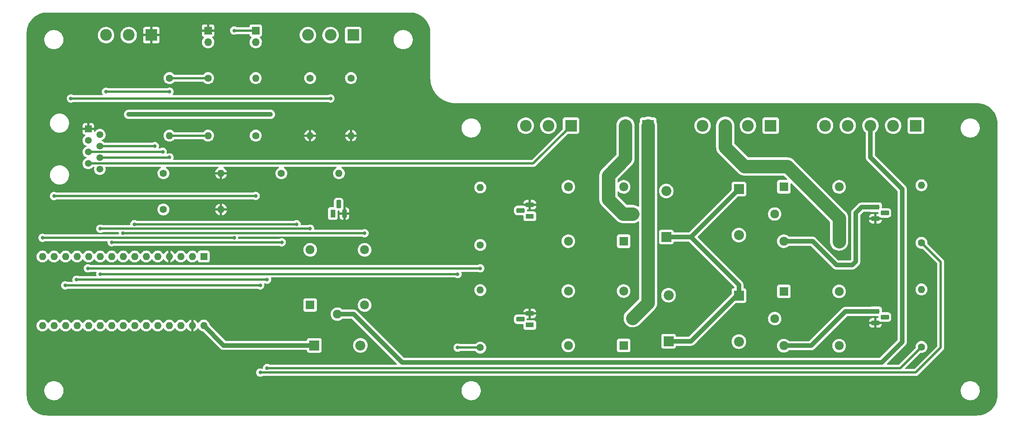
<source format=gtl>
%TF.GenerationSoftware,KiCad,Pcbnew,(6.0.1-0)*%
%TF.CreationDate,2022-02-10T21:02:49-06:00*%
%TF.ProjectId,Motor Board,4d6f746f-7220-4426-9f61-72642e6b6963,rev?*%
%TF.SameCoordinates,Original*%
%TF.FileFunction,Copper,L1,Top*%
%TF.FilePolarity,Positive*%
%FSLAX46Y46*%
G04 Gerber Fmt 4.6, Leading zero omitted, Abs format (unit mm)*
G04 Created by KiCad (PCBNEW (6.0.1-0)) date 2022-02-10 21:02:49*
%MOMM*%
%LPD*%
G01*
G04 APERTURE LIST*
G04 Aperture macros list*
%AMRoundRect*
0 Rectangle with rounded corners*
0 $1 Rounding radius*
0 $2 $3 $4 $5 $6 $7 $8 $9 X,Y pos of 4 corners*
0 Add a 4 corners polygon primitive as box body*
4,1,4,$2,$3,$4,$5,$6,$7,$8,$9,$2,$3,0*
0 Add four circle primitives for the rounded corners*
1,1,$1+$1,$2,$3*
1,1,$1+$1,$4,$5*
1,1,$1+$1,$6,$7*
1,1,$1+$1,$8,$9*
0 Add four rect primitives between the rounded corners*
20,1,$1+$1,$2,$3,$4,$5,0*
20,1,$1+$1,$4,$5,$6,$7,0*
20,1,$1+$1,$6,$7,$8,$9,0*
20,1,$1+$1,$8,$9,$2,$3,0*%
G04 Aperture macros list end*
%TA.AperFunction,ComponentPad*%
%ADD10R,2.200000X2.200000*%
%TD*%
%TA.AperFunction,ComponentPad*%
%ADD11O,2.200000X2.200000*%
%TD*%
%TA.AperFunction,ComponentPad*%
%ADD12C,1.600000*%
%TD*%
%TA.AperFunction,ComponentPad*%
%ADD13O,1.600000X1.600000*%
%TD*%
%TA.AperFunction,ComponentPad*%
%ADD14R,1.800000X1.100000*%
%TD*%
%TA.AperFunction,ComponentPad*%
%ADD15RoundRect,0.275000X-0.625000X0.275000X-0.625000X-0.275000X0.625000X-0.275000X0.625000X0.275000X0*%
%TD*%
%TA.AperFunction,ComponentPad*%
%ADD16R,2.600000X2.600000*%
%TD*%
%TA.AperFunction,ComponentPad*%
%ADD17C,2.600000*%
%TD*%
%TA.AperFunction,ComponentPad*%
%ADD18R,1.980000X1.980000*%
%TD*%
%TA.AperFunction,ComponentPad*%
%ADD19C,1.980000*%
%TD*%
%TA.AperFunction,ComponentPad*%
%ADD20C,1.935000*%
%TD*%
%TA.AperFunction,ComponentPad*%
%ADD21RoundRect,0.275000X0.625000X-0.275000X0.625000X0.275000X-0.625000X0.275000X-0.625000X-0.275000X0*%
%TD*%
%TA.AperFunction,ComponentPad*%
%ADD22R,1.600000X1.600000*%
%TD*%
%TA.AperFunction,ComponentPad*%
%ADD23R,1.100000X1.800000*%
%TD*%
%TA.AperFunction,ComponentPad*%
%ADD24RoundRect,0.275000X-0.275000X-0.625000X0.275000X-0.625000X0.275000X0.625000X-0.275000X0.625000X0*%
%TD*%
%TA.AperFunction,ComponentPad*%
%ADD25R,1.700000X1.700000*%
%TD*%
%TA.AperFunction,ComponentPad*%
%ADD26O,1.700000X1.700000*%
%TD*%
%TA.AperFunction,ComponentPad*%
%ADD27R,1.500000X1.500000*%
%TD*%
%TA.AperFunction,ComponentPad*%
%ADD28C,1.500000*%
%TD*%
%TA.AperFunction,ViaPad*%
%ADD29C,0.800000*%
%TD*%
%TA.AperFunction,Conductor*%
%ADD30C,0.500000*%
%TD*%
%TA.AperFunction,Conductor*%
%ADD31C,1.000000*%
%TD*%
%TA.AperFunction,Conductor*%
%ADD32C,3.000000*%
%TD*%
G04 APERTURE END LIST*
D10*
X199500000Y-119000000D03*
D11*
X199500000Y-129160000D03*
D12*
X142500000Y-130500000D03*
D13*
X142500000Y-117800000D03*
D14*
X229600000Y-122500000D03*
D15*
X231670000Y-123770000D03*
X229600000Y-125040000D03*
D16*
X238500000Y-81500000D03*
D17*
X233500000Y-81500000D03*
X228500000Y-81500000D03*
X223500000Y-81500000D03*
X218500000Y-81500000D03*
D18*
X209400000Y-118080000D03*
D19*
X209400000Y-130080000D03*
D20*
X207400000Y-124080000D03*
D19*
X221600000Y-118080000D03*
X221600000Y-130080000D03*
D18*
X174100000Y-107000000D03*
D19*
X174100000Y-95000000D03*
D20*
X176100000Y-101000000D03*
D19*
X161900000Y-107000000D03*
X161900000Y-95000000D03*
D14*
X153420000Y-101500000D03*
D21*
X151350000Y-100230000D03*
X153420000Y-98960000D03*
D10*
X183500000Y-106080000D03*
D11*
X183500000Y-95920000D03*
D12*
X98650000Y-92000000D03*
D13*
X111350000Y-92000000D03*
D10*
X199500000Y-95500000D03*
D11*
X199500000Y-105660000D03*
D12*
X142500000Y-107850000D03*
D13*
X142500000Y-95150000D03*
D12*
X72650000Y-92000000D03*
D13*
X85350000Y-92000000D03*
D12*
X114000000Y-71000000D03*
D13*
X114000000Y-83700000D03*
D12*
X105000000Y-71000000D03*
D13*
X105000000Y-83700000D03*
D16*
X206500000Y-81500000D03*
D17*
X201500000Y-81500000D03*
X196500000Y-81500000D03*
X191500000Y-81500000D03*
D14*
X153400000Y-125500000D03*
D21*
X151330000Y-124230000D03*
X153400000Y-122960000D03*
D12*
X74000000Y-71000000D03*
D13*
X74000000Y-83700000D03*
D16*
X179500000Y-81500000D03*
D17*
X174500000Y-81500000D03*
D12*
X93000000Y-83700000D03*
D13*
X93000000Y-71000000D03*
D22*
X81550000Y-110390000D03*
D13*
X79010000Y-110390000D03*
X76470000Y-110390000D03*
X73930000Y-110390000D03*
X71390000Y-110390000D03*
X68850000Y-110390000D03*
X66310000Y-110390000D03*
X63770000Y-110390000D03*
X61230000Y-110390000D03*
X58690000Y-110390000D03*
X56150000Y-110390000D03*
X53610000Y-110390000D03*
X51070000Y-110390000D03*
X48530000Y-110390000D03*
X45990000Y-110390000D03*
X45990000Y-125630000D03*
X48530000Y-125630000D03*
X51070000Y-125630000D03*
X53610000Y-125630000D03*
X56150000Y-125630000D03*
X58690000Y-125630000D03*
X61230000Y-125630000D03*
X63770000Y-125630000D03*
X66310000Y-125630000D03*
X68850000Y-125630000D03*
X71390000Y-125630000D03*
X73930000Y-125630000D03*
X76470000Y-125630000D03*
X79010000Y-125630000D03*
X81550000Y-125630000D03*
D18*
X209400000Y-95000000D03*
D19*
X209400000Y-107000000D03*
D20*
X207400000Y-101000000D03*
D19*
X221600000Y-95000000D03*
X221600000Y-107000000D03*
D23*
X110000000Y-100900000D03*
D24*
X111270000Y-98830000D03*
X112540000Y-100900000D03*
D25*
X93000000Y-60500000D03*
D26*
X93000000Y-63040000D03*
D14*
X229600000Y-99500000D03*
D15*
X231670000Y-100770000D03*
X229600000Y-102040000D03*
D12*
X239750000Y-130350000D03*
D13*
X239750000Y-117650000D03*
D18*
X105000000Y-121100000D03*
D19*
X117000000Y-121100000D03*
D20*
X111000000Y-123100000D03*
D19*
X105000000Y-108900000D03*
X117000000Y-108900000D03*
D27*
X56100000Y-82217500D03*
D28*
X58640000Y-83487500D03*
X56100000Y-84757500D03*
X58640000Y-86027500D03*
X56100000Y-87297500D03*
X58640000Y-88567500D03*
X56100000Y-89837500D03*
X58640000Y-91107500D03*
D16*
X114500000Y-61500000D03*
D17*
X109500000Y-61500000D03*
X104500000Y-61500000D03*
D12*
X72650000Y-100000000D03*
D13*
X85350000Y-100000000D03*
D16*
X162500000Y-81500000D03*
D17*
X157500000Y-81500000D03*
X152500000Y-81500000D03*
D18*
X174100000Y-130000000D03*
D19*
X174100000Y-118000000D03*
D20*
X176100000Y-124000000D03*
D19*
X161900000Y-130000000D03*
X161900000Y-118000000D03*
D10*
X105920000Y-130000000D03*
D11*
X116080000Y-130000000D03*
D16*
X70000000Y-61500000D03*
D17*
X65000000Y-61500000D03*
X60000000Y-61500000D03*
D10*
X184000000Y-129080000D03*
D11*
X184000000Y-118920000D03*
D12*
X82500000Y-71000000D03*
D13*
X82500000Y-83700000D03*
D25*
X82500000Y-60500000D03*
D26*
X82500000Y-63040000D03*
D12*
X239750000Y-107350000D03*
D13*
X239750000Y-94650000D03*
D29*
X52000000Y-68500000D03*
X191000000Y-95500000D03*
X245500000Y-89250000D03*
X89500000Y-124500000D03*
X196000000Y-141000000D03*
X125750000Y-96250000D03*
X215750000Y-101000000D03*
X62500000Y-131500000D03*
X230250000Y-112250000D03*
X98750000Y-71000000D03*
X152500000Y-93250000D03*
X245250000Y-135500000D03*
X93000000Y-100250000D03*
X191500000Y-119000000D03*
X134250000Y-107750000D03*
X126000000Y-122000000D03*
X168000000Y-124250000D03*
X168250000Y-81750000D03*
X239750000Y-112250000D03*
X65000000Y-93500000D03*
X168000000Y-101000000D03*
X109250000Y-86500000D03*
X88250000Y-110500000D03*
X215500000Y-124000000D03*
X79000000Y-120500000D03*
X152750000Y-112500000D03*
X125500000Y-71000000D03*
X53500000Y-101750000D03*
X99500000Y-124500000D03*
X123000000Y-140250000D03*
X185500000Y-81500000D03*
X72500000Y-87250000D03*
X70750000Y-86000000D03*
X66250000Y-103250000D03*
X102000000Y-103250000D03*
X117000000Y-105250000D03*
X63750000Y-105250000D03*
X61250000Y-107250000D03*
X98750000Y-107250000D03*
X137500000Y-130500000D03*
X137500000Y-114250000D03*
X58750000Y-114250000D03*
X142500000Y-113000000D03*
X56000000Y-113000000D03*
X52250000Y-75500000D03*
X109500000Y-75500000D03*
X53500000Y-115500000D03*
X95500000Y-115500000D03*
X95500000Y-135000000D03*
X94000000Y-116750000D03*
X94000000Y-136000000D03*
X51000000Y-116750000D03*
X93000000Y-97000000D03*
X48530000Y-97030000D03*
X96250000Y-79000000D03*
X65000000Y-79000000D03*
X88250000Y-106250000D03*
X88250000Y-60500000D03*
X46000000Y-106250000D03*
X74000000Y-74000000D03*
X60000000Y-74000000D03*
X74000000Y-88500000D03*
X105000000Y-104250000D03*
X58750000Y-104250000D03*
D30*
X93000000Y-97000000D02*
X92970000Y-97030000D01*
X92970000Y-97030000D02*
X48530000Y-97030000D01*
X72452500Y-87297500D02*
X72500000Y-87250000D01*
X56100000Y-87297500D02*
X72452500Y-87297500D01*
X58640000Y-86027500D02*
X70722500Y-86027500D01*
X70722500Y-86027500D02*
X70750000Y-86000000D01*
X66250000Y-103250000D02*
X102000000Y-103250000D01*
X63750000Y-105250000D02*
X117000000Y-105250000D01*
X98750000Y-107250000D02*
X61250000Y-107250000D01*
X137500000Y-130500000D02*
X142500000Y-130500000D01*
X58750000Y-114250000D02*
X137500000Y-114250000D01*
X142500000Y-113000000D02*
X56000000Y-113000000D01*
X109500000Y-75500000D02*
X52250000Y-75500000D01*
X95500000Y-135000000D02*
X235100000Y-135000000D01*
X53500000Y-115500000D02*
X95500000Y-115500000D01*
X235100000Y-135000000D02*
X239750000Y-130350000D01*
X238500000Y-136000000D02*
X244000000Y-130500000D01*
X51000000Y-116750000D02*
X94000000Y-116750000D01*
X244000000Y-130500000D02*
X244000000Y-111600000D01*
X244000000Y-111600000D02*
X239750000Y-107350000D01*
X94000000Y-136000000D02*
X238500000Y-136000000D01*
D31*
X65000000Y-79000000D02*
X96250000Y-79000000D01*
X183500000Y-106080000D02*
X188920000Y-106080000D01*
X188920000Y-106080000D02*
X199500000Y-116660000D01*
X85920000Y-130000000D02*
X105920000Y-130000000D01*
X199000000Y-119000000D02*
X199500000Y-119000000D01*
X188920000Y-106080000D02*
X199500000Y-95500000D01*
X188920000Y-129080000D02*
X199000000Y-119000000D01*
X81550000Y-125630000D02*
X85920000Y-130000000D01*
X199500000Y-116660000D02*
X199500000Y-119000000D01*
X184000000Y-129080000D02*
X188920000Y-129080000D01*
D30*
X88250000Y-106250000D02*
X46000000Y-106250000D01*
X93000000Y-60500000D02*
X88250000Y-60500000D01*
D31*
X209400000Y-130080000D02*
X215420000Y-130080000D01*
X215420000Y-130080000D02*
X223000000Y-122500000D01*
X223000000Y-122500000D02*
X230000000Y-122500000D01*
X226500000Y-99500000D02*
X230000000Y-99500000D01*
X209400000Y-107000000D02*
X215750000Y-107000000D01*
X225250000Y-100750000D02*
X226500000Y-99500000D01*
X225250000Y-111500000D02*
X225250000Y-100750000D01*
X224500000Y-112250000D02*
X225250000Y-111500000D01*
X221000000Y-112250000D02*
X224500000Y-112250000D01*
X215750000Y-107000000D02*
X221000000Y-112250000D01*
D30*
X74000000Y-83700000D02*
X82500000Y-83700000D01*
X60000000Y-74000000D02*
X74000000Y-74000000D01*
X73932500Y-88567500D02*
X74000000Y-88500000D01*
X69132500Y-88567500D02*
X73932500Y-88567500D01*
X58640000Y-88567500D02*
X69132500Y-88567500D01*
X154162500Y-89837500D02*
X162500000Y-81500000D01*
X56100000Y-89837500D02*
X154162500Y-89837500D01*
X58750000Y-104250000D02*
X105000000Y-104250000D01*
X74000000Y-71000000D02*
X82500000Y-71000000D01*
D32*
X179500000Y-81500000D02*
X179500000Y-120600000D01*
X179500000Y-120600000D02*
X176100000Y-124000000D01*
X174500000Y-88750000D02*
X174500000Y-81500000D01*
X176100000Y-101000000D02*
X174000000Y-101000000D01*
X170750000Y-97750000D02*
X170750000Y-92500000D01*
X170750000Y-92500000D02*
X174500000Y-88750000D01*
X174000000Y-101000000D02*
X170750000Y-97750000D01*
X210199022Y-90500000D02*
X200750000Y-90500000D01*
X221600000Y-107080000D02*
X221600000Y-101900978D01*
X221600000Y-101900978D02*
X210199022Y-90500000D01*
X200750000Y-90500000D02*
X196500000Y-86250000D01*
X196500000Y-86250000D02*
X196500000Y-81500000D01*
D31*
X228500000Y-88500000D02*
X235500000Y-95500000D01*
X231000000Y-133750000D02*
X125250000Y-133750000D01*
X235500000Y-95500000D02*
X235500000Y-129250000D01*
X235500000Y-129250000D02*
X231000000Y-133750000D01*
X114600000Y-123100000D02*
X111000000Y-123100000D01*
X125250000Y-133750000D02*
X114600000Y-123100000D01*
X228500000Y-81500000D02*
X228500000Y-88500000D01*
%TA.AperFunction,Conductor*%
G36*
X126970057Y-56509500D02*
G01*
X126984858Y-56511805D01*
X126984861Y-56511805D01*
X126993730Y-56513186D01*
X127014158Y-56510515D01*
X127035983Y-56509571D01*
X127386007Y-56524853D01*
X127396958Y-56525811D01*
X127774579Y-56575527D01*
X127785403Y-56577436D01*
X128157243Y-56659870D01*
X128167860Y-56662715D01*
X128531110Y-56777248D01*
X128541425Y-56781001D01*
X128893334Y-56926766D01*
X128903269Y-56931399D01*
X129241128Y-57107278D01*
X129250637Y-57112768D01*
X129571860Y-57317410D01*
X129580864Y-57323714D01*
X129883043Y-57555583D01*
X129891463Y-57562649D01*
X130172268Y-57819959D01*
X130180041Y-57827732D01*
X130437351Y-58108537D01*
X130444417Y-58116957D01*
X130676286Y-58419136D01*
X130682590Y-58428140D01*
X130887232Y-58749363D01*
X130892722Y-58758872D01*
X131068601Y-59096731D01*
X131073234Y-59106666D01*
X131218996Y-59458568D01*
X131222752Y-59468890D01*
X131337039Y-59831358D01*
X131337285Y-59832139D01*
X131340130Y-59842757D01*
X131422564Y-60214597D01*
X131424473Y-60225421D01*
X131474189Y-60603042D01*
X131475147Y-60613993D01*
X131481260Y-60754000D01*
X131490104Y-60956583D01*
X131488724Y-60981461D01*
X131486814Y-60993730D01*
X131488638Y-61007678D01*
X131490936Y-61025251D01*
X131492000Y-61041589D01*
X131492000Y-70950672D01*
X131490500Y-70970056D01*
X131486814Y-70993730D01*
X131487634Y-71000000D01*
X131487291Y-71000000D01*
X131487596Y-71007377D01*
X131487596Y-71007378D01*
X131492465Y-71125102D01*
X131506120Y-71455236D01*
X131562477Y-71907362D01*
X131655978Y-72353290D01*
X131656719Y-72355778D01*
X131785242Y-72787480D01*
X131785246Y-72787491D01*
X131785985Y-72789974D01*
X131951608Y-73214430D01*
X131952750Y-73216766D01*
X132150569Y-73621412D01*
X132150575Y-73621424D01*
X132151717Y-73623759D01*
X132153049Y-73625995D01*
X132153051Y-73625998D01*
X132383609Y-74012925D01*
X132383616Y-74012936D01*
X132384945Y-74015166D01*
X132649698Y-74385976D01*
X132944168Y-74733656D01*
X133266344Y-75055832D01*
X133614024Y-75350302D01*
X133984834Y-75615055D01*
X133987064Y-75616384D01*
X133987075Y-75616391D01*
X134271691Y-75785985D01*
X134376241Y-75848283D01*
X134378576Y-75849425D01*
X134378588Y-75849431D01*
X134587595Y-75951608D01*
X134785570Y-76048392D01*
X134965525Y-76118611D01*
X135207603Y-76213070D01*
X135207613Y-76213073D01*
X135210026Y-76214015D01*
X135212509Y-76214754D01*
X135212520Y-76214758D01*
X135455973Y-76287237D01*
X135646710Y-76344022D01*
X136092638Y-76437523D01*
X136544764Y-76493880D01*
X136767014Y-76503072D01*
X136974006Y-76511634D01*
X136980055Y-76512030D01*
X136982666Y-76512264D01*
X136987461Y-76513071D01*
X136993816Y-76513149D01*
X136995141Y-76513165D01*
X136995145Y-76513165D01*
X137000000Y-76513224D01*
X137027588Y-76509273D01*
X137045451Y-76508000D01*
X251950672Y-76508000D01*
X251970057Y-76509500D01*
X251984858Y-76511805D01*
X251984861Y-76511805D01*
X251993730Y-76513186D01*
X252014158Y-76510515D01*
X252035983Y-76509571D01*
X252386007Y-76524853D01*
X252396958Y-76525811D01*
X252774579Y-76575527D01*
X252785403Y-76577436D01*
X253157243Y-76659870D01*
X253167860Y-76662715D01*
X253531110Y-76777248D01*
X253541425Y-76781001D01*
X253893334Y-76926766D01*
X253903269Y-76931399D01*
X254241128Y-77107278D01*
X254250637Y-77112768D01*
X254571860Y-77317410D01*
X254580864Y-77323714D01*
X254883043Y-77555583D01*
X254891463Y-77562649D01*
X255172268Y-77819959D01*
X255180037Y-77827728D01*
X255342769Y-78005319D01*
X255437351Y-78108537D01*
X255444417Y-78116957D01*
X255676286Y-78419136D01*
X255682590Y-78428140D01*
X255887232Y-78749363D01*
X255892722Y-78758872D01*
X256068601Y-79096731D01*
X256073234Y-79106666D01*
X256191713Y-79392701D01*
X256218996Y-79458568D01*
X256222752Y-79468890D01*
X256332980Y-79818486D01*
X256337285Y-79832139D01*
X256340130Y-79842756D01*
X256350936Y-79891500D01*
X256422564Y-80214597D01*
X256424473Y-80225421D01*
X256474189Y-80603042D01*
X256475147Y-80613993D01*
X256490104Y-80956583D01*
X256488724Y-80981461D01*
X256486814Y-80993730D01*
X256490604Y-81022714D01*
X256490936Y-81025251D01*
X256492000Y-81041589D01*
X256492000Y-140950672D01*
X256490500Y-140970056D01*
X256486814Y-140993730D01*
X256489485Y-141014158D01*
X256490429Y-141035983D01*
X256482064Y-141227586D01*
X256475147Y-141386007D01*
X256474189Y-141396958D01*
X256424473Y-141774579D01*
X256422564Y-141785403D01*
X256340130Y-142157243D01*
X256337285Y-142167861D01*
X256222755Y-142531103D01*
X256218996Y-142541432D01*
X256073238Y-142893325D01*
X256068601Y-142903269D01*
X255892722Y-143241128D01*
X255887232Y-143250637D01*
X255682590Y-143571860D01*
X255676286Y-143580864D01*
X255444417Y-143883043D01*
X255437351Y-143891463D01*
X255180041Y-144172268D01*
X255172268Y-144180041D01*
X254891463Y-144437351D01*
X254883043Y-144444417D01*
X254580864Y-144676286D01*
X254571860Y-144682590D01*
X254250637Y-144887232D01*
X254241128Y-144892722D01*
X253903269Y-145068601D01*
X253893334Y-145073234D01*
X253541425Y-145218999D01*
X253531110Y-145222752D01*
X253167861Y-145337285D01*
X253157243Y-145340130D01*
X252785403Y-145422564D01*
X252774579Y-145424473D01*
X252396958Y-145474189D01*
X252386007Y-145475147D01*
X252043417Y-145490104D01*
X252018539Y-145488724D01*
X252018160Y-145488665D01*
X252006270Y-145486814D01*
X251974749Y-145490936D01*
X251958411Y-145492000D01*
X47049328Y-145492000D01*
X47029943Y-145490500D01*
X47015142Y-145488195D01*
X47015139Y-145488195D01*
X47006270Y-145486814D01*
X46985842Y-145489485D01*
X46964017Y-145490429D01*
X46613993Y-145475147D01*
X46603042Y-145474189D01*
X46225421Y-145424473D01*
X46214597Y-145422564D01*
X45842757Y-145340130D01*
X45832139Y-145337285D01*
X45468890Y-145222752D01*
X45458575Y-145218999D01*
X45106666Y-145073234D01*
X45096731Y-145068601D01*
X44758872Y-144892722D01*
X44749363Y-144887232D01*
X44428140Y-144682590D01*
X44419136Y-144676286D01*
X44116957Y-144444417D01*
X44108537Y-144437351D01*
X43827732Y-144180041D01*
X43819959Y-144172268D01*
X43562649Y-143891463D01*
X43555583Y-143883043D01*
X43323714Y-143580864D01*
X43317410Y-143571860D01*
X43112768Y-143250637D01*
X43107278Y-143241128D01*
X42931399Y-142903269D01*
X42926762Y-142893325D01*
X42781004Y-142541432D01*
X42777245Y-142531103D01*
X42662715Y-142167861D01*
X42659870Y-142157243D01*
X42577436Y-141785403D01*
X42575527Y-141774579D01*
X42525811Y-141396957D01*
X42524853Y-141386006D01*
X42510059Y-141047173D01*
X42511686Y-141020769D01*
X42512263Y-141017342D01*
X42512263Y-141017340D01*
X42513071Y-141012539D01*
X42513224Y-141000000D01*
X42509273Y-140972412D01*
X42508000Y-140954549D01*
X42508000Y-140132703D01*
X46390743Y-140132703D01*
X46428268Y-140417734D01*
X46504129Y-140695036D01*
X46505813Y-140698984D01*
X46613168Y-140950672D01*
X46616923Y-140959476D01*
X46764561Y-141206161D01*
X46944313Y-141430528D01*
X47152851Y-141628423D01*
X47386317Y-141796186D01*
X47390112Y-141798195D01*
X47390113Y-141798196D01*
X47411869Y-141809715D01*
X47640392Y-141930712D01*
X47910373Y-142029511D01*
X48191264Y-142090755D01*
X48219841Y-142093004D01*
X48414282Y-142108307D01*
X48414291Y-142108307D01*
X48416739Y-142108500D01*
X48572271Y-142108500D01*
X48574407Y-142108354D01*
X48574418Y-142108354D01*
X48782548Y-142094165D01*
X48782554Y-142094164D01*
X48786825Y-142093873D01*
X48791020Y-142093004D01*
X48791022Y-142093004D01*
X48927583Y-142064724D01*
X49068342Y-142035574D01*
X49339343Y-141939607D01*
X49594812Y-141807750D01*
X49598313Y-141805289D01*
X49598317Y-141805287D01*
X49712418Y-141725095D01*
X49830023Y-141642441D01*
X49908403Y-141569606D01*
X50037479Y-141449661D01*
X50037481Y-141449658D01*
X50040622Y-141446740D01*
X50222713Y-141224268D01*
X50372927Y-140979142D01*
X50385425Y-140950672D01*
X50486757Y-140719830D01*
X50488483Y-140715898D01*
X50567244Y-140439406D01*
X50607751Y-140154784D01*
X50607845Y-140136951D01*
X50607867Y-140132703D01*
X138390743Y-140132703D01*
X138428268Y-140417734D01*
X138504129Y-140695036D01*
X138505813Y-140698984D01*
X138613168Y-140950672D01*
X138616923Y-140959476D01*
X138764561Y-141206161D01*
X138944313Y-141430528D01*
X139152851Y-141628423D01*
X139386317Y-141796186D01*
X139390112Y-141798195D01*
X139390113Y-141798196D01*
X139411869Y-141809715D01*
X139640392Y-141930712D01*
X139910373Y-142029511D01*
X140191264Y-142090755D01*
X140219841Y-142093004D01*
X140414282Y-142108307D01*
X140414291Y-142108307D01*
X140416739Y-142108500D01*
X140572271Y-142108500D01*
X140574407Y-142108354D01*
X140574418Y-142108354D01*
X140782548Y-142094165D01*
X140782554Y-142094164D01*
X140786825Y-142093873D01*
X140791020Y-142093004D01*
X140791022Y-142093004D01*
X140927583Y-142064724D01*
X141068342Y-142035574D01*
X141339343Y-141939607D01*
X141594812Y-141807750D01*
X141598313Y-141805289D01*
X141598317Y-141805287D01*
X141712418Y-141725095D01*
X141830023Y-141642441D01*
X141908403Y-141569606D01*
X142037479Y-141449661D01*
X142037481Y-141449658D01*
X142040622Y-141446740D01*
X142222713Y-141224268D01*
X142372927Y-140979142D01*
X142385425Y-140950672D01*
X142486757Y-140719830D01*
X142488483Y-140715898D01*
X142567244Y-140439406D01*
X142607751Y-140154784D01*
X142607845Y-140136951D01*
X142607867Y-140132703D01*
X248390743Y-140132703D01*
X248428268Y-140417734D01*
X248504129Y-140695036D01*
X248505813Y-140698984D01*
X248613168Y-140950672D01*
X248616923Y-140959476D01*
X248764561Y-141206161D01*
X248944313Y-141430528D01*
X249152851Y-141628423D01*
X249386317Y-141796186D01*
X249390112Y-141798195D01*
X249390113Y-141798196D01*
X249411869Y-141809715D01*
X249640392Y-141930712D01*
X249910373Y-142029511D01*
X250191264Y-142090755D01*
X250219841Y-142093004D01*
X250414282Y-142108307D01*
X250414291Y-142108307D01*
X250416739Y-142108500D01*
X250572271Y-142108500D01*
X250574407Y-142108354D01*
X250574418Y-142108354D01*
X250782548Y-142094165D01*
X250782554Y-142094164D01*
X250786825Y-142093873D01*
X250791020Y-142093004D01*
X250791022Y-142093004D01*
X250927583Y-142064724D01*
X251068342Y-142035574D01*
X251339343Y-141939607D01*
X251594812Y-141807750D01*
X251598313Y-141805289D01*
X251598317Y-141805287D01*
X251712418Y-141725095D01*
X251830023Y-141642441D01*
X251908403Y-141569606D01*
X252037479Y-141449661D01*
X252037481Y-141449658D01*
X252040622Y-141446740D01*
X252222713Y-141224268D01*
X252372927Y-140979142D01*
X252385425Y-140950672D01*
X252486757Y-140719830D01*
X252488483Y-140715898D01*
X252567244Y-140439406D01*
X252607751Y-140154784D01*
X252607845Y-140136951D01*
X252609235Y-139871583D01*
X252609235Y-139871576D01*
X252609257Y-139867297D01*
X252571732Y-139582266D01*
X252495871Y-139304964D01*
X252383077Y-139040524D01*
X252235439Y-138793839D01*
X252055687Y-138569472D01*
X251847149Y-138371577D01*
X251613683Y-138203814D01*
X251591843Y-138192250D01*
X251568654Y-138179972D01*
X251359608Y-138069288D01*
X251089627Y-137970489D01*
X250808736Y-137909245D01*
X250777685Y-137906801D01*
X250585718Y-137891693D01*
X250585709Y-137891693D01*
X250583261Y-137891500D01*
X250427729Y-137891500D01*
X250425593Y-137891646D01*
X250425582Y-137891646D01*
X250217452Y-137905835D01*
X250217446Y-137905836D01*
X250213175Y-137906127D01*
X250208980Y-137906996D01*
X250208978Y-137906996D01*
X250072417Y-137935276D01*
X249931658Y-137964426D01*
X249660657Y-138060393D01*
X249405188Y-138192250D01*
X249401687Y-138194711D01*
X249401683Y-138194713D01*
X249391594Y-138201804D01*
X249169977Y-138357559D01*
X248959378Y-138553260D01*
X248777287Y-138775732D01*
X248627073Y-139020858D01*
X248511517Y-139284102D01*
X248432756Y-139560594D01*
X248392249Y-139845216D01*
X248392227Y-139849505D01*
X248392226Y-139849512D01*
X248390765Y-140128417D01*
X248390743Y-140132703D01*
X142607867Y-140132703D01*
X142609235Y-139871583D01*
X142609235Y-139871576D01*
X142609257Y-139867297D01*
X142571732Y-139582266D01*
X142495871Y-139304964D01*
X142383077Y-139040524D01*
X142235439Y-138793839D01*
X142055687Y-138569472D01*
X141847149Y-138371577D01*
X141613683Y-138203814D01*
X141591843Y-138192250D01*
X141568654Y-138179972D01*
X141359608Y-138069288D01*
X141089627Y-137970489D01*
X140808736Y-137909245D01*
X140777685Y-137906801D01*
X140585718Y-137891693D01*
X140585709Y-137891693D01*
X140583261Y-137891500D01*
X140427729Y-137891500D01*
X140425593Y-137891646D01*
X140425582Y-137891646D01*
X140217452Y-137905835D01*
X140217446Y-137905836D01*
X140213175Y-137906127D01*
X140208980Y-137906996D01*
X140208978Y-137906996D01*
X140072417Y-137935276D01*
X139931658Y-137964426D01*
X139660657Y-138060393D01*
X139405188Y-138192250D01*
X139401687Y-138194711D01*
X139401683Y-138194713D01*
X139391594Y-138201804D01*
X139169977Y-138357559D01*
X138959378Y-138553260D01*
X138777287Y-138775732D01*
X138627073Y-139020858D01*
X138511517Y-139284102D01*
X138432756Y-139560594D01*
X138392249Y-139845216D01*
X138392227Y-139849505D01*
X138392226Y-139849512D01*
X138390765Y-140128417D01*
X138390743Y-140132703D01*
X50607867Y-140132703D01*
X50609235Y-139871583D01*
X50609235Y-139871576D01*
X50609257Y-139867297D01*
X50571732Y-139582266D01*
X50495871Y-139304964D01*
X50383077Y-139040524D01*
X50235439Y-138793839D01*
X50055687Y-138569472D01*
X49847149Y-138371577D01*
X49613683Y-138203814D01*
X49591843Y-138192250D01*
X49568654Y-138179972D01*
X49359608Y-138069288D01*
X49089627Y-137970489D01*
X48808736Y-137909245D01*
X48777685Y-137906801D01*
X48585718Y-137891693D01*
X48585709Y-137891693D01*
X48583261Y-137891500D01*
X48427729Y-137891500D01*
X48425593Y-137891646D01*
X48425582Y-137891646D01*
X48217452Y-137905835D01*
X48217446Y-137905836D01*
X48213175Y-137906127D01*
X48208980Y-137906996D01*
X48208978Y-137906996D01*
X48072417Y-137935276D01*
X47931658Y-137964426D01*
X47660657Y-138060393D01*
X47405188Y-138192250D01*
X47401687Y-138194711D01*
X47401683Y-138194713D01*
X47391594Y-138201804D01*
X47169977Y-138357559D01*
X46959378Y-138553260D01*
X46777287Y-138775732D01*
X46627073Y-139020858D01*
X46511517Y-139284102D01*
X46432756Y-139560594D01*
X46392249Y-139845216D01*
X46392227Y-139849505D01*
X46392226Y-139849512D01*
X46390765Y-140128417D01*
X46390743Y-140132703D01*
X42508000Y-140132703D01*
X42508000Y-136000000D01*
X93086496Y-136000000D01*
X93106458Y-136189928D01*
X93165473Y-136371556D01*
X93260960Y-136536944D01*
X93265378Y-136541851D01*
X93265379Y-136541852D01*
X93356286Y-136642814D01*
X93388747Y-136678866D01*
X93441025Y-136716848D01*
X93537904Y-136787235D01*
X93543248Y-136791118D01*
X93549276Y-136793802D01*
X93549278Y-136793803D01*
X93711681Y-136866109D01*
X93717712Y-136868794D01*
X93811113Y-136888647D01*
X93898056Y-136907128D01*
X93898061Y-136907128D01*
X93904513Y-136908500D01*
X94095487Y-136908500D01*
X94101939Y-136907128D01*
X94101944Y-136907128D01*
X94188887Y-136888647D01*
X94282288Y-136868794D01*
X94288319Y-136866109D01*
X94450722Y-136793803D01*
X94450724Y-136793802D01*
X94456752Y-136791118D01*
X94462091Y-136787239D01*
X94462098Y-136787235D01*
X94468528Y-136782563D01*
X94542587Y-136758500D01*
X238432930Y-136758500D01*
X238451880Y-136759933D01*
X238466115Y-136762099D01*
X238466119Y-136762099D01*
X238473349Y-136763199D01*
X238480641Y-136762606D01*
X238480644Y-136762606D01*
X238526018Y-136758915D01*
X238536233Y-136758500D01*
X238544293Y-136758500D01*
X238557583Y-136756951D01*
X238572507Y-136755211D01*
X238576882Y-136754778D01*
X238642339Y-136749454D01*
X238642342Y-136749453D01*
X238649637Y-136748860D01*
X238656601Y-136746604D01*
X238662560Y-136745413D01*
X238668415Y-136744029D01*
X238675681Y-136743182D01*
X238744327Y-136718265D01*
X238748455Y-136716848D01*
X238810936Y-136696607D01*
X238810938Y-136696606D01*
X238817899Y-136694351D01*
X238824154Y-136690555D01*
X238829628Y-136688049D01*
X238835058Y-136685330D01*
X238841937Y-136682833D01*
X238902976Y-136642814D01*
X238906680Y-136640477D01*
X238969107Y-136602595D01*
X238977484Y-136595197D01*
X238977508Y-136595224D01*
X238980500Y-136592571D01*
X238983733Y-136589868D01*
X238989852Y-136585856D01*
X239043128Y-136529617D01*
X239045506Y-136527175D01*
X244488911Y-131083770D01*
X244503323Y-131071384D01*
X244514918Y-131062851D01*
X244514923Y-131062846D01*
X244520818Y-131058508D01*
X244525557Y-131052930D01*
X244525560Y-131052927D01*
X244555035Y-131018232D01*
X244561965Y-131010716D01*
X244567661Y-131005020D01*
X244569924Y-131002159D01*
X244569929Y-131002154D01*
X244585285Y-130982744D01*
X244588074Y-130979342D01*
X244630596Y-130929291D01*
X244630597Y-130929290D01*
X244635333Y-130923715D01*
X244638661Y-130917198D01*
X244642027Y-130912150D01*
X244645190Y-130907028D01*
X244649735Y-130901284D01*
X244680664Y-130835105D01*
X244682563Y-130831221D01*
X244715769Y-130766192D01*
X244717510Y-130759077D01*
X244719613Y-130753422D01*
X244721522Y-130747683D01*
X244724622Y-130741050D01*
X244739491Y-130669565D01*
X244740461Y-130665282D01*
X244747099Y-130638155D01*
X244757808Y-130594390D01*
X244758500Y-130583236D01*
X244758535Y-130583238D01*
X244758775Y-130579266D01*
X244759152Y-130575045D01*
X244760641Y-130567885D01*
X244758546Y-130490458D01*
X244758500Y-130487050D01*
X244758500Y-111667070D01*
X244759933Y-111648120D01*
X244762099Y-111633885D01*
X244762099Y-111633881D01*
X244763199Y-111626651D01*
X244761614Y-111607157D01*
X244758915Y-111573982D01*
X244758500Y-111563767D01*
X244758500Y-111555707D01*
X244755209Y-111527480D01*
X244754778Y-111523121D01*
X244749454Y-111457662D01*
X244749453Y-111457659D01*
X244748860Y-111450364D01*
X244746604Y-111443400D01*
X244745417Y-111437461D01*
X244744030Y-111431590D01*
X244743182Y-111424319D01*
X244740686Y-111417443D01*
X244740684Y-111417434D01*
X244718275Y-111355702D01*
X244716865Y-111351598D01*
X244694352Y-111282101D01*
X244690556Y-111275846D01*
X244688057Y-111270387D01*
X244685329Y-111264939D01*
X244682833Y-111258063D01*
X244642805Y-111197010D01*
X244640481Y-111193327D01*
X244605504Y-111135686D01*
X244605501Y-111135682D01*
X244602595Y-111130893D01*
X244595197Y-111122517D01*
X244595224Y-111122493D01*
X244592579Y-111119511D01*
X244589872Y-111116274D01*
X244585856Y-111110148D01*
X244529598Y-111056854D01*
X244527156Y-111054476D01*
X241085671Y-107612990D01*
X241051645Y-107550678D01*
X241049245Y-107512913D01*
X241063019Y-107355475D01*
X241063498Y-107350000D01*
X241043543Y-107121913D01*
X241037641Y-107099886D01*
X240985707Y-106906067D01*
X240985706Y-106906065D01*
X240984284Y-106900757D01*
X240976810Y-106884729D01*
X240889849Y-106698238D01*
X240889846Y-106698233D01*
X240887523Y-106693251D01*
X240756198Y-106505700D01*
X240594300Y-106343802D01*
X240589792Y-106340645D01*
X240589789Y-106340643D01*
X240460337Y-106250000D01*
X240406749Y-106212477D01*
X240401767Y-106210154D01*
X240401762Y-106210151D01*
X240204225Y-106118039D01*
X240204224Y-106118039D01*
X240199243Y-106115716D01*
X240193935Y-106114294D01*
X240193933Y-106114293D01*
X239983402Y-106057881D01*
X239983400Y-106057881D01*
X239978087Y-106056457D01*
X239750000Y-106036502D01*
X239521913Y-106056457D01*
X239516600Y-106057881D01*
X239516598Y-106057881D01*
X239306067Y-106114293D01*
X239306065Y-106114294D01*
X239300757Y-106115716D01*
X239295776Y-106118039D01*
X239295775Y-106118039D01*
X239098238Y-106210151D01*
X239098233Y-106210154D01*
X239093251Y-106212477D01*
X239039663Y-106250000D01*
X238910211Y-106340643D01*
X238910208Y-106340645D01*
X238905700Y-106343802D01*
X238743802Y-106505700D01*
X238612477Y-106693251D01*
X238610154Y-106698233D01*
X238610151Y-106698238D01*
X238523190Y-106884729D01*
X238515716Y-106900757D01*
X238514294Y-106906065D01*
X238514293Y-106906067D01*
X238462359Y-107099886D01*
X238456457Y-107121913D01*
X238436502Y-107350000D01*
X238456457Y-107578087D01*
X238457881Y-107583400D01*
X238457881Y-107583402D01*
X238513736Y-107791852D01*
X238515716Y-107799243D01*
X238518039Y-107804224D01*
X238518039Y-107804225D01*
X238610151Y-108001762D01*
X238610154Y-108001767D01*
X238612477Y-108006749D01*
X238659782Y-108074307D01*
X238737373Y-108185118D01*
X238743802Y-108194300D01*
X238905700Y-108356198D01*
X238910208Y-108359355D01*
X238910211Y-108359357D01*
X238968211Y-108399969D01*
X239093251Y-108487523D01*
X239098233Y-108489846D01*
X239098238Y-108489849D01*
X239295775Y-108581961D01*
X239300757Y-108584284D01*
X239306065Y-108585706D01*
X239306067Y-108585707D01*
X239516598Y-108642119D01*
X239516600Y-108642119D01*
X239521913Y-108643543D01*
X239750000Y-108663498D01*
X239755475Y-108663019D01*
X239912913Y-108649245D01*
X239982518Y-108663234D01*
X240012990Y-108685671D01*
X243204595Y-111877276D01*
X243238621Y-111939588D01*
X243241500Y-111966371D01*
X243241500Y-130133629D01*
X243221498Y-130201750D01*
X243204595Y-130222724D01*
X238222724Y-135204595D01*
X238160412Y-135238621D01*
X238133629Y-135241500D01*
X236235371Y-135241500D01*
X236167250Y-135221498D01*
X236120757Y-135167842D01*
X236110653Y-135097568D01*
X236140147Y-135032988D01*
X236146276Y-135026405D01*
X239487010Y-131685671D01*
X239549322Y-131651645D01*
X239587087Y-131649245D01*
X239744525Y-131663019D01*
X239750000Y-131663498D01*
X239978087Y-131643543D01*
X239983400Y-131642119D01*
X239983402Y-131642119D01*
X240193933Y-131585707D01*
X240193935Y-131585706D01*
X240199243Y-131584284D01*
X240222908Y-131573249D01*
X240401762Y-131489849D01*
X240401767Y-131489846D01*
X240406749Y-131487523D01*
X240531789Y-131399969D01*
X240589789Y-131359357D01*
X240589792Y-131359355D01*
X240594300Y-131356198D01*
X240756198Y-131194300D01*
X240784202Y-131154307D01*
X240833214Y-131084310D01*
X240887523Y-131006749D01*
X240889846Y-131001767D01*
X240889849Y-131001762D01*
X240981961Y-130804225D01*
X240981961Y-130804224D01*
X240984284Y-130799243D01*
X240989809Y-130778626D01*
X241042119Y-130583402D01*
X241042119Y-130583400D01*
X241043543Y-130578087D01*
X241063498Y-130350000D01*
X241043543Y-130121913D01*
X241035739Y-130092787D01*
X240985707Y-129906067D01*
X240985706Y-129906065D01*
X240984284Y-129900757D01*
X240978302Y-129887928D01*
X240889849Y-129698238D01*
X240889846Y-129698233D01*
X240887523Y-129693251D01*
X240798266Y-129565779D01*
X240759357Y-129510211D01*
X240759355Y-129510208D01*
X240756198Y-129505700D01*
X240594300Y-129343802D01*
X240589792Y-129340645D01*
X240589789Y-129340643D01*
X240491859Y-129272072D01*
X240406749Y-129212477D01*
X240401767Y-129210154D01*
X240401762Y-129210151D01*
X240204225Y-129118039D01*
X240204224Y-129118039D01*
X240199243Y-129115716D01*
X240193935Y-129114294D01*
X240193933Y-129114293D01*
X239983402Y-129057881D01*
X239983400Y-129057881D01*
X239978087Y-129056457D01*
X239750000Y-129036502D01*
X239521913Y-129056457D01*
X239516600Y-129057881D01*
X239516598Y-129057881D01*
X239306067Y-129114293D01*
X239306065Y-129114294D01*
X239300757Y-129115716D01*
X239295776Y-129118039D01*
X239295775Y-129118039D01*
X239098238Y-129210151D01*
X239098233Y-129210154D01*
X239093251Y-129212477D01*
X239008141Y-129272072D01*
X238910211Y-129340643D01*
X238910208Y-129340645D01*
X238905700Y-129343802D01*
X238743802Y-129505700D01*
X238740645Y-129510208D01*
X238740643Y-129510211D01*
X238701734Y-129565779D01*
X238612477Y-129693251D01*
X238610154Y-129698233D01*
X238610151Y-129698238D01*
X238521698Y-129887928D01*
X238515716Y-129900757D01*
X238514294Y-129906065D01*
X238514293Y-129906067D01*
X238464261Y-130092787D01*
X238456457Y-130121913D01*
X238436502Y-130350000D01*
X238436981Y-130355475D01*
X238450755Y-130512913D01*
X238436766Y-130582518D01*
X238414329Y-130612990D01*
X234822724Y-134204595D01*
X234760412Y-134238621D01*
X234733629Y-134241500D01*
X232238925Y-134241500D01*
X232170804Y-134221498D01*
X232124311Y-134167842D01*
X232114207Y-134097568D01*
X232143701Y-134032988D01*
X232149830Y-134026405D01*
X236169379Y-130006855D01*
X236179522Y-129997753D01*
X236204218Y-129977897D01*
X236209025Y-129974032D01*
X236241292Y-129935578D01*
X236244472Y-129931931D01*
X236246115Y-129930119D01*
X236248309Y-129927925D01*
X236275642Y-129894651D01*
X236276348Y-129893800D01*
X236277438Y-129892502D01*
X236336154Y-129822526D01*
X236338722Y-129817856D01*
X236342103Y-129813739D01*
X236377568Y-129747597D01*
X236385977Y-129731914D01*
X236386606Y-129730755D01*
X236428462Y-129654619D01*
X236428465Y-129654611D01*
X236431433Y-129649213D01*
X236433045Y-129644131D01*
X236435562Y-129639437D01*
X236462762Y-129550469D01*
X236463108Y-129549358D01*
X236472282Y-129520441D01*
X236491235Y-129460694D01*
X236491829Y-129455398D01*
X236493387Y-129450302D01*
X236502790Y-129357743D01*
X236502911Y-129356607D01*
X236508500Y-129306773D01*
X236508500Y-129303246D01*
X236508555Y-129302261D01*
X236509002Y-129296581D01*
X236513374Y-129253538D01*
X236509059Y-129207891D01*
X236508500Y-129196033D01*
X236508500Y-117650000D01*
X238436502Y-117650000D01*
X238456457Y-117878087D01*
X238457881Y-117883400D01*
X238457881Y-117883402D01*
X238502098Y-118048419D01*
X238515716Y-118099243D01*
X238518039Y-118104224D01*
X238518039Y-118104225D01*
X238610151Y-118301762D01*
X238610154Y-118301767D01*
X238612477Y-118306749D01*
X238743802Y-118494300D01*
X238905700Y-118656198D01*
X238910208Y-118659355D01*
X238910211Y-118659357D01*
X238988389Y-118714098D01*
X239093251Y-118787523D01*
X239098233Y-118789846D01*
X239098238Y-118789849D01*
X239295775Y-118881961D01*
X239300757Y-118884284D01*
X239306065Y-118885706D01*
X239306067Y-118885707D01*
X239516598Y-118942119D01*
X239516600Y-118942119D01*
X239521913Y-118943543D01*
X239750000Y-118963498D01*
X239978087Y-118943543D01*
X239983400Y-118942119D01*
X239983402Y-118942119D01*
X240193933Y-118885707D01*
X240193935Y-118885706D01*
X240199243Y-118884284D01*
X240204225Y-118881961D01*
X240401762Y-118789849D01*
X240401767Y-118789846D01*
X240406749Y-118787523D01*
X240511611Y-118714098D01*
X240589789Y-118659357D01*
X240589792Y-118659355D01*
X240594300Y-118656198D01*
X240756198Y-118494300D01*
X240887523Y-118306749D01*
X240889846Y-118301767D01*
X240889849Y-118301762D01*
X240981961Y-118104225D01*
X240981961Y-118104224D01*
X240984284Y-118099243D01*
X240997903Y-118048419D01*
X241042119Y-117883402D01*
X241042119Y-117883400D01*
X241043543Y-117878087D01*
X241063498Y-117650000D01*
X241043543Y-117421913D01*
X241032343Y-117380114D01*
X240985707Y-117206067D01*
X240985706Y-117206065D01*
X240984284Y-117200757D01*
X240968500Y-117166908D01*
X240889849Y-116998238D01*
X240889846Y-116998233D01*
X240887523Y-116993251D01*
X240807749Y-116879322D01*
X240759357Y-116810211D01*
X240759355Y-116810208D01*
X240756198Y-116805700D01*
X240594300Y-116643802D01*
X240589792Y-116640645D01*
X240589789Y-116640643D01*
X240503220Y-116580027D01*
X240406749Y-116512477D01*
X240401767Y-116510154D01*
X240401762Y-116510151D01*
X240204225Y-116418039D01*
X240204224Y-116418039D01*
X240199243Y-116415716D01*
X240193935Y-116414294D01*
X240193933Y-116414293D01*
X239983402Y-116357881D01*
X239983400Y-116357881D01*
X239978087Y-116356457D01*
X239750000Y-116336502D01*
X239521913Y-116356457D01*
X239516600Y-116357881D01*
X239516598Y-116357881D01*
X239306067Y-116414293D01*
X239306065Y-116414294D01*
X239300757Y-116415716D01*
X239295776Y-116418039D01*
X239295775Y-116418039D01*
X239098238Y-116510151D01*
X239098233Y-116510154D01*
X239093251Y-116512477D01*
X238996780Y-116580027D01*
X238910211Y-116640643D01*
X238910208Y-116640645D01*
X238905700Y-116643802D01*
X238743802Y-116805700D01*
X238740645Y-116810208D01*
X238740643Y-116810211D01*
X238692251Y-116879322D01*
X238612477Y-116993251D01*
X238610154Y-116998233D01*
X238610151Y-116998238D01*
X238531500Y-117166908D01*
X238515716Y-117200757D01*
X238514294Y-117206065D01*
X238514293Y-117206067D01*
X238467657Y-117380114D01*
X238456457Y-117421913D01*
X238436502Y-117650000D01*
X236508500Y-117650000D01*
X236508500Y-95561843D01*
X236509237Y-95548236D01*
X236512659Y-95516738D01*
X236512659Y-95516733D01*
X236513324Y-95510612D01*
X236508950Y-95460612D01*
X236508621Y-95455786D01*
X236508500Y-95453314D01*
X236508500Y-95450231D01*
X236505674Y-95421409D01*
X236504310Y-95407494D01*
X236504188Y-95406181D01*
X236496623Y-95319718D01*
X236496087Y-95313587D01*
X236494600Y-95308468D01*
X236494080Y-95303167D01*
X236467209Y-95214166D01*
X236466874Y-95213033D01*
X236442630Y-95129586D01*
X236442628Y-95129582D01*
X236440909Y-95123664D01*
X236438456Y-95118932D01*
X236436916Y-95113831D01*
X236426336Y-95093933D01*
X236393269Y-95031740D01*
X236392657Y-95030574D01*
X236352729Y-94953547D01*
X236349892Y-94948074D01*
X236346569Y-94943911D01*
X236344066Y-94939204D01*
X236285245Y-94867082D01*
X236284554Y-94866226D01*
X236253262Y-94827027D01*
X236250758Y-94824523D01*
X236250116Y-94823805D01*
X236246415Y-94819472D01*
X236219065Y-94785938D01*
X236183737Y-94756712D01*
X236174958Y-94748723D01*
X236076235Y-94650000D01*
X238436502Y-94650000D01*
X238456457Y-94878087D01*
X238457881Y-94883400D01*
X238457881Y-94883402D01*
X238480662Y-94968419D01*
X238515716Y-95099243D01*
X238518039Y-95104224D01*
X238518039Y-95104225D01*
X238610151Y-95301762D01*
X238610154Y-95301767D01*
X238612477Y-95306749D01*
X238743802Y-95494300D01*
X238905700Y-95656198D01*
X238910208Y-95659355D01*
X238910211Y-95659357D01*
X238988389Y-95714098D01*
X239093251Y-95787523D01*
X239098233Y-95789846D01*
X239098238Y-95789849D01*
X239295775Y-95881961D01*
X239300757Y-95884284D01*
X239306065Y-95885706D01*
X239306067Y-95885707D01*
X239516598Y-95942119D01*
X239516600Y-95942119D01*
X239521913Y-95943543D01*
X239750000Y-95963498D01*
X239978087Y-95943543D01*
X239983400Y-95942119D01*
X239983402Y-95942119D01*
X240193933Y-95885707D01*
X240193935Y-95885706D01*
X240199243Y-95884284D01*
X240204225Y-95881961D01*
X240401762Y-95789849D01*
X240401767Y-95789846D01*
X240406749Y-95787523D01*
X240511611Y-95714098D01*
X240589789Y-95659357D01*
X240589792Y-95659355D01*
X240594300Y-95656198D01*
X240756198Y-95494300D01*
X240887523Y-95306749D01*
X240889846Y-95301767D01*
X240889849Y-95301762D01*
X240981961Y-95104225D01*
X240981961Y-95104224D01*
X240984284Y-95099243D01*
X241019339Y-94968419D01*
X241042119Y-94883402D01*
X241042119Y-94883400D01*
X241043543Y-94878087D01*
X241063498Y-94650000D01*
X241043543Y-94421913D01*
X241042119Y-94416598D01*
X240985707Y-94206067D01*
X240985706Y-94206065D01*
X240984284Y-94200757D01*
X240959543Y-94147699D01*
X240889849Y-93998238D01*
X240889846Y-93998233D01*
X240887523Y-93993251D01*
X240807749Y-93879322D01*
X240759357Y-93810211D01*
X240759355Y-93810208D01*
X240756198Y-93805700D01*
X240594300Y-93643802D01*
X240589792Y-93640645D01*
X240589789Y-93640643D01*
X240469239Y-93556233D01*
X240406749Y-93512477D01*
X240401767Y-93510154D01*
X240401762Y-93510151D01*
X240204225Y-93418039D01*
X240204224Y-93418039D01*
X240199243Y-93415716D01*
X240193935Y-93414294D01*
X240193933Y-93414293D01*
X239983402Y-93357881D01*
X239983400Y-93357881D01*
X239978087Y-93356457D01*
X239750000Y-93336502D01*
X239521913Y-93356457D01*
X239516600Y-93357881D01*
X239516598Y-93357881D01*
X239306067Y-93414293D01*
X239306065Y-93414294D01*
X239300757Y-93415716D01*
X239295776Y-93418039D01*
X239295775Y-93418039D01*
X239098238Y-93510151D01*
X239098233Y-93510154D01*
X239093251Y-93512477D01*
X239030761Y-93556233D01*
X238910211Y-93640643D01*
X238910208Y-93640645D01*
X238905700Y-93643802D01*
X238743802Y-93805700D01*
X238740645Y-93810208D01*
X238740643Y-93810211D01*
X238692251Y-93879322D01*
X238612477Y-93993251D01*
X238610154Y-93998233D01*
X238610151Y-93998238D01*
X238540457Y-94147699D01*
X238515716Y-94200757D01*
X238514294Y-94206065D01*
X238514293Y-94206067D01*
X238457881Y-94416598D01*
X238456457Y-94421913D01*
X238436502Y-94650000D01*
X236076235Y-94650000D01*
X232946426Y-91520191D01*
X229545405Y-88119171D01*
X229511379Y-88056859D01*
X229508500Y-88030076D01*
X229508500Y-83072751D01*
X229528502Y-83004630D01*
X229560438Y-82970815D01*
X229562009Y-82969673D01*
X229565990Y-82967210D01*
X229771149Y-82793530D01*
X229948382Y-82591434D01*
X229964698Y-82566069D01*
X230067671Y-82405978D01*
X230093797Y-82365361D01*
X230204199Y-82120278D01*
X230241209Y-81989051D01*
X230275893Y-81866072D01*
X230275894Y-81866069D01*
X230277163Y-81861568D01*
X230295043Y-81721019D01*
X230310688Y-81598045D01*
X230310688Y-81598041D01*
X230311086Y-81594915D01*
X230311874Y-81564841D01*
X230313488Y-81503160D01*
X230313571Y-81500000D01*
X230310043Y-81452526D01*
X231687050Y-81452526D01*
X231699947Y-81721019D01*
X231752388Y-81984656D01*
X231843220Y-82237646D01*
X231845432Y-82241762D01*
X231845433Y-82241765D01*
X231847068Y-82244808D01*
X231970450Y-82474431D01*
X231973241Y-82478168D01*
X231973245Y-82478175D01*
X232060443Y-82594947D01*
X232131281Y-82689810D01*
X232134590Y-82693090D01*
X232134595Y-82693096D01*
X232303804Y-82860834D01*
X232322180Y-82879050D01*
X232325942Y-82881808D01*
X232325945Y-82881811D01*
X232493450Y-83004630D01*
X232538954Y-83037995D01*
X232543089Y-83040171D01*
X232543093Y-83040173D01*
X232772698Y-83160975D01*
X232776840Y-83163154D01*
X232889450Y-83202479D01*
X233013432Y-83245775D01*
X233030613Y-83251775D01*
X233035206Y-83252647D01*
X233290109Y-83301042D01*
X233290112Y-83301042D01*
X233294698Y-83301913D01*
X233422370Y-83306929D01*
X233558625Y-83312283D01*
X233558630Y-83312283D01*
X233563293Y-83312466D01*
X233667607Y-83301042D01*
X233825844Y-83283713D01*
X233825850Y-83283712D01*
X233830497Y-83283203D01*
X233887752Y-83268129D01*
X234085918Y-83215956D01*
X234085920Y-83215955D01*
X234090441Y-83214765D01*
X234102677Y-83209508D01*
X234333120Y-83110502D01*
X234333122Y-83110501D01*
X234337414Y-83108657D01*
X234450394Y-83038743D01*
X234562017Y-82969669D01*
X234562021Y-82969666D01*
X234565990Y-82967210D01*
X234706648Y-82848134D01*
X236691500Y-82848134D01*
X236698255Y-82910316D01*
X236749385Y-83046705D01*
X236836739Y-83163261D01*
X236953295Y-83250615D01*
X237089684Y-83301745D01*
X237151866Y-83308500D01*
X239848134Y-83308500D01*
X239910316Y-83301745D01*
X240046705Y-83250615D01*
X240163261Y-83163261D01*
X240250615Y-83046705D01*
X240301745Y-82910316D01*
X240308500Y-82848134D01*
X240308500Y-82132703D01*
X248390743Y-82132703D01*
X248391302Y-82136947D01*
X248391302Y-82136951D01*
X248402788Y-82224193D01*
X248428268Y-82417734D01*
X248504129Y-82695036D01*
X248505813Y-82698984D01*
X248609256Y-82941500D01*
X248616923Y-82959476D01*
X248677525Y-83060735D01*
X248737518Y-83160975D01*
X248764561Y-83206161D01*
X248944313Y-83430528D01*
X249152851Y-83628423D01*
X249260080Y-83705475D01*
X249372966Y-83786592D01*
X249386317Y-83796186D01*
X249390112Y-83798195D01*
X249390113Y-83798196D01*
X249411869Y-83809715D01*
X249640392Y-83930712D01*
X249910373Y-84029511D01*
X250191264Y-84090755D01*
X250219841Y-84093004D01*
X250414282Y-84108307D01*
X250414291Y-84108307D01*
X250416739Y-84108500D01*
X250572271Y-84108500D01*
X250574407Y-84108354D01*
X250574418Y-84108354D01*
X250782548Y-84094165D01*
X250782554Y-84094164D01*
X250786825Y-84093873D01*
X250791020Y-84093004D01*
X250791022Y-84093004D01*
X250927583Y-84064724D01*
X251068342Y-84035574D01*
X251339343Y-83939607D01*
X251594812Y-83807750D01*
X251598313Y-83805289D01*
X251598317Y-83805287D01*
X251770873Y-83684012D01*
X251830023Y-83642441D01*
X251989557Y-83494193D01*
X252037479Y-83449661D01*
X252037481Y-83449658D01*
X252040622Y-83446740D01*
X252222713Y-83224268D01*
X252372927Y-82979142D01*
X252393578Y-82932099D01*
X252486757Y-82719830D01*
X252488483Y-82715898D01*
X252493558Y-82698084D01*
X252545257Y-82516592D01*
X252567244Y-82439406D01*
X252607751Y-82154784D01*
X252607777Y-82149979D01*
X252609235Y-81871583D01*
X252609235Y-81871576D01*
X252609257Y-81867297D01*
X252571732Y-81582266D01*
X252495871Y-81304964D01*
X252462778Y-81227379D01*
X252384763Y-81044476D01*
X252384761Y-81044472D01*
X252383077Y-81040524D01*
X252308527Y-80915960D01*
X252237643Y-80797521D01*
X252237640Y-80797517D01*
X252235439Y-80793839D01*
X252055687Y-80569472D01*
X251930682Y-80450847D01*
X251850258Y-80374527D01*
X251850255Y-80374525D01*
X251847149Y-80371577D01*
X251613683Y-80203814D01*
X251591843Y-80192250D01*
X251515570Y-80151866D01*
X251359608Y-80069288D01*
X251155735Y-79994681D01*
X251093658Y-79971964D01*
X251093656Y-79971963D01*
X251089627Y-79970489D01*
X250808736Y-79909245D01*
X250777685Y-79906801D01*
X250585718Y-79891693D01*
X250585709Y-79891693D01*
X250583261Y-79891500D01*
X250427729Y-79891500D01*
X250425593Y-79891646D01*
X250425582Y-79891646D01*
X250217452Y-79905835D01*
X250217446Y-79905836D01*
X250213175Y-79906127D01*
X250208980Y-79906996D01*
X250208978Y-79906996D01*
X250090976Y-79931433D01*
X249931658Y-79964426D01*
X249660657Y-80060393D01*
X249405188Y-80192250D01*
X249401687Y-80194711D01*
X249401683Y-80194713D01*
X249319512Y-80252464D01*
X249169977Y-80357559D01*
X249154892Y-80371577D01*
X248968521Y-80544764D01*
X248959378Y-80553260D01*
X248777287Y-80775732D01*
X248627073Y-81020858D01*
X248511517Y-81284102D01*
X248432756Y-81560594D01*
X248392249Y-81845216D01*
X248392227Y-81849505D01*
X248392226Y-81849512D01*
X248390765Y-82128417D01*
X248390743Y-82132703D01*
X240308500Y-82132703D01*
X240308500Y-80151866D01*
X240301745Y-80089684D01*
X240250615Y-79953295D01*
X240163261Y-79836739D01*
X240046705Y-79749385D01*
X239910316Y-79698255D01*
X239848134Y-79691500D01*
X237151866Y-79691500D01*
X237089684Y-79698255D01*
X236953295Y-79749385D01*
X236836739Y-79836739D01*
X236749385Y-79953295D01*
X236698255Y-80089684D01*
X236691500Y-80151866D01*
X236691500Y-82848134D01*
X234706648Y-82848134D01*
X234771149Y-82793530D01*
X234948382Y-82591434D01*
X234964698Y-82566069D01*
X235067671Y-82405978D01*
X235093797Y-82365361D01*
X235204199Y-82120278D01*
X235241209Y-81989051D01*
X235275893Y-81866072D01*
X235275894Y-81866069D01*
X235277163Y-81861568D01*
X235295043Y-81721019D01*
X235310688Y-81598045D01*
X235310688Y-81598041D01*
X235311086Y-81594915D01*
X235311874Y-81564841D01*
X235313488Y-81503160D01*
X235313571Y-81500000D01*
X235293650Y-81231937D01*
X235292619Y-81227379D01*
X235235361Y-80974331D01*
X235235360Y-80974326D01*
X235234327Y-80969763D01*
X235136902Y-80719238D01*
X235003518Y-80485864D01*
X234837105Y-80274769D01*
X234641317Y-80090591D01*
X234465120Y-79968358D01*
X234424299Y-79940039D01*
X234424296Y-79940037D01*
X234420457Y-79937374D01*
X234408410Y-79931433D01*
X234183564Y-79820551D01*
X234183561Y-79820550D01*
X234179376Y-79818486D01*
X234131745Y-79803239D01*
X233992910Y-79758798D01*
X233923370Y-79736538D01*
X233918763Y-79735788D01*
X233918760Y-79735787D01*
X233705337Y-79701029D01*
X233658063Y-79693330D01*
X233527719Y-79691624D01*
X233393961Y-79689873D01*
X233393958Y-79689873D01*
X233389284Y-79689812D01*
X233122937Y-79726060D01*
X232864874Y-79801278D01*
X232620763Y-79913815D01*
X232616854Y-79916378D01*
X232399881Y-80058631D01*
X232399876Y-80058635D01*
X232395968Y-80061197D01*
X232359443Y-80093797D01*
X232200421Y-80235730D01*
X232195426Y-80240188D01*
X232023544Y-80446854D01*
X232021121Y-80450847D01*
X231973232Y-80529766D01*
X231884096Y-80676656D01*
X231882287Y-80680970D01*
X231882285Y-80680974D01*
X231842550Y-80775732D01*
X231780148Y-80924545D01*
X231713981Y-81185077D01*
X231687050Y-81452526D01*
X230310043Y-81452526D01*
X230293650Y-81231937D01*
X230292619Y-81227379D01*
X230235361Y-80974331D01*
X230235360Y-80974326D01*
X230234327Y-80969763D01*
X230136902Y-80719238D01*
X230003518Y-80485864D01*
X229837105Y-80274769D01*
X229641317Y-80090591D01*
X229465120Y-79968358D01*
X229424299Y-79940039D01*
X229424296Y-79940037D01*
X229420457Y-79937374D01*
X229408410Y-79931433D01*
X229183564Y-79820551D01*
X229183561Y-79820550D01*
X229179376Y-79818486D01*
X229131745Y-79803239D01*
X228992910Y-79758798D01*
X228923370Y-79736538D01*
X228918763Y-79735788D01*
X228918760Y-79735787D01*
X228705337Y-79701029D01*
X228658063Y-79693330D01*
X228527719Y-79691624D01*
X228393961Y-79689873D01*
X228393958Y-79689873D01*
X228389284Y-79689812D01*
X228122937Y-79726060D01*
X227864874Y-79801278D01*
X227620763Y-79913815D01*
X227616854Y-79916378D01*
X227399881Y-80058631D01*
X227399876Y-80058635D01*
X227395968Y-80061197D01*
X227359443Y-80093797D01*
X227200421Y-80235730D01*
X227195426Y-80240188D01*
X227023544Y-80446854D01*
X227021121Y-80450847D01*
X226973232Y-80529766D01*
X226884096Y-80676656D01*
X226882287Y-80680970D01*
X226882285Y-80680974D01*
X226842550Y-80775732D01*
X226780148Y-80924545D01*
X226713981Y-81185077D01*
X226687050Y-81452526D01*
X226699947Y-81721019D01*
X226752388Y-81984656D01*
X226843220Y-82237646D01*
X226845432Y-82241762D01*
X226845433Y-82241765D01*
X226847068Y-82244808D01*
X226970450Y-82474431D01*
X226973241Y-82478168D01*
X226973245Y-82478175D01*
X227060443Y-82594947D01*
X227131281Y-82689810D01*
X227134590Y-82693090D01*
X227134595Y-82693096D01*
X227303804Y-82860834D01*
X227322180Y-82879050D01*
X227325942Y-82881808D01*
X227325945Y-82881811D01*
X227374913Y-82917715D01*
X227440006Y-82965443D01*
X227483113Y-83021852D01*
X227491500Y-83067054D01*
X227491500Y-88438157D01*
X227490763Y-88451764D01*
X227490456Y-88454595D01*
X227486676Y-88489388D01*
X227487624Y-88500222D01*
X227491050Y-88539388D01*
X227491379Y-88544214D01*
X227491500Y-88546686D01*
X227491500Y-88549769D01*
X227491801Y-88552837D01*
X227495690Y-88592506D01*
X227495812Y-88593819D01*
X227497681Y-88615177D01*
X227503913Y-88686413D01*
X227505400Y-88691532D01*
X227505920Y-88696833D01*
X227532791Y-88785834D01*
X227533126Y-88786967D01*
X227557178Y-88869751D01*
X227559091Y-88876336D01*
X227561544Y-88881068D01*
X227563084Y-88886169D01*
X227565978Y-88891612D01*
X227606731Y-88968260D01*
X227607343Y-88969426D01*
X227636390Y-89025462D01*
X227650108Y-89051926D01*
X227653431Y-89056089D01*
X227655934Y-89060796D01*
X227714755Y-89132918D01*
X227715446Y-89133774D01*
X227746738Y-89172973D01*
X227749242Y-89175477D01*
X227749884Y-89176195D01*
X227753585Y-89180528D01*
X227780935Y-89214062D01*
X227785682Y-89217989D01*
X227785684Y-89217991D01*
X227816262Y-89243287D01*
X227825042Y-89251277D01*
X234454595Y-95880829D01*
X234488621Y-95943141D01*
X234491500Y-95969924D01*
X234491500Y-128780075D01*
X234471498Y-128848196D01*
X234454595Y-128869170D01*
X230619171Y-132704595D01*
X230556859Y-132738621D01*
X230530076Y-132741500D01*
X125719924Y-132741500D01*
X125651803Y-132721498D01*
X125630829Y-132704595D01*
X123426234Y-130500000D01*
X136586496Y-130500000D01*
X136587186Y-130506565D01*
X136605688Y-130682598D01*
X136606458Y-130689928D01*
X136665473Y-130871556D01*
X136668776Y-130877278D01*
X136668777Y-130877279D01*
X136688703Y-130911792D01*
X136760960Y-131036944D01*
X136888747Y-131178866D01*
X136968355Y-131236705D01*
X137037904Y-131287235D01*
X137043248Y-131291118D01*
X137049276Y-131293802D01*
X137049278Y-131293803D01*
X137193178Y-131357871D01*
X137217712Y-131368794D01*
X137311112Y-131388647D01*
X137398056Y-131407128D01*
X137398061Y-131407128D01*
X137404513Y-131408500D01*
X137595487Y-131408500D01*
X137601939Y-131407128D01*
X137601944Y-131407128D01*
X137688888Y-131388647D01*
X137782288Y-131368794D01*
X137806822Y-131357871D01*
X137950722Y-131293803D01*
X137950724Y-131293802D01*
X137956752Y-131291118D01*
X137962091Y-131287239D01*
X137962098Y-131287235D01*
X137968528Y-131282563D01*
X138042587Y-131258500D01*
X141368133Y-131258500D01*
X141436254Y-131278502D01*
X141471345Y-131312228D01*
X141493802Y-131344300D01*
X141655700Y-131506198D01*
X141660208Y-131509355D01*
X141660211Y-131509357D01*
X141696126Y-131534505D01*
X141843251Y-131637523D01*
X141848233Y-131639846D01*
X141848238Y-131639849D01*
X141946505Y-131685671D01*
X142050757Y-131734284D01*
X142056065Y-131735706D01*
X142056067Y-131735707D01*
X142266598Y-131792119D01*
X142266600Y-131792119D01*
X142271913Y-131793543D01*
X142500000Y-131813498D01*
X142728087Y-131793543D01*
X142733400Y-131792119D01*
X142733402Y-131792119D01*
X142943933Y-131735707D01*
X142943935Y-131735706D01*
X142949243Y-131734284D01*
X143053495Y-131685671D01*
X143151762Y-131639849D01*
X143151767Y-131639846D01*
X143156749Y-131637523D01*
X143303874Y-131534505D01*
X143339789Y-131509357D01*
X143339792Y-131509355D01*
X143344300Y-131506198D01*
X143506198Y-131344300D01*
X143510402Y-131338297D01*
X143585198Y-131231476D01*
X143637523Y-131156749D01*
X143639846Y-131151767D01*
X143639849Y-131151762D01*
X143731961Y-130954225D01*
X143731961Y-130954224D01*
X143734284Y-130949243D01*
X143737982Y-130935444D01*
X143792119Y-130733402D01*
X143792119Y-130733400D01*
X143793543Y-130728087D01*
X143813498Y-130500000D01*
X143793543Y-130271913D01*
X143782723Y-130231531D01*
X143735707Y-130056067D01*
X143735706Y-130056065D01*
X143734284Y-130050757D01*
X143730790Y-130043263D01*
X143693486Y-129963263D01*
X160396813Y-129963263D01*
X160397110Y-129968416D01*
X160397110Y-129968419D01*
X160404034Y-130088500D01*
X160410997Y-130209266D01*
X160412134Y-130214312D01*
X160412135Y-130214318D01*
X160435194Y-130316635D01*
X160465170Y-130449649D01*
X160467112Y-130454431D01*
X160467113Y-130454435D01*
X160554393Y-130669379D01*
X160557876Y-130677956D01*
X160686625Y-130888056D01*
X160690009Y-130891962D01*
X160690010Y-130891964D01*
X160717514Y-130923715D01*
X160847961Y-131074307D01*
X160851936Y-131077607D01*
X160851940Y-131077611D01*
X160869826Y-131092460D01*
X161037550Y-131231707D01*
X161250300Y-131356028D01*
X161255120Y-131357868D01*
X161255125Y-131357871D01*
X161384118Y-131407128D01*
X161480499Y-131443932D01*
X161485567Y-131444963D01*
X161485570Y-131444964D01*
X161575503Y-131463261D01*
X161721964Y-131493059D01*
X161727137Y-131493249D01*
X161727140Y-131493249D01*
X161963045Y-131501899D01*
X161963049Y-131501899D01*
X161968209Y-131502088D01*
X161973329Y-131501432D01*
X161973331Y-131501432D01*
X162207496Y-131471435D01*
X162207497Y-131471435D01*
X162212624Y-131470778D01*
X162219744Y-131468642D01*
X162443687Y-131401456D01*
X162443692Y-131401454D01*
X162448642Y-131399969D01*
X162506626Y-131371563D01*
X162665275Y-131293842D01*
X162665280Y-131293839D01*
X162669926Y-131291563D01*
X162674136Y-131288560D01*
X162674141Y-131288557D01*
X162866321Y-131151476D01*
X162866326Y-131151472D01*
X162870533Y-131148471D01*
X162878133Y-131140898D01*
X162981256Y-131038134D01*
X172601500Y-131038134D01*
X172608255Y-131100316D01*
X172659385Y-131236705D01*
X172746739Y-131353261D01*
X172863295Y-131440615D01*
X172999684Y-131491745D01*
X173061866Y-131498500D01*
X175138134Y-131498500D01*
X175200316Y-131491745D01*
X175336705Y-131440615D01*
X175453261Y-131353261D01*
X175540615Y-131236705D01*
X175591745Y-131100316D01*
X175598500Y-131038134D01*
X175598500Y-128961866D01*
X175591745Y-128899684D01*
X175540615Y-128763295D01*
X175453261Y-128646739D01*
X175336705Y-128559385D01*
X175200316Y-128508255D01*
X175138134Y-128501500D01*
X173061866Y-128501500D01*
X172999684Y-128508255D01*
X172863295Y-128559385D01*
X172746739Y-128646739D01*
X172659385Y-128763295D01*
X172608255Y-128899684D01*
X172601500Y-128961866D01*
X172601500Y-131038134D01*
X162981256Y-131038134D01*
X163001227Y-131018232D01*
X163045076Y-130974536D01*
X163140614Y-130841582D01*
X163185853Y-130778626D01*
X163185854Y-130778625D01*
X163188868Y-130774430D01*
X163191156Y-130769801D01*
X163295757Y-130558155D01*
X163295758Y-130558152D01*
X163298045Y-130553525D01*
X163314307Y-130500000D01*
X163368174Y-130322708D01*
X163368175Y-130322702D01*
X163369678Y-130317756D01*
X163399296Y-130092787D01*
X163401404Y-130076773D01*
X163401404Y-130076769D01*
X163401841Y-130073452D01*
X163402453Y-130048419D01*
X163403554Y-130003365D01*
X163403554Y-130003361D01*
X163403636Y-130000000D01*
X163390378Y-129838743D01*
X163383869Y-129759568D01*
X163383868Y-129759562D01*
X163383445Y-129754417D01*
X163344769Y-129600441D01*
X163324675Y-129520441D01*
X163324674Y-129520437D01*
X163323416Y-129515430D01*
X163319412Y-129506221D01*
X163227220Y-129294193D01*
X163227218Y-129294190D01*
X163225160Y-129289456D01*
X163209802Y-129265716D01*
X163094126Y-129086908D01*
X163094121Y-129086902D01*
X163091315Y-129082564D01*
X163059742Y-129047865D01*
X162998093Y-128980114D01*
X162925477Y-128900310D01*
X162921426Y-128897111D01*
X162921422Y-128897107D01*
X162773232Y-128780075D01*
X162732099Y-128747590D01*
X162631562Y-128692090D01*
X162520906Y-128631004D01*
X162520903Y-128631003D01*
X162516375Y-128628503D01*
X162284097Y-128546250D01*
X162229457Y-128536517D01*
X162046593Y-128503943D01*
X162046589Y-128503943D01*
X162041505Y-128503037D01*
X161962086Y-128502067D01*
X161800282Y-128500090D01*
X161800280Y-128500090D01*
X161795112Y-128500027D01*
X161551536Y-128537299D01*
X161317318Y-128613853D01*
X161312730Y-128616241D01*
X161312726Y-128616243D01*
X161155897Y-128697883D01*
X161098748Y-128727633D01*
X161094615Y-128730736D01*
X161094612Y-128730738D01*
X160905832Y-128872479D01*
X160901697Y-128875584D01*
X160731455Y-129053731D01*
X160728541Y-129058003D01*
X160728540Y-129058004D01*
X160595515Y-129253011D01*
X160595512Y-129253016D01*
X160592596Y-129257291D01*
X160590420Y-129261980D01*
X160590416Y-129261986D01*
X160495455Y-129466563D01*
X160488848Y-129480797D01*
X160487468Y-129485775D01*
X160487466Y-129485779D01*
X160438274Y-129663164D01*
X160422998Y-129718247D01*
X160396813Y-129963263D01*
X143693486Y-129963263D01*
X143639849Y-129848238D01*
X143639846Y-129848233D01*
X143637523Y-129843251D01*
X143558752Y-129730755D01*
X143509357Y-129660211D01*
X143509355Y-129660208D01*
X143506198Y-129655700D01*
X143344300Y-129493802D01*
X143339792Y-129490645D01*
X143339789Y-129490643D01*
X143234924Y-129417216D01*
X143156749Y-129362477D01*
X143151767Y-129360154D01*
X143151762Y-129360151D01*
X142954225Y-129268039D01*
X142954224Y-129268039D01*
X142949243Y-129265716D01*
X142943935Y-129264294D01*
X142943933Y-129264293D01*
X142733402Y-129207881D01*
X142733400Y-129207881D01*
X142728087Y-129206457D01*
X142500000Y-129186502D01*
X142271913Y-129206457D01*
X142266600Y-129207881D01*
X142266598Y-129207881D01*
X142056067Y-129264293D01*
X142056065Y-129264294D01*
X142050757Y-129265716D01*
X142045776Y-129268039D01*
X142045775Y-129268039D01*
X141848238Y-129360151D01*
X141848233Y-129360154D01*
X141843251Y-129362477D01*
X141765076Y-129417216D01*
X141660211Y-129490643D01*
X141660208Y-129490645D01*
X141655700Y-129493802D01*
X141493802Y-129655700D01*
X141471345Y-129687771D01*
X141415890Y-129732099D01*
X141368133Y-129741500D01*
X138042587Y-129741500D01*
X137968528Y-129717437D01*
X137962098Y-129712765D01*
X137962091Y-129712761D01*
X137956752Y-129708882D01*
X137950724Y-129706198D01*
X137950722Y-129706197D01*
X137788319Y-129633891D01*
X137788318Y-129633891D01*
X137782288Y-129631206D01*
X137688887Y-129611353D01*
X137601944Y-129592872D01*
X137601939Y-129592872D01*
X137595487Y-129591500D01*
X137404513Y-129591500D01*
X137398061Y-129592872D01*
X137398056Y-129592872D01*
X137311113Y-129611353D01*
X137217712Y-129631206D01*
X137211682Y-129633891D01*
X137211681Y-129633891D01*
X137049278Y-129706197D01*
X137049276Y-129706198D01*
X137043248Y-129708882D01*
X137037907Y-129712762D01*
X137037906Y-129712763D01*
X137012431Y-129731272D01*
X136888747Y-129821134D01*
X136884326Y-129826044D01*
X136884325Y-129826045D01*
X136788267Y-129932729D01*
X136760960Y-129963056D01*
X136726565Y-130022630D01*
X136685750Y-130093324D01*
X136665473Y-130128444D01*
X136606458Y-130310072D01*
X136605768Y-130316633D01*
X136605768Y-130316635D01*
X136593444Y-130433891D01*
X136586496Y-130500000D01*
X123426234Y-130500000D01*
X117517226Y-124590992D01*
X149921500Y-124590992D01*
X149921767Y-124595623D01*
X149961309Y-124766895D01*
X149990961Y-124828233D01*
X150030496Y-124910016D01*
X150037812Y-124925151D01*
X150147476Y-125062524D01*
X150284849Y-125172188D01*
X150443105Y-125248691D01*
X150614377Y-125288233D01*
X150619008Y-125288500D01*
X151865500Y-125288500D01*
X151933621Y-125308502D01*
X151980114Y-125362158D01*
X151991500Y-125414500D01*
X151991500Y-126098134D01*
X151998255Y-126160316D01*
X152049385Y-126296705D01*
X152136739Y-126413261D01*
X152253295Y-126500615D01*
X152389684Y-126551745D01*
X152451866Y-126558500D01*
X154348134Y-126558500D01*
X154410316Y-126551745D01*
X154546705Y-126500615D01*
X154663261Y-126413261D01*
X154750615Y-126296705D01*
X154801745Y-126160316D01*
X154808500Y-126098134D01*
X154808500Y-124901866D01*
X154801745Y-124839684D01*
X154750615Y-124703295D01*
X154663261Y-124586739D01*
X154546705Y-124499385D01*
X154410316Y-124448255D01*
X154348134Y-124441500D01*
X152864500Y-124441500D01*
X152796379Y-124421498D01*
X152749886Y-124367842D01*
X152738500Y-124315500D01*
X152738500Y-124144000D01*
X152758502Y-124075879D01*
X152812158Y-124029386D01*
X152864500Y-124018000D01*
X153127885Y-124018000D01*
X153143124Y-124013525D01*
X153144329Y-124012135D01*
X153146000Y-124004452D01*
X153146000Y-123999884D01*
X153654000Y-123999884D01*
X153658475Y-124015123D01*
X153659865Y-124016328D01*
X153667548Y-124017999D01*
X154109122Y-124017999D01*
X154110851Y-124017949D01*
X154120771Y-124016530D01*
X154279867Y-123979800D01*
X154293070Y-123975150D01*
X154438535Y-123904829D01*
X154450391Y-123897363D01*
X154576665Y-123796561D01*
X154586561Y-123786665D01*
X154687363Y-123660391D01*
X154694829Y-123648535D01*
X154765150Y-123503070D01*
X154769800Y-123489867D01*
X154806532Y-123330764D01*
X154807949Y-123320867D01*
X154808000Y-123319093D01*
X154808000Y-123232115D01*
X154803525Y-123216876D01*
X154802135Y-123215671D01*
X154794452Y-123214000D01*
X153672115Y-123214000D01*
X153656876Y-123218475D01*
X153655671Y-123219865D01*
X153654000Y-123227548D01*
X153654000Y-123999884D01*
X153146000Y-123999884D01*
X153146000Y-123232115D01*
X153141525Y-123216876D01*
X153140135Y-123215671D01*
X153132452Y-123214000D01*
X152242909Y-123214000D01*
X152214565Y-123210771D01*
X152065426Y-123176339D01*
X152045623Y-123171767D01*
X152040992Y-123171500D01*
X150619008Y-123171500D01*
X150614377Y-123171767D01*
X150443105Y-123211309D01*
X150369682Y-123246803D01*
X150304195Y-123278460D01*
X150284849Y-123287812D01*
X150147476Y-123397476D01*
X150037812Y-123534849D01*
X150034746Y-123541191D01*
X150034745Y-123541193D01*
X150002587Y-123607717D01*
X149961309Y-123693105D01*
X149921767Y-123864377D01*
X149921500Y-123869008D01*
X149921500Y-124590992D01*
X117517226Y-124590992D01*
X115614119Y-122687885D01*
X151992000Y-122687885D01*
X151996475Y-122703124D01*
X151997865Y-122704329D01*
X152005548Y-122706000D01*
X153127885Y-122706000D01*
X153143124Y-122701525D01*
X153144329Y-122700135D01*
X153146000Y-122692452D01*
X153146000Y-122687885D01*
X153654000Y-122687885D01*
X153658475Y-122703124D01*
X153659865Y-122704329D01*
X153667548Y-122706000D01*
X154789884Y-122706000D01*
X154805123Y-122701525D01*
X154806328Y-122700135D01*
X154807999Y-122692452D01*
X154807999Y-122600878D01*
X154807949Y-122599149D01*
X154806530Y-122589229D01*
X154769800Y-122430133D01*
X154765150Y-122416930D01*
X154694829Y-122271465D01*
X154687363Y-122259609D01*
X154586561Y-122133335D01*
X154576665Y-122123439D01*
X154450391Y-122022637D01*
X154438535Y-122015171D01*
X154293070Y-121944850D01*
X154279867Y-121940200D01*
X154120764Y-121903468D01*
X154110867Y-121902051D01*
X154109093Y-121902000D01*
X153672115Y-121902000D01*
X153656876Y-121906475D01*
X153655671Y-121907865D01*
X153654000Y-121915548D01*
X153654000Y-122687885D01*
X153146000Y-122687885D01*
X153146000Y-121920116D01*
X153141525Y-121904877D01*
X153140135Y-121903672D01*
X153132452Y-121902001D01*
X152690878Y-121902001D01*
X152689149Y-121902051D01*
X152679229Y-121903470D01*
X152520133Y-121940200D01*
X152506930Y-121944850D01*
X152361465Y-122015171D01*
X152349609Y-122022637D01*
X152223335Y-122123439D01*
X152213439Y-122133335D01*
X152112637Y-122259609D01*
X152105171Y-122271465D01*
X152034850Y-122416930D01*
X152030200Y-122430133D01*
X151993468Y-122589236D01*
X151992051Y-122599133D01*
X151992000Y-122600907D01*
X151992000Y-122687885D01*
X115614119Y-122687885D01*
X115356855Y-122430621D01*
X115347753Y-122420478D01*
X115327897Y-122395782D01*
X115324032Y-122390975D01*
X115285578Y-122358708D01*
X115281931Y-122355528D01*
X115280119Y-122353885D01*
X115277925Y-122351691D01*
X115244651Y-122324358D01*
X115243853Y-122323696D01*
X115172526Y-122263846D01*
X115167856Y-122261278D01*
X115163739Y-122257897D01*
X115081914Y-122214023D01*
X115080755Y-122213394D01*
X115004619Y-122171538D01*
X115004611Y-122171535D01*
X114999213Y-122168567D01*
X114994131Y-122166955D01*
X114989437Y-122164438D01*
X114900469Y-122137238D01*
X114899441Y-122136918D01*
X114810694Y-122108765D01*
X114805398Y-122108171D01*
X114800302Y-122106613D01*
X114707743Y-122097210D01*
X114706607Y-122097089D01*
X114672992Y-122093319D01*
X114660270Y-122091892D01*
X114660266Y-122091892D01*
X114656773Y-122091500D01*
X114653246Y-122091500D01*
X114652261Y-122091445D01*
X114646581Y-122090998D01*
X114617175Y-122088011D01*
X114609663Y-122087248D01*
X114609661Y-122087248D01*
X114603538Y-122086626D01*
X114561259Y-122090623D01*
X114557891Y-122090941D01*
X114546033Y-122091500D01*
X112133736Y-122091500D01*
X112065615Y-122071498D01*
X112040543Y-122050300D01*
X112015371Y-122022637D01*
X112010080Y-122016822D01*
X112006029Y-122013623D01*
X112006025Y-122013619D01*
X111823664Y-121869600D01*
X111819606Y-121866395D01*
X111737087Y-121820842D01*
X111611651Y-121751597D01*
X111611649Y-121751596D01*
X111607120Y-121749096D01*
X111457488Y-121696109D01*
X111383202Y-121669803D01*
X111383199Y-121669802D01*
X111378330Y-121668078D01*
X111373241Y-121667171D01*
X111373239Y-121667171D01*
X111144468Y-121626420D01*
X111144464Y-121626420D01*
X111139380Y-121625514D01*
X111059592Y-121624539D01*
X110901857Y-121622612D01*
X110901855Y-121622612D01*
X110896687Y-121622549D01*
X110656768Y-121659262D01*
X110426067Y-121734666D01*
X110421475Y-121737056D01*
X110421476Y-121737056D01*
X110224330Y-121839684D01*
X110210779Y-121846738D01*
X110206646Y-121849841D01*
X110206643Y-121849843D01*
X110020821Y-121989362D01*
X110016686Y-121992467D01*
X109952375Y-122059765D01*
X109878492Y-122137079D01*
X109849001Y-122167939D01*
X109712227Y-122368443D01*
X109710053Y-122373127D01*
X109710051Y-122373130D01*
X109612211Y-122583907D01*
X109610036Y-122588593D01*
X109545175Y-122822477D01*
X109519383Y-123063815D01*
X109519680Y-123068967D01*
X109519680Y-123068971D01*
X109528139Y-123215671D01*
X109533355Y-123306124D01*
X109534492Y-123311170D01*
X109534493Y-123311176D01*
X109551099Y-123384861D01*
X109586714Y-123542897D01*
X109588656Y-123547679D01*
X109588657Y-123547683D01*
X109622959Y-123632158D01*
X109678028Y-123767776D01*
X109804844Y-123974722D01*
X109808228Y-123978628D01*
X109808229Y-123978630D01*
X109815025Y-123986475D01*
X109963757Y-124158176D01*
X109967732Y-124161476D01*
X109967736Y-124161480D01*
X110018276Y-124203439D01*
X110150499Y-124313213D01*
X110215960Y-124351465D01*
X110355594Y-124433060D01*
X110355597Y-124433062D01*
X110360056Y-124435667D01*
X110364881Y-124437509D01*
X110364882Y-124437510D01*
X110393020Y-124448255D01*
X110586798Y-124522252D01*
X110591864Y-124523283D01*
X110591865Y-124523283D01*
X110613492Y-124527683D01*
X110824637Y-124570641D01*
X110957287Y-124575505D01*
X111062021Y-124579345D01*
X111062025Y-124579345D01*
X111067185Y-124579534D01*
X111072305Y-124578878D01*
X111072307Y-124578878D01*
X111147392Y-124569259D01*
X111307929Y-124548694D01*
X111312878Y-124547209D01*
X111312884Y-124547208D01*
X111480469Y-124496930D01*
X111540404Y-124478949D01*
X111758366Y-124372170D01*
X111787394Y-124351465D01*
X111951758Y-124234225D01*
X111955961Y-124231227D01*
X112025952Y-124161480D01*
X112042240Y-124145249D01*
X112104612Y-124111333D01*
X112131180Y-124108500D01*
X114130075Y-124108500D01*
X114198196Y-124128502D01*
X114219170Y-124145405D01*
X124100170Y-134026405D01*
X124134196Y-134088717D01*
X124129131Y-134159532D01*
X124086584Y-134216368D01*
X124020064Y-134241179D01*
X124011075Y-134241500D01*
X96042587Y-134241500D01*
X95968528Y-134217437D01*
X95962098Y-134212765D01*
X95962091Y-134212761D01*
X95956752Y-134208882D01*
X95950724Y-134206198D01*
X95950722Y-134206197D01*
X95788319Y-134133891D01*
X95788318Y-134133891D01*
X95782288Y-134131206D01*
X95688887Y-134111353D01*
X95601944Y-134092872D01*
X95601939Y-134092872D01*
X95595487Y-134091500D01*
X95404513Y-134091500D01*
X95398061Y-134092872D01*
X95398056Y-134092872D01*
X95311113Y-134111353D01*
X95217712Y-134131206D01*
X95211682Y-134133891D01*
X95211681Y-134133891D01*
X95049278Y-134206197D01*
X95049276Y-134206198D01*
X95043248Y-134208882D01*
X95037907Y-134212762D01*
X95037906Y-134212763D01*
X95002316Y-134238621D01*
X94888747Y-134321134D01*
X94760960Y-134463056D01*
X94665473Y-134628444D01*
X94606458Y-134810072D01*
X94586496Y-135000000D01*
X94587186Y-135006565D01*
X94587186Y-135006567D01*
X94593085Y-135062697D01*
X94580312Y-135132535D01*
X94531810Y-135184381D01*
X94462977Y-135201775D01*
X94416529Y-135190974D01*
X94282288Y-135131206D01*
X94188888Y-135111353D01*
X94101944Y-135092872D01*
X94101939Y-135092872D01*
X94095487Y-135091500D01*
X93904513Y-135091500D01*
X93898061Y-135092872D01*
X93898056Y-135092872D01*
X93811112Y-135111353D01*
X93717712Y-135131206D01*
X93711682Y-135133891D01*
X93711681Y-135133891D01*
X93549278Y-135206197D01*
X93549276Y-135206198D01*
X93543248Y-135208882D01*
X93537907Y-135212762D01*
X93537906Y-135212763D01*
X93502316Y-135238621D01*
X93388747Y-135321134D01*
X93260960Y-135463056D01*
X93165473Y-135628444D01*
X93106458Y-135810072D01*
X93086496Y-136000000D01*
X42508000Y-136000000D01*
X42508000Y-125630000D01*
X44676502Y-125630000D01*
X44696457Y-125858087D01*
X44697881Y-125863400D01*
X44697881Y-125863402D01*
X44731433Y-125988617D01*
X44755716Y-126079243D01*
X44758039Y-126084224D01*
X44758039Y-126084225D01*
X44850151Y-126281762D01*
X44850154Y-126281767D01*
X44852477Y-126286749D01*
X44983802Y-126474300D01*
X45145700Y-126636198D01*
X45150208Y-126639355D01*
X45150211Y-126639357D01*
X45228389Y-126694098D01*
X45333251Y-126767523D01*
X45338233Y-126769846D01*
X45338238Y-126769849D01*
X45534765Y-126861490D01*
X45540757Y-126864284D01*
X45546065Y-126865706D01*
X45546067Y-126865707D01*
X45756598Y-126922119D01*
X45756600Y-126922119D01*
X45761913Y-126923543D01*
X45990000Y-126943498D01*
X46218087Y-126923543D01*
X46223400Y-126922119D01*
X46223402Y-126922119D01*
X46433933Y-126865707D01*
X46433935Y-126865706D01*
X46439243Y-126864284D01*
X46445235Y-126861490D01*
X46641762Y-126769849D01*
X46641767Y-126769846D01*
X46646749Y-126767523D01*
X46751611Y-126694098D01*
X46829789Y-126639357D01*
X46829792Y-126639355D01*
X46834300Y-126636198D01*
X46996198Y-126474300D01*
X47127523Y-126286749D01*
X47129846Y-126281767D01*
X47129849Y-126281762D01*
X47145805Y-126247543D01*
X47192722Y-126194258D01*
X47260999Y-126174797D01*
X47328959Y-126195339D01*
X47374195Y-126247543D01*
X47390151Y-126281762D01*
X47390154Y-126281767D01*
X47392477Y-126286749D01*
X47523802Y-126474300D01*
X47685700Y-126636198D01*
X47690208Y-126639355D01*
X47690211Y-126639357D01*
X47768389Y-126694098D01*
X47873251Y-126767523D01*
X47878233Y-126769846D01*
X47878238Y-126769849D01*
X48074765Y-126861490D01*
X48080757Y-126864284D01*
X48086065Y-126865706D01*
X48086067Y-126865707D01*
X48296598Y-126922119D01*
X48296600Y-126922119D01*
X48301913Y-126923543D01*
X48530000Y-126943498D01*
X48758087Y-126923543D01*
X48763400Y-126922119D01*
X48763402Y-126922119D01*
X48973933Y-126865707D01*
X48973935Y-126865706D01*
X48979243Y-126864284D01*
X48985235Y-126861490D01*
X49181762Y-126769849D01*
X49181767Y-126769846D01*
X49186749Y-126767523D01*
X49291611Y-126694098D01*
X49369789Y-126639357D01*
X49369792Y-126639355D01*
X49374300Y-126636198D01*
X49536198Y-126474300D01*
X49667523Y-126286749D01*
X49669846Y-126281767D01*
X49669849Y-126281762D01*
X49685805Y-126247543D01*
X49732722Y-126194258D01*
X49800999Y-126174797D01*
X49868959Y-126195339D01*
X49914195Y-126247543D01*
X49930151Y-126281762D01*
X49930154Y-126281767D01*
X49932477Y-126286749D01*
X50063802Y-126474300D01*
X50225700Y-126636198D01*
X50230208Y-126639355D01*
X50230211Y-126639357D01*
X50308389Y-126694098D01*
X50413251Y-126767523D01*
X50418233Y-126769846D01*
X50418238Y-126769849D01*
X50614765Y-126861490D01*
X50620757Y-126864284D01*
X50626065Y-126865706D01*
X50626067Y-126865707D01*
X50836598Y-126922119D01*
X50836600Y-126922119D01*
X50841913Y-126923543D01*
X51070000Y-126943498D01*
X51298087Y-126923543D01*
X51303400Y-126922119D01*
X51303402Y-126922119D01*
X51513933Y-126865707D01*
X51513935Y-126865706D01*
X51519243Y-126864284D01*
X51525235Y-126861490D01*
X51721762Y-126769849D01*
X51721767Y-126769846D01*
X51726749Y-126767523D01*
X51831611Y-126694098D01*
X51909789Y-126639357D01*
X51909792Y-126639355D01*
X51914300Y-126636198D01*
X52076198Y-126474300D01*
X52207523Y-126286749D01*
X52209846Y-126281767D01*
X52209849Y-126281762D01*
X52225805Y-126247543D01*
X52272722Y-126194258D01*
X52340999Y-126174797D01*
X52408959Y-126195339D01*
X52454195Y-126247543D01*
X52470151Y-126281762D01*
X52470154Y-126281767D01*
X52472477Y-126286749D01*
X52603802Y-126474300D01*
X52765700Y-126636198D01*
X52770208Y-126639355D01*
X52770211Y-126639357D01*
X52848389Y-126694098D01*
X52953251Y-126767523D01*
X52958233Y-126769846D01*
X52958238Y-126769849D01*
X53154765Y-126861490D01*
X53160757Y-126864284D01*
X53166065Y-126865706D01*
X53166067Y-126865707D01*
X53376598Y-126922119D01*
X53376600Y-126922119D01*
X53381913Y-126923543D01*
X53610000Y-126943498D01*
X53838087Y-126923543D01*
X53843400Y-126922119D01*
X53843402Y-126922119D01*
X54053933Y-126865707D01*
X54053935Y-126865706D01*
X54059243Y-126864284D01*
X54065235Y-126861490D01*
X54261762Y-126769849D01*
X54261767Y-126769846D01*
X54266749Y-126767523D01*
X54371611Y-126694098D01*
X54449789Y-126639357D01*
X54449792Y-126639355D01*
X54454300Y-126636198D01*
X54616198Y-126474300D01*
X54747523Y-126286749D01*
X54749846Y-126281767D01*
X54749849Y-126281762D01*
X54765805Y-126247543D01*
X54812722Y-126194258D01*
X54880999Y-126174797D01*
X54948959Y-126195339D01*
X54994195Y-126247543D01*
X55010151Y-126281762D01*
X55010154Y-126281767D01*
X55012477Y-126286749D01*
X55143802Y-126474300D01*
X55305700Y-126636198D01*
X55310208Y-126639355D01*
X55310211Y-126639357D01*
X55388389Y-126694098D01*
X55493251Y-126767523D01*
X55498233Y-126769846D01*
X55498238Y-126769849D01*
X55694765Y-126861490D01*
X55700757Y-126864284D01*
X55706065Y-126865706D01*
X55706067Y-126865707D01*
X55916598Y-126922119D01*
X55916600Y-126922119D01*
X55921913Y-126923543D01*
X56150000Y-126943498D01*
X56378087Y-126923543D01*
X56383400Y-126922119D01*
X56383402Y-126922119D01*
X56593933Y-126865707D01*
X56593935Y-126865706D01*
X56599243Y-126864284D01*
X56605235Y-126861490D01*
X56801762Y-126769849D01*
X56801767Y-126769846D01*
X56806749Y-126767523D01*
X56911611Y-126694098D01*
X56989789Y-126639357D01*
X56989792Y-126639355D01*
X56994300Y-126636198D01*
X57156198Y-126474300D01*
X57287523Y-126286749D01*
X57289846Y-126281767D01*
X57289849Y-126281762D01*
X57305805Y-126247543D01*
X57352722Y-126194258D01*
X57420999Y-126174797D01*
X57488959Y-126195339D01*
X57534195Y-126247543D01*
X57550151Y-126281762D01*
X57550154Y-126281767D01*
X57552477Y-126286749D01*
X57683802Y-126474300D01*
X57845700Y-126636198D01*
X57850208Y-126639355D01*
X57850211Y-126639357D01*
X57928389Y-126694098D01*
X58033251Y-126767523D01*
X58038233Y-126769846D01*
X58038238Y-126769849D01*
X58234765Y-126861490D01*
X58240757Y-126864284D01*
X58246065Y-126865706D01*
X58246067Y-126865707D01*
X58456598Y-126922119D01*
X58456600Y-126922119D01*
X58461913Y-126923543D01*
X58690000Y-126943498D01*
X58918087Y-126923543D01*
X58923400Y-126922119D01*
X58923402Y-126922119D01*
X59133933Y-126865707D01*
X59133935Y-126865706D01*
X59139243Y-126864284D01*
X59145235Y-126861490D01*
X59341762Y-126769849D01*
X59341767Y-126769846D01*
X59346749Y-126767523D01*
X59451611Y-126694098D01*
X59529789Y-126639357D01*
X59529792Y-126639355D01*
X59534300Y-126636198D01*
X59696198Y-126474300D01*
X59827523Y-126286749D01*
X59829846Y-126281767D01*
X59829849Y-126281762D01*
X59845805Y-126247543D01*
X59892722Y-126194258D01*
X59960999Y-126174797D01*
X60028959Y-126195339D01*
X60074195Y-126247543D01*
X60090151Y-126281762D01*
X60090154Y-126281767D01*
X60092477Y-126286749D01*
X60223802Y-126474300D01*
X60385700Y-126636198D01*
X60390208Y-126639355D01*
X60390211Y-126639357D01*
X60468389Y-126694098D01*
X60573251Y-126767523D01*
X60578233Y-126769846D01*
X60578238Y-126769849D01*
X60774765Y-126861490D01*
X60780757Y-126864284D01*
X60786065Y-126865706D01*
X60786067Y-126865707D01*
X60996598Y-126922119D01*
X60996600Y-126922119D01*
X61001913Y-126923543D01*
X61230000Y-126943498D01*
X61458087Y-126923543D01*
X61463400Y-126922119D01*
X61463402Y-126922119D01*
X61673933Y-126865707D01*
X61673935Y-126865706D01*
X61679243Y-126864284D01*
X61685235Y-126861490D01*
X61881762Y-126769849D01*
X61881767Y-126769846D01*
X61886749Y-126767523D01*
X61991611Y-126694098D01*
X62069789Y-126639357D01*
X62069792Y-126639355D01*
X62074300Y-126636198D01*
X62236198Y-126474300D01*
X62367523Y-126286749D01*
X62369846Y-126281767D01*
X62369849Y-126281762D01*
X62385805Y-126247543D01*
X62432722Y-126194258D01*
X62500999Y-126174797D01*
X62568959Y-126195339D01*
X62614195Y-126247543D01*
X62630151Y-126281762D01*
X62630154Y-126281767D01*
X62632477Y-126286749D01*
X62763802Y-126474300D01*
X62925700Y-126636198D01*
X62930208Y-126639355D01*
X62930211Y-126639357D01*
X63008389Y-126694098D01*
X63113251Y-126767523D01*
X63118233Y-126769846D01*
X63118238Y-126769849D01*
X63314765Y-126861490D01*
X63320757Y-126864284D01*
X63326065Y-126865706D01*
X63326067Y-126865707D01*
X63536598Y-126922119D01*
X63536600Y-126922119D01*
X63541913Y-126923543D01*
X63770000Y-126943498D01*
X63998087Y-126923543D01*
X64003400Y-126922119D01*
X64003402Y-126922119D01*
X64213933Y-126865707D01*
X64213935Y-126865706D01*
X64219243Y-126864284D01*
X64225235Y-126861490D01*
X64421762Y-126769849D01*
X64421767Y-126769846D01*
X64426749Y-126767523D01*
X64531611Y-126694098D01*
X64609789Y-126639357D01*
X64609792Y-126639355D01*
X64614300Y-126636198D01*
X64776198Y-126474300D01*
X64907523Y-126286749D01*
X64909846Y-126281767D01*
X64909849Y-126281762D01*
X64925805Y-126247543D01*
X64972722Y-126194258D01*
X65040999Y-126174797D01*
X65108959Y-126195339D01*
X65154195Y-126247543D01*
X65170151Y-126281762D01*
X65170154Y-126281767D01*
X65172477Y-126286749D01*
X65303802Y-126474300D01*
X65465700Y-126636198D01*
X65470208Y-126639355D01*
X65470211Y-126639357D01*
X65548389Y-126694098D01*
X65653251Y-126767523D01*
X65658233Y-126769846D01*
X65658238Y-126769849D01*
X65854765Y-126861490D01*
X65860757Y-126864284D01*
X65866065Y-126865706D01*
X65866067Y-126865707D01*
X66076598Y-126922119D01*
X66076600Y-126922119D01*
X66081913Y-126923543D01*
X66310000Y-126943498D01*
X66538087Y-126923543D01*
X66543400Y-126922119D01*
X66543402Y-126922119D01*
X66753933Y-126865707D01*
X66753935Y-126865706D01*
X66759243Y-126864284D01*
X66765235Y-126861490D01*
X66961762Y-126769849D01*
X66961767Y-126769846D01*
X66966749Y-126767523D01*
X67071611Y-126694098D01*
X67149789Y-126639357D01*
X67149792Y-126639355D01*
X67154300Y-126636198D01*
X67316198Y-126474300D01*
X67447523Y-126286749D01*
X67449846Y-126281767D01*
X67449849Y-126281762D01*
X67465805Y-126247543D01*
X67512722Y-126194258D01*
X67580999Y-126174797D01*
X67648959Y-126195339D01*
X67694195Y-126247543D01*
X67710151Y-126281762D01*
X67710154Y-126281767D01*
X67712477Y-126286749D01*
X67843802Y-126474300D01*
X68005700Y-126636198D01*
X68010208Y-126639355D01*
X68010211Y-126639357D01*
X68088389Y-126694098D01*
X68193251Y-126767523D01*
X68198233Y-126769846D01*
X68198238Y-126769849D01*
X68394765Y-126861490D01*
X68400757Y-126864284D01*
X68406065Y-126865706D01*
X68406067Y-126865707D01*
X68616598Y-126922119D01*
X68616600Y-126922119D01*
X68621913Y-126923543D01*
X68850000Y-126943498D01*
X69078087Y-126923543D01*
X69083400Y-126922119D01*
X69083402Y-126922119D01*
X69293933Y-126865707D01*
X69293935Y-126865706D01*
X69299243Y-126864284D01*
X69305235Y-126861490D01*
X69501762Y-126769849D01*
X69501767Y-126769846D01*
X69506749Y-126767523D01*
X69611611Y-126694098D01*
X69689789Y-126639357D01*
X69689792Y-126639355D01*
X69694300Y-126636198D01*
X69856198Y-126474300D01*
X69987523Y-126286749D01*
X69989846Y-126281767D01*
X69989849Y-126281762D01*
X70005805Y-126247543D01*
X70052722Y-126194258D01*
X70120999Y-126174797D01*
X70188959Y-126195339D01*
X70234195Y-126247543D01*
X70250151Y-126281762D01*
X70250154Y-126281767D01*
X70252477Y-126286749D01*
X70383802Y-126474300D01*
X70545700Y-126636198D01*
X70550208Y-126639355D01*
X70550211Y-126639357D01*
X70628389Y-126694098D01*
X70733251Y-126767523D01*
X70738233Y-126769846D01*
X70738238Y-126769849D01*
X70934765Y-126861490D01*
X70940757Y-126864284D01*
X70946065Y-126865706D01*
X70946067Y-126865707D01*
X71156598Y-126922119D01*
X71156600Y-126922119D01*
X71161913Y-126923543D01*
X71390000Y-126943498D01*
X71618087Y-126923543D01*
X71623400Y-126922119D01*
X71623402Y-126922119D01*
X71833933Y-126865707D01*
X71833935Y-126865706D01*
X71839243Y-126864284D01*
X71845235Y-126861490D01*
X72041762Y-126769849D01*
X72041767Y-126769846D01*
X72046749Y-126767523D01*
X72151611Y-126694098D01*
X72229789Y-126639357D01*
X72229792Y-126639355D01*
X72234300Y-126636198D01*
X72396198Y-126474300D01*
X72527523Y-126286749D01*
X72529846Y-126281767D01*
X72529849Y-126281762D01*
X72545805Y-126247543D01*
X72592722Y-126194258D01*
X72660999Y-126174797D01*
X72728959Y-126195339D01*
X72774195Y-126247543D01*
X72790151Y-126281762D01*
X72790154Y-126281767D01*
X72792477Y-126286749D01*
X72923802Y-126474300D01*
X73085700Y-126636198D01*
X73090208Y-126639355D01*
X73090211Y-126639357D01*
X73168389Y-126694098D01*
X73273251Y-126767523D01*
X73278233Y-126769846D01*
X73278238Y-126769849D01*
X73474765Y-126861490D01*
X73480757Y-126864284D01*
X73486065Y-126865706D01*
X73486067Y-126865707D01*
X73696598Y-126922119D01*
X73696600Y-126922119D01*
X73701913Y-126923543D01*
X73930000Y-126943498D01*
X74158087Y-126923543D01*
X74163400Y-126922119D01*
X74163402Y-126922119D01*
X74373933Y-126865707D01*
X74373935Y-126865706D01*
X74379243Y-126864284D01*
X74385235Y-126861490D01*
X74581762Y-126769849D01*
X74581767Y-126769846D01*
X74586749Y-126767523D01*
X74691611Y-126694098D01*
X74769789Y-126639357D01*
X74769792Y-126639355D01*
X74774300Y-126636198D01*
X74936198Y-126474300D01*
X75067523Y-126286749D01*
X75069846Y-126281767D01*
X75069849Y-126281762D01*
X75085805Y-126247543D01*
X75132722Y-126194258D01*
X75200999Y-126174797D01*
X75268959Y-126195339D01*
X75314195Y-126247543D01*
X75330151Y-126281762D01*
X75330154Y-126281767D01*
X75332477Y-126286749D01*
X75463802Y-126474300D01*
X75625700Y-126636198D01*
X75630208Y-126639355D01*
X75630211Y-126639357D01*
X75708389Y-126694098D01*
X75813251Y-126767523D01*
X75818233Y-126769846D01*
X75818238Y-126769849D01*
X76014765Y-126861490D01*
X76020757Y-126864284D01*
X76026065Y-126865706D01*
X76026067Y-126865707D01*
X76236598Y-126922119D01*
X76236600Y-126922119D01*
X76241913Y-126923543D01*
X76470000Y-126943498D01*
X76698087Y-126923543D01*
X76703400Y-126922119D01*
X76703402Y-126922119D01*
X76913933Y-126865707D01*
X76913935Y-126865706D01*
X76919243Y-126864284D01*
X76925235Y-126861490D01*
X77121762Y-126769849D01*
X77121767Y-126769846D01*
X77126749Y-126767523D01*
X77231611Y-126694098D01*
X77309789Y-126639357D01*
X77309792Y-126639355D01*
X77314300Y-126636198D01*
X77476198Y-126474300D01*
X77607523Y-126286749D01*
X77609846Y-126281767D01*
X77609849Y-126281762D01*
X77626081Y-126246951D01*
X77672998Y-126193666D01*
X77741275Y-126174205D01*
X77809235Y-126194747D01*
X77854471Y-126246951D01*
X77870586Y-126281511D01*
X77876069Y-126291007D01*
X78001028Y-126469467D01*
X78008084Y-126477875D01*
X78162125Y-126631916D01*
X78170533Y-126638972D01*
X78348993Y-126763931D01*
X78358489Y-126769414D01*
X78555947Y-126861490D01*
X78566239Y-126865236D01*
X78738503Y-126911394D01*
X78752599Y-126911058D01*
X78756000Y-126903116D01*
X78756000Y-126897967D01*
X79264000Y-126897967D01*
X79267973Y-126911498D01*
X79276522Y-126912727D01*
X79453761Y-126865236D01*
X79464053Y-126861490D01*
X79661511Y-126769414D01*
X79671007Y-126763931D01*
X79849467Y-126638972D01*
X79857875Y-126631916D01*
X80011916Y-126477875D01*
X80018972Y-126469467D01*
X80143931Y-126291007D01*
X80149414Y-126281511D01*
X80165529Y-126246951D01*
X80212446Y-126193666D01*
X80280723Y-126174205D01*
X80348683Y-126194747D01*
X80393919Y-126246951D01*
X80410151Y-126281762D01*
X80410154Y-126281767D01*
X80412477Y-126286749D01*
X80543802Y-126474300D01*
X80705700Y-126636198D01*
X80710208Y-126639355D01*
X80710211Y-126639357D01*
X80788389Y-126694098D01*
X80893251Y-126767523D01*
X80898233Y-126769846D01*
X80898238Y-126769849D01*
X81094765Y-126861490D01*
X81100757Y-126864284D01*
X81106065Y-126865706D01*
X81106067Y-126865707D01*
X81174141Y-126883947D01*
X81321913Y-126923543D01*
X81380769Y-126928692D01*
X81446887Y-126954555D01*
X81458883Y-126965118D01*
X85163145Y-130669379D01*
X85172247Y-130679522D01*
X85195968Y-130709025D01*
X85234456Y-130741320D01*
X85238075Y-130744478D01*
X85239890Y-130746124D01*
X85242075Y-130748309D01*
X85244455Y-130750264D01*
X85244465Y-130750273D01*
X85275236Y-130775549D01*
X85276251Y-130776391D01*
X85303273Y-130799065D01*
X85347474Y-130836154D01*
X85352148Y-130838723D01*
X85356261Y-130842102D01*
X85361698Y-130845017D01*
X85361699Y-130845018D01*
X85387078Y-130858626D01*
X85433754Y-130883653D01*
X85438047Y-130885955D01*
X85439177Y-130886568D01*
X85448993Y-130891964D01*
X85511121Y-130926119D01*
X85520787Y-130931433D01*
X85525869Y-130933045D01*
X85530563Y-130935562D01*
X85619531Y-130962762D01*
X85620559Y-130963082D01*
X85709306Y-130991235D01*
X85714602Y-130991829D01*
X85719698Y-130993387D01*
X85812257Y-131002790D01*
X85813393Y-131002911D01*
X85847008Y-131006681D01*
X85859730Y-131008108D01*
X85859734Y-131008108D01*
X85863227Y-131008500D01*
X85866754Y-131008500D01*
X85867739Y-131008555D01*
X85873419Y-131009002D01*
X85902825Y-131011989D01*
X85910337Y-131012752D01*
X85910339Y-131012752D01*
X85916462Y-131013374D01*
X85962108Y-131009059D01*
X85973967Y-131008500D01*
X104185500Y-131008500D01*
X104253621Y-131028502D01*
X104300114Y-131082158D01*
X104311500Y-131134500D01*
X104311500Y-131148134D01*
X104318255Y-131210316D01*
X104369385Y-131346705D01*
X104456739Y-131463261D01*
X104573295Y-131550615D01*
X104709684Y-131601745D01*
X104771866Y-131608500D01*
X107068134Y-131608500D01*
X107130316Y-131601745D01*
X107266705Y-131550615D01*
X107383261Y-131463261D01*
X107470615Y-131346705D01*
X107521745Y-131210316D01*
X107528500Y-131148134D01*
X107528500Y-130000000D01*
X114466526Y-130000000D01*
X114486391Y-130252403D01*
X114487545Y-130257210D01*
X114487546Y-130257216D01*
X114521287Y-130397756D01*
X114545495Y-130498591D01*
X114547388Y-130503162D01*
X114547389Y-130503164D01*
X114634301Y-130712987D01*
X114642384Y-130732502D01*
X114774672Y-130948376D01*
X114939102Y-131140898D01*
X114942858Y-131144106D01*
X114951487Y-131151476D01*
X115131624Y-131305328D01*
X115347498Y-131437616D01*
X115352068Y-131439509D01*
X115352072Y-131439511D01*
X115576836Y-131532611D01*
X115581409Y-131534505D01*
X115643006Y-131549293D01*
X115822784Y-131592454D01*
X115822790Y-131592455D01*
X115827597Y-131593609D01*
X116080000Y-131613474D01*
X116332403Y-131593609D01*
X116337210Y-131592455D01*
X116337216Y-131592454D01*
X116516994Y-131549293D01*
X116578591Y-131534505D01*
X116583164Y-131532611D01*
X116807928Y-131439511D01*
X116807932Y-131439509D01*
X116812502Y-131437616D01*
X117028376Y-131305328D01*
X117208513Y-131151476D01*
X117217142Y-131144106D01*
X117220898Y-131140898D01*
X117385328Y-130948376D01*
X117517616Y-130732502D01*
X117525700Y-130712987D01*
X117612611Y-130503164D01*
X117612612Y-130503162D01*
X117614505Y-130498591D01*
X117638713Y-130397756D01*
X117672454Y-130257216D01*
X117672455Y-130257210D01*
X117673609Y-130252403D01*
X117693474Y-130000000D01*
X117673609Y-129747597D01*
X117672146Y-129741500D01*
X117615660Y-129506221D01*
X117614505Y-129501409D01*
X117604024Y-129476106D01*
X117519511Y-129272072D01*
X117519509Y-129272068D01*
X117517616Y-129267498D01*
X117385328Y-129051624D01*
X117220898Y-128859102D01*
X117028376Y-128694672D01*
X116812502Y-128562384D01*
X116807932Y-128560491D01*
X116807928Y-128560489D01*
X116583164Y-128467389D01*
X116583162Y-128467388D01*
X116578591Y-128465495D01*
X116493968Y-128445179D01*
X116337216Y-128407546D01*
X116337210Y-128407545D01*
X116332403Y-128406391D01*
X116080000Y-128386526D01*
X115827597Y-128406391D01*
X115822790Y-128407545D01*
X115822784Y-128407546D01*
X115666032Y-128445179D01*
X115581409Y-128465495D01*
X115576838Y-128467388D01*
X115576836Y-128467389D01*
X115352072Y-128560489D01*
X115352068Y-128560491D01*
X115347498Y-128562384D01*
X115131624Y-128694672D01*
X114939102Y-128859102D01*
X114774672Y-129051624D01*
X114642384Y-129267498D01*
X114640491Y-129272068D01*
X114640489Y-129272072D01*
X114555976Y-129476106D01*
X114545495Y-129501409D01*
X114544340Y-129506221D01*
X114487855Y-129741500D01*
X114486391Y-129747597D01*
X114466526Y-130000000D01*
X107528500Y-130000000D01*
X107528500Y-128851866D01*
X107521745Y-128789684D01*
X107470615Y-128653295D01*
X107383261Y-128536739D01*
X107266705Y-128449385D01*
X107130316Y-128398255D01*
X107068134Y-128391500D01*
X104771866Y-128391500D01*
X104709684Y-128398255D01*
X104573295Y-128449385D01*
X104456739Y-128536739D01*
X104369385Y-128653295D01*
X104318255Y-128789684D01*
X104311500Y-128851866D01*
X104311500Y-128865500D01*
X104291498Y-128933621D01*
X104237842Y-128980114D01*
X104185500Y-128991500D01*
X86389925Y-128991500D01*
X86321804Y-128971498D01*
X86300830Y-128954595D01*
X82885118Y-125538884D01*
X82851092Y-125476572D01*
X82848692Y-125460770D01*
X82848334Y-125456674D01*
X82843543Y-125401913D01*
X82793252Y-125214225D01*
X82785707Y-125186067D01*
X82785706Y-125186065D01*
X82784284Y-125180757D01*
X82781961Y-125175775D01*
X82689849Y-124978238D01*
X82689846Y-124978233D01*
X82687523Y-124973251D01*
X82559582Y-124790533D01*
X82559357Y-124790211D01*
X82559355Y-124790208D01*
X82556198Y-124785700D01*
X82394300Y-124623802D01*
X82389792Y-124620645D01*
X82389789Y-124620643D01*
X82231964Y-124510133D01*
X82206749Y-124492477D01*
X82201767Y-124490154D01*
X82201762Y-124490151D01*
X82004225Y-124398039D01*
X82004224Y-124398039D01*
X81999243Y-124395716D01*
X81993935Y-124394294D01*
X81993933Y-124394293D01*
X81783402Y-124337881D01*
X81783400Y-124337881D01*
X81778087Y-124336457D01*
X81550000Y-124316502D01*
X81321913Y-124336457D01*
X81316600Y-124337881D01*
X81316598Y-124337881D01*
X81106067Y-124394293D01*
X81106065Y-124394294D01*
X81100757Y-124395716D01*
X81095776Y-124398039D01*
X81095775Y-124398039D01*
X80898238Y-124490151D01*
X80898233Y-124490154D01*
X80893251Y-124492477D01*
X80868036Y-124510133D01*
X80710211Y-124620643D01*
X80710208Y-124620645D01*
X80705700Y-124623802D01*
X80543802Y-124785700D01*
X80540645Y-124790208D01*
X80540643Y-124790211D01*
X80540418Y-124790533D01*
X80412477Y-124973251D01*
X80410154Y-124978233D01*
X80410151Y-124978238D01*
X80393919Y-125013049D01*
X80347002Y-125066334D01*
X80278725Y-125085795D01*
X80210765Y-125065253D01*
X80165529Y-125013049D01*
X80149414Y-124978489D01*
X80143931Y-124968993D01*
X80018972Y-124790533D01*
X80011916Y-124782125D01*
X79857875Y-124628084D01*
X79849467Y-124621028D01*
X79671007Y-124496069D01*
X79661511Y-124490586D01*
X79464053Y-124398510D01*
X79453761Y-124394764D01*
X79281497Y-124348606D01*
X79267401Y-124348942D01*
X79264000Y-124356884D01*
X79264000Y-126897967D01*
X78756000Y-126897967D01*
X78756000Y-124362033D01*
X78752027Y-124348502D01*
X78743478Y-124347273D01*
X78566239Y-124394764D01*
X78555947Y-124398510D01*
X78358489Y-124490586D01*
X78348993Y-124496069D01*
X78170533Y-124621028D01*
X78162125Y-124628084D01*
X78008084Y-124782125D01*
X78001028Y-124790533D01*
X77876069Y-124968993D01*
X77870586Y-124978489D01*
X77854471Y-125013049D01*
X77807554Y-125066334D01*
X77739277Y-125085795D01*
X77671317Y-125065253D01*
X77626081Y-125013049D01*
X77609849Y-124978238D01*
X77609846Y-124978233D01*
X77607523Y-124973251D01*
X77479582Y-124790533D01*
X77479357Y-124790211D01*
X77479355Y-124790208D01*
X77476198Y-124785700D01*
X77314300Y-124623802D01*
X77309792Y-124620645D01*
X77309789Y-124620643D01*
X77151964Y-124510133D01*
X77126749Y-124492477D01*
X77121767Y-124490154D01*
X77121762Y-124490151D01*
X76924225Y-124398039D01*
X76924224Y-124398039D01*
X76919243Y-124395716D01*
X76913935Y-124394294D01*
X76913933Y-124394293D01*
X76703402Y-124337881D01*
X76703400Y-124337881D01*
X76698087Y-124336457D01*
X76470000Y-124316502D01*
X76241913Y-124336457D01*
X76236600Y-124337881D01*
X76236598Y-124337881D01*
X76026067Y-124394293D01*
X76026065Y-124394294D01*
X76020757Y-124395716D01*
X76015776Y-124398039D01*
X76015775Y-124398039D01*
X75818238Y-124490151D01*
X75818233Y-124490154D01*
X75813251Y-124492477D01*
X75788036Y-124510133D01*
X75630211Y-124620643D01*
X75630208Y-124620645D01*
X75625700Y-124623802D01*
X75463802Y-124785700D01*
X75460645Y-124790208D01*
X75460643Y-124790211D01*
X75460418Y-124790533D01*
X75332477Y-124973251D01*
X75330154Y-124978233D01*
X75330151Y-124978238D01*
X75314195Y-125012457D01*
X75267278Y-125065742D01*
X75199001Y-125085203D01*
X75131041Y-125064661D01*
X75085805Y-125012457D01*
X75069849Y-124978238D01*
X75069846Y-124978233D01*
X75067523Y-124973251D01*
X74939582Y-124790533D01*
X74939357Y-124790211D01*
X74939355Y-124790208D01*
X74936198Y-124785700D01*
X74774300Y-124623802D01*
X74769792Y-124620645D01*
X74769789Y-124620643D01*
X74611964Y-124510133D01*
X74586749Y-124492477D01*
X74581767Y-124490154D01*
X74581762Y-124490151D01*
X74384225Y-124398039D01*
X74384224Y-124398039D01*
X74379243Y-124395716D01*
X74373935Y-124394294D01*
X74373933Y-124394293D01*
X74163402Y-124337881D01*
X74163400Y-124337881D01*
X74158087Y-124336457D01*
X73930000Y-124316502D01*
X73701913Y-124336457D01*
X73696600Y-124337881D01*
X73696598Y-124337881D01*
X73486067Y-124394293D01*
X73486065Y-124394294D01*
X73480757Y-124395716D01*
X73475776Y-124398039D01*
X73475775Y-124398039D01*
X73278238Y-124490151D01*
X73278233Y-124490154D01*
X73273251Y-124492477D01*
X73248036Y-124510133D01*
X73090211Y-124620643D01*
X73090208Y-124620645D01*
X73085700Y-124623802D01*
X72923802Y-124785700D01*
X72920645Y-124790208D01*
X72920643Y-124790211D01*
X72920418Y-124790533D01*
X72792477Y-124973251D01*
X72790154Y-124978233D01*
X72790151Y-124978238D01*
X72774195Y-125012457D01*
X72727278Y-125065742D01*
X72659001Y-125085203D01*
X72591041Y-125064661D01*
X72545805Y-125012457D01*
X72529849Y-124978238D01*
X72529846Y-124978233D01*
X72527523Y-124973251D01*
X72399582Y-124790533D01*
X72399357Y-124790211D01*
X72399355Y-124790208D01*
X72396198Y-124785700D01*
X72234300Y-124623802D01*
X72229792Y-124620645D01*
X72229789Y-124620643D01*
X72071964Y-124510133D01*
X72046749Y-124492477D01*
X72041767Y-124490154D01*
X72041762Y-124490151D01*
X71844225Y-124398039D01*
X71844224Y-124398039D01*
X71839243Y-124395716D01*
X71833935Y-124394294D01*
X71833933Y-124394293D01*
X71623402Y-124337881D01*
X71623400Y-124337881D01*
X71618087Y-124336457D01*
X71390000Y-124316502D01*
X71161913Y-124336457D01*
X71156600Y-124337881D01*
X71156598Y-124337881D01*
X70946067Y-124394293D01*
X70946065Y-124394294D01*
X70940757Y-124395716D01*
X70935776Y-124398039D01*
X70935775Y-124398039D01*
X70738238Y-124490151D01*
X70738233Y-124490154D01*
X70733251Y-124492477D01*
X70708036Y-124510133D01*
X70550211Y-124620643D01*
X70550208Y-124620645D01*
X70545700Y-124623802D01*
X70383802Y-124785700D01*
X70380645Y-124790208D01*
X70380643Y-124790211D01*
X70380418Y-124790533D01*
X70252477Y-124973251D01*
X70250154Y-124978233D01*
X70250151Y-124978238D01*
X70234195Y-125012457D01*
X70187278Y-125065742D01*
X70119001Y-125085203D01*
X70051041Y-125064661D01*
X70005805Y-125012457D01*
X69989849Y-124978238D01*
X69989846Y-124978233D01*
X69987523Y-124973251D01*
X69859582Y-124790533D01*
X69859357Y-124790211D01*
X69859355Y-124790208D01*
X69856198Y-124785700D01*
X69694300Y-124623802D01*
X69689792Y-124620645D01*
X69689789Y-124620643D01*
X69531964Y-124510133D01*
X69506749Y-124492477D01*
X69501767Y-124490154D01*
X69501762Y-124490151D01*
X69304225Y-124398039D01*
X69304224Y-124398039D01*
X69299243Y-124395716D01*
X69293935Y-124394294D01*
X69293933Y-124394293D01*
X69083402Y-124337881D01*
X69083400Y-124337881D01*
X69078087Y-124336457D01*
X68850000Y-124316502D01*
X68621913Y-124336457D01*
X68616600Y-124337881D01*
X68616598Y-124337881D01*
X68406067Y-124394293D01*
X68406065Y-124394294D01*
X68400757Y-124395716D01*
X68395776Y-124398039D01*
X68395775Y-124398039D01*
X68198238Y-124490151D01*
X68198233Y-124490154D01*
X68193251Y-124492477D01*
X68168036Y-124510133D01*
X68010211Y-124620643D01*
X68010208Y-124620645D01*
X68005700Y-124623802D01*
X67843802Y-124785700D01*
X67840645Y-124790208D01*
X67840643Y-124790211D01*
X67840418Y-124790533D01*
X67712477Y-124973251D01*
X67710154Y-124978233D01*
X67710151Y-124978238D01*
X67694195Y-125012457D01*
X67647278Y-125065742D01*
X67579001Y-125085203D01*
X67511041Y-125064661D01*
X67465805Y-125012457D01*
X67449849Y-124978238D01*
X67449846Y-124978233D01*
X67447523Y-124973251D01*
X67319582Y-124790533D01*
X67319357Y-124790211D01*
X67319355Y-124790208D01*
X67316198Y-124785700D01*
X67154300Y-124623802D01*
X67149792Y-124620645D01*
X67149789Y-124620643D01*
X66991964Y-124510133D01*
X66966749Y-124492477D01*
X66961767Y-124490154D01*
X66961762Y-124490151D01*
X66764225Y-124398039D01*
X66764224Y-124398039D01*
X66759243Y-124395716D01*
X66753935Y-124394294D01*
X66753933Y-124394293D01*
X66543402Y-124337881D01*
X66543400Y-124337881D01*
X66538087Y-124336457D01*
X66310000Y-124316502D01*
X66081913Y-124336457D01*
X66076600Y-124337881D01*
X66076598Y-124337881D01*
X65866067Y-124394293D01*
X65866065Y-124394294D01*
X65860757Y-124395716D01*
X65855776Y-124398039D01*
X65855775Y-124398039D01*
X65658238Y-124490151D01*
X65658233Y-124490154D01*
X65653251Y-124492477D01*
X65628036Y-124510133D01*
X65470211Y-124620643D01*
X65470208Y-124620645D01*
X65465700Y-124623802D01*
X65303802Y-124785700D01*
X65300645Y-124790208D01*
X65300643Y-124790211D01*
X65300418Y-124790533D01*
X65172477Y-124973251D01*
X65170154Y-124978233D01*
X65170151Y-124978238D01*
X65154195Y-125012457D01*
X65107278Y-125065742D01*
X65039001Y-125085203D01*
X64971041Y-125064661D01*
X64925805Y-125012457D01*
X64909849Y-124978238D01*
X64909846Y-124978233D01*
X64907523Y-124973251D01*
X64779582Y-124790533D01*
X64779357Y-124790211D01*
X64779355Y-124790208D01*
X64776198Y-124785700D01*
X64614300Y-124623802D01*
X64609792Y-124620645D01*
X64609789Y-124620643D01*
X64451964Y-124510133D01*
X64426749Y-124492477D01*
X64421767Y-124490154D01*
X64421762Y-124490151D01*
X64224225Y-124398039D01*
X64224224Y-124398039D01*
X64219243Y-124395716D01*
X64213935Y-124394294D01*
X64213933Y-124394293D01*
X64003402Y-124337881D01*
X64003400Y-124337881D01*
X63998087Y-124336457D01*
X63770000Y-124316502D01*
X63541913Y-124336457D01*
X63536600Y-124337881D01*
X63536598Y-124337881D01*
X63326067Y-124394293D01*
X63326065Y-124394294D01*
X63320757Y-124395716D01*
X63315776Y-124398039D01*
X63315775Y-124398039D01*
X63118238Y-124490151D01*
X63118233Y-124490154D01*
X63113251Y-124492477D01*
X63088036Y-124510133D01*
X62930211Y-124620643D01*
X62930208Y-124620645D01*
X62925700Y-124623802D01*
X62763802Y-124785700D01*
X62760645Y-124790208D01*
X62760643Y-124790211D01*
X62760418Y-124790533D01*
X62632477Y-124973251D01*
X62630154Y-124978233D01*
X62630151Y-124978238D01*
X62614195Y-125012457D01*
X62567278Y-125065742D01*
X62499001Y-125085203D01*
X62431041Y-125064661D01*
X62385805Y-125012457D01*
X62369849Y-124978238D01*
X62369846Y-124978233D01*
X62367523Y-124973251D01*
X62239582Y-124790533D01*
X62239357Y-124790211D01*
X62239355Y-124790208D01*
X62236198Y-124785700D01*
X62074300Y-124623802D01*
X62069792Y-124620645D01*
X62069789Y-124620643D01*
X61911964Y-124510133D01*
X61886749Y-124492477D01*
X61881767Y-124490154D01*
X61881762Y-124490151D01*
X61684225Y-124398039D01*
X61684224Y-124398039D01*
X61679243Y-124395716D01*
X61673935Y-124394294D01*
X61673933Y-124394293D01*
X61463402Y-124337881D01*
X61463400Y-124337881D01*
X61458087Y-124336457D01*
X61230000Y-124316502D01*
X61001913Y-124336457D01*
X60996600Y-124337881D01*
X60996598Y-124337881D01*
X60786067Y-124394293D01*
X60786065Y-124394294D01*
X60780757Y-124395716D01*
X60775776Y-124398039D01*
X60775775Y-124398039D01*
X60578238Y-124490151D01*
X60578233Y-124490154D01*
X60573251Y-124492477D01*
X60548036Y-124510133D01*
X60390211Y-124620643D01*
X60390208Y-124620645D01*
X60385700Y-124623802D01*
X60223802Y-124785700D01*
X60220645Y-124790208D01*
X60220643Y-124790211D01*
X60220418Y-124790533D01*
X60092477Y-124973251D01*
X60090154Y-124978233D01*
X60090151Y-124978238D01*
X60074195Y-125012457D01*
X60027278Y-125065742D01*
X59959001Y-125085203D01*
X59891041Y-125064661D01*
X59845805Y-125012457D01*
X59829849Y-124978238D01*
X59829846Y-124978233D01*
X59827523Y-124973251D01*
X59699582Y-124790533D01*
X59699357Y-124790211D01*
X59699355Y-124790208D01*
X59696198Y-124785700D01*
X59534300Y-124623802D01*
X59529792Y-124620645D01*
X59529789Y-124620643D01*
X59371964Y-124510133D01*
X59346749Y-124492477D01*
X59341767Y-124490154D01*
X59341762Y-124490151D01*
X59144225Y-124398039D01*
X59144224Y-124398039D01*
X59139243Y-124395716D01*
X59133935Y-124394294D01*
X59133933Y-124394293D01*
X58923402Y-124337881D01*
X58923400Y-124337881D01*
X58918087Y-124336457D01*
X58690000Y-124316502D01*
X58461913Y-124336457D01*
X58456600Y-124337881D01*
X58456598Y-124337881D01*
X58246067Y-124394293D01*
X58246065Y-124394294D01*
X58240757Y-124395716D01*
X58235776Y-124398039D01*
X58235775Y-124398039D01*
X58038238Y-124490151D01*
X58038233Y-124490154D01*
X58033251Y-124492477D01*
X58008036Y-124510133D01*
X57850211Y-124620643D01*
X57850208Y-124620645D01*
X57845700Y-124623802D01*
X57683802Y-124785700D01*
X57680645Y-124790208D01*
X57680643Y-124790211D01*
X57680418Y-124790533D01*
X57552477Y-124973251D01*
X57550154Y-124978233D01*
X57550151Y-124978238D01*
X57534195Y-125012457D01*
X57487278Y-125065742D01*
X57419001Y-125085203D01*
X57351041Y-125064661D01*
X57305805Y-125012457D01*
X57289849Y-124978238D01*
X57289846Y-124978233D01*
X57287523Y-124973251D01*
X57159582Y-124790533D01*
X57159357Y-124790211D01*
X57159355Y-124790208D01*
X57156198Y-124785700D01*
X56994300Y-124623802D01*
X56989792Y-124620645D01*
X56989789Y-124620643D01*
X56831964Y-124510133D01*
X56806749Y-124492477D01*
X56801767Y-124490154D01*
X56801762Y-124490151D01*
X56604225Y-124398039D01*
X56604224Y-124398039D01*
X56599243Y-124395716D01*
X56593935Y-124394294D01*
X56593933Y-124394293D01*
X56383402Y-124337881D01*
X56383400Y-124337881D01*
X56378087Y-124336457D01*
X56150000Y-124316502D01*
X55921913Y-124336457D01*
X55916600Y-124337881D01*
X55916598Y-124337881D01*
X55706067Y-124394293D01*
X55706065Y-124394294D01*
X55700757Y-124395716D01*
X55695776Y-124398039D01*
X55695775Y-124398039D01*
X55498238Y-124490151D01*
X55498233Y-124490154D01*
X55493251Y-124492477D01*
X55468036Y-124510133D01*
X55310211Y-124620643D01*
X55310208Y-124620645D01*
X55305700Y-124623802D01*
X55143802Y-124785700D01*
X55140645Y-124790208D01*
X55140643Y-124790211D01*
X55140418Y-124790533D01*
X55012477Y-124973251D01*
X55010154Y-124978233D01*
X55010151Y-124978238D01*
X54994195Y-125012457D01*
X54947278Y-125065742D01*
X54879001Y-125085203D01*
X54811041Y-125064661D01*
X54765805Y-125012457D01*
X54749849Y-124978238D01*
X54749846Y-124978233D01*
X54747523Y-124973251D01*
X54619582Y-124790533D01*
X54619357Y-124790211D01*
X54619355Y-124790208D01*
X54616198Y-124785700D01*
X54454300Y-124623802D01*
X54449792Y-124620645D01*
X54449789Y-124620643D01*
X54291964Y-124510133D01*
X54266749Y-124492477D01*
X54261767Y-124490154D01*
X54261762Y-124490151D01*
X54064225Y-124398039D01*
X54064224Y-124398039D01*
X54059243Y-124395716D01*
X54053935Y-124394294D01*
X54053933Y-124394293D01*
X53843402Y-124337881D01*
X53843400Y-124337881D01*
X53838087Y-124336457D01*
X53610000Y-124316502D01*
X53381913Y-124336457D01*
X53376600Y-124337881D01*
X53376598Y-124337881D01*
X53166067Y-124394293D01*
X53166065Y-124394294D01*
X53160757Y-124395716D01*
X53155776Y-124398039D01*
X53155775Y-124398039D01*
X52958238Y-124490151D01*
X52958233Y-124490154D01*
X52953251Y-124492477D01*
X52928036Y-124510133D01*
X52770211Y-124620643D01*
X52770208Y-124620645D01*
X52765700Y-124623802D01*
X52603802Y-124785700D01*
X52600645Y-124790208D01*
X52600643Y-124790211D01*
X52600418Y-124790533D01*
X52472477Y-124973251D01*
X52470154Y-124978233D01*
X52470151Y-124978238D01*
X52454195Y-125012457D01*
X52407278Y-125065742D01*
X52339001Y-125085203D01*
X52271041Y-125064661D01*
X52225805Y-125012457D01*
X52209849Y-124978238D01*
X52209846Y-124978233D01*
X52207523Y-124973251D01*
X52079582Y-124790533D01*
X52079357Y-124790211D01*
X52079355Y-124790208D01*
X52076198Y-124785700D01*
X51914300Y-124623802D01*
X51909792Y-124620645D01*
X51909789Y-124620643D01*
X51751964Y-124510133D01*
X51726749Y-124492477D01*
X51721767Y-124490154D01*
X51721762Y-124490151D01*
X51524225Y-124398039D01*
X51524224Y-124398039D01*
X51519243Y-124395716D01*
X51513935Y-124394294D01*
X51513933Y-124394293D01*
X51303402Y-124337881D01*
X51303400Y-124337881D01*
X51298087Y-124336457D01*
X51070000Y-124316502D01*
X50841913Y-124336457D01*
X50836600Y-124337881D01*
X50836598Y-124337881D01*
X50626067Y-124394293D01*
X50626065Y-124394294D01*
X50620757Y-124395716D01*
X50615776Y-124398039D01*
X50615775Y-124398039D01*
X50418238Y-124490151D01*
X50418233Y-124490154D01*
X50413251Y-124492477D01*
X50388036Y-124510133D01*
X50230211Y-124620643D01*
X50230208Y-124620645D01*
X50225700Y-124623802D01*
X50063802Y-124785700D01*
X50060645Y-124790208D01*
X50060643Y-124790211D01*
X50060418Y-124790533D01*
X49932477Y-124973251D01*
X49930154Y-124978233D01*
X49930151Y-124978238D01*
X49914195Y-125012457D01*
X49867278Y-125065742D01*
X49799001Y-125085203D01*
X49731041Y-125064661D01*
X49685805Y-125012457D01*
X49669849Y-124978238D01*
X49669846Y-124978233D01*
X49667523Y-124973251D01*
X49539582Y-124790533D01*
X49539357Y-124790211D01*
X49539355Y-124790208D01*
X49536198Y-124785700D01*
X49374300Y-124623802D01*
X49369792Y-124620645D01*
X49369789Y-124620643D01*
X49211964Y-124510133D01*
X49186749Y-124492477D01*
X49181767Y-124490154D01*
X49181762Y-124490151D01*
X48984225Y-124398039D01*
X48984224Y-124398039D01*
X48979243Y-124395716D01*
X48973935Y-124394294D01*
X48973933Y-124394293D01*
X48763402Y-124337881D01*
X48763400Y-124337881D01*
X48758087Y-124336457D01*
X48530000Y-124316502D01*
X48301913Y-124336457D01*
X48296600Y-124337881D01*
X48296598Y-124337881D01*
X48086067Y-124394293D01*
X48086065Y-124394294D01*
X48080757Y-124395716D01*
X48075776Y-124398039D01*
X48075775Y-124398039D01*
X47878238Y-124490151D01*
X47878233Y-124490154D01*
X47873251Y-124492477D01*
X47848036Y-124510133D01*
X47690211Y-124620643D01*
X47690208Y-124620645D01*
X47685700Y-124623802D01*
X47523802Y-124785700D01*
X47520645Y-124790208D01*
X47520643Y-124790211D01*
X47520418Y-124790533D01*
X47392477Y-124973251D01*
X47390154Y-124978233D01*
X47390151Y-124978238D01*
X47374195Y-125012457D01*
X47327278Y-125065742D01*
X47259001Y-125085203D01*
X47191041Y-125064661D01*
X47145805Y-125012457D01*
X47129849Y-124978238D01*
X47129846Y-124978233D01*
X47127523Y-124973251D01*
X46999582Y-124790533D01*
X46999357Y-124790211D01*
X46999355Y-124790208D01*
X46996198Y-124785700D01*
X46834300Y-124623802D01*
X46829792Y-124620645D01*
X46829789Y-124620643D01*
X46671964Y-124510133D01*
X46646749Y-124492477D01*
X46641767Y-124490154D01*
X46641762Y-124490151D01*
X46444225Y-124398039D01*
X46444224Y-124398039D01*
X46439243Y-124395716D01*
X46433935Y-124394294D01*
X46433933Y-124394293D01*
X46223402Y-124337881D01*
X46223400Y-124337881D01*
X46218087Y-124336457D01*
X45990000Y-124316502D01*
X45761913Y-124336457D01*
X45756600Y-124337881D01*
X45756598Y-124337881D01*
X45546067Y-124394293D01*
X45546065Y-124394294D01*
X45540757Y-124395716D01*
X45535776Y-124398039D01*
X45535775Y-124398039D01*
X45338238Y-124490151D01*
X45338233Y-124490154D01*
X45333251Y-124492477D01*
X45308036Y-124510133D01*
X45150211Y-124620643D01*
X45150208Y-124620645D01*
X45145700Y-124623802D01*
X44983802Y-124785700D01*
X44980645Y-124790208D01*
X44980643Y-124790211D01*
X44980418Y-124790533D01*
X44852477Y-124973251D01*
X44850154Y-124978233D01*
X44850151Y-124978238D01*
X44758039Y-125175775D01*
X44755716Y-125180757D01*
X44754294Y-125186065D01*
X44754293Y-125186067D01*
X44709786Y-125352170D01*
X44696457Y-125401913D01*
X44676502Y-125630000D01*
X42508000Y-125630000D01*
X42508000Y-122138134D01*
X103501500Y-122138134D01*
X103508255Y-122200316D01*
X103559385Y-122336705D01*
X103646739Y-122453261D01*
X103763295Y-122540615D01*
X103899684Y-122591745D01*
X103961866Y-122598500D01*
X106038134Y-122598500D01*
X106100316Y-122591745D01*
X106236705Y-122540615D01*
X106353261Y-122453261D01*
X106440615Y-122336705D01*
X106491745Y-122200316D01*
X106498500Y-122138134D01*
X106498500Y-121063263D01*
X115496813Y-121063263D01*
X115497110Y-121068416D01*
X115497110Y-121068419D01*
X115503166Y-121173452D01*
X115510997Y-121309266D01*
X115512134Y-121314312D01*
X115512135Y-121314318D01*
X115542127Y-121447402D01*
X115565170Y-121549649D01*
X115567112Y-121554431D01*
X115567113Y-121554435D01*
X115655932Y-121773169D01*
X115657876Y-121777956D01*
X115786625Y-121988056D01*
X115790009Y-121991962D01*
X115790010Y-121991964D01*
X115816580Y-122022637D01*
X115947961Y-122174307D01*
X115951936Y-122177607D01*
X115951940Y-122177611D01*
X115995799Y-122214023D01*
X116137550Y-122331707D01*
X116350300Y-122456028D01*
X116355120Y-122457868D01*
X116355125Y-122457871D01*
X116500030Y-122513204D01*
X116580499Y-122543932D01*
X116585567Y-122544963D01*
X116585570Y-122544964D01*
X116704840Y-122569230D01*
X116821964Y-122593059D01*
X116827137Y-122593249D01*
X116827140Y-122593249D01*
X117063045Y-122601899D01*
X117063049Y-122601899D01*
X117068209Y-122602088D01*
X117073329Y-122601432D01*
X117073331Y-122601432D01*
X117307496Y-122571435D01*
X117307497Y-122571435D01*
X117312624Y-122570778D01*
X117317574Y-122569293D01*
X117543687Y-122501456D01*
X117543692Y-122501454D01*
X117548642Y-122499969D01*
X117556193Y-122496270D01*
X117765275Y-122393842D01*
X117765280Y-122393839D01*
X117769926Y-122391563D01*
X117774136Y-122388560D01*
X117774141Y-122388557D01*
X117966321Y-122251476D01*
X117966326Y-122251472D01*
X117970533Y-122248471D01*
X118005102Y-122214023D01*
X118109902Y-122109587D01*
X118145076Y-122074536D01*
X118256039Y-121920116D01*
X118285853Y-121878626D01*
X118285854Y-121878625D01*
X118288868Y-121874430D01*
X118303735Y-121844349D01*
X118395757Y-121658155D01*
X118395758Y-121658152D01*
X118398045Y-121653525D01*
X118406280Y-121626420D01*
X118468174Y-121422708D01*
X118468175Y-121422702D01*
X118469678Y-121417756D01*
X118501841Y-121173452D01*
X118503636Y-121100000D01*
X118487029Y-120898009D01*
X118483869Y-120859568D01*
X118483868Y-120859562D01*
X118483445Y-120854417D01*
X118423416Y-120615430D01*
X118420403Y-120608500D01*
X118327220Y-120394193D01*
X118327218Y-120394190D01*
X118325160Y-120389456D01*
X118304562Y-120357616D01*
X118194126Y-120186908D01*
X118194121Y-120186902D01*
X118191315Y-120182564D01*
X118025477Y-120000310D01*
X118021426Y-119997111D01*
X118021422Y-119997107D01*
X117884357Y-119888861D01*
X117832099Y-119847590D01*
X117716876Y-119783983D01*
X117620906Y-119731004D01*
X117620903Y-119731003D01*
X117616375Y-119728503D01*
X117384097Y-119646250D01*
X117329457Y-119636517D01*
X117146593Y-119603943D01*
X117146589Y-119603943D01*
X117141505Y-119603037D01*
X117062086Y-119602067D01*
X116900282Y-119600090D01*
X116900280Y-119600090D01*
X116895112Y-119600027D01*
X116651536Y-119637299D01*
X116417318Y-119713853D01*
X116412730Y-119716241D01*
X116412726Y-119716243D01*
X116313202Y-119768052D01*
X116198748Y-119827633D01*
X116194615Y-119830736D01*
X116194612Y-119830738D01*
X116139477Y-119872135D01*
X116001697Y-119975584D01*
X115998125Y-119979322D01*
X115836804Y-120148134D01*
X115831455Y-120153731D01*
X115828541Y-120158003D01*
X115828540Y-120158004D01*
X115695515Y-120353011D01*
X115695512Y-120353016D01*
X115692596Y-120357291D01*
X115690420Y-120361980D01*
X115690416Y-120361986D01*
X115591025Y-120576106D01*
X115588848Y-120580797D01*
X115587468Y-120585775D01*
X115587466Y-120585779D01*
X115524377Y-120813274D01*
X115522998Y-120818247D01*
X115496813Y-121063263D01*
X106498500Y-121063263D01*
X106498500Y-120061866D01*
X106491745Y-119999684D01*
X106440615Y-119863295D01*
X106353261Y-119746739D01*
X106236705Y-119659385D01*
X106100316Y-119608255D01*
X106038134Y-119601500D01*
X103961866Y-119601500D01*
X103899684Y-119608255D01*
X103763295Y-119659385D01*
X103646739Y-119746739D01*
X103559385Y-119863295D01*
X103508255Y-119999684D01*
X103501500Y-120061866D01*
X103501500Y-122138134D01*
X42508000Y-122138134D01*
X42508000Y-117800000D01*
X141186502Y-117800000D01*
X141206457Y-118028087D01*
X141207881Y-118033400D01*
X141207881Y-118033402D01*
X141248041Y-118183278D01*
X141265716Y-118249243D01*
X141268039Y-118254224D01*
X141268039Y-118254225D01*
X141360151Y-118451762D01*
X141360154Y-118451767D01*
X141362477Y-118456749D01*
X141493802Y-118644300D01*
X141655700Y-118806198D01*
X141660208Y-118809355D01*
X141660211Y-118809357D01*
X141717971Y-118849801D01*
X141843251Y-118937523D01*
X141848233Y-118939846D01*
X141848238Y-118939849D01*
X142045775Y-119031961D01*
X142050757Y-119034284D01*
X142056065Y-119035706D01*
X142056067Y-119035707D01*
X142266598Y-119092119D01*
X142266600Y-119092119D01*
X142271913Y-119093543D01*
X142500000Y-119113498D01*
X142728087Y-119093543D01*
X142733400Y-119092119D01*
X142733402Y-119092119D01*
X142943933Y-119035707D01*
X142943935Y-119035706D01*
X142949243Y-119034284D01*
X142954225Y-119031961D01*
X143151762Y-118939849D01*
X143151767Y-118939846D01*
X143156749Y-118937523D01*
X143282029Y-118849801D01*
X143339789Y-118809357D01*
X143339792Y-118809355D01*
X143344300Y-118806198D01*
X143506198Y-118644300D01*
X143637523Y-118456749D01*
X143639846Y-118451767D01*
X143639849Y-118451762D01*
X143731961Y-118254225D01*
X143731961Y-118254224D01*
X143734284Y-118249243D01*
X143751960Y-118183278D01*
X143792119Y-118033402D01*
X143792119Y-118033400D01*
X143793543Y-118028087D01*
X143799214Y-117963263D01*
X160396813Y-117963263D01*
X160397110Y-117968416D01*
X160397110Y-117968419D01*
X160407586Y-118150100D01*
X160410997Y-118209266D01*
X160412134Y-118214312D01*
X160412135Y-118214318D01*
X160435446Y-118317756D01*
X160465170Y-118449649D01*
X160467112Y-118454431D01*
X160467113Y-118454435D01*
X160555673Y-118672531D01*
X160557876Y-118677956D01*
X160686625Y-118888056D01*
X160847961Y-119074307D01*
X160851936Y-119077607D01*
X160851940Y-119077611D01*
X160930925Y-119143185D01*
X161037550Y-119231707D01*
X161250300Y-119356028D01*
X161255120Y-119357868D01*
X161255125Y-119357871D01*
X161401536Y-119413779D01*
X161480499Y-119443932D01*
X161485567Y-119444963D01*
X161485570Y-119444964D01*
X161604840Y-119469230D01*
X161721964Y-119493059D01*
X161727137Y-119493249D01*
X161727140Y-119493249D01*
X161963045Y-119501899D01*
X161963049Y-119501899D01*
X161968209Y-119502088D01*
X161973329Y-119501432D01*
X161973331Y-119501432D01*
X162207496Y-119471435D01*
X162207497Y-119471435D01*
X162212624Y-119470778D01*
X162217574Y-119469293D01*
X162443687Y-119401456D01*
X162443692Y-119401454D01*
X162448642Y-119399969D01*
X162538337Y-119356028D01*
X162665275Y-119293842D01*
X162665280Y-119293839D01*
X162669926Y-119291563D01*
X162674136Y-119288560D01*
X162674141Y-119288557D01*
X162866321Y-119151476D01*
X162866326Y-119151472D01*
X162870533Y-119148471D01*
X163045076Y-118974536D01*
X163166040Y-118806198D01*
X163185853Y-118778626D01*
X163185854Y-118778625D01*
X163188868Y-118774430D01*
X163191156Y-118769801D01*
X163295757Y-118558155D01*
X163295758Y-118558152D01*
X163298045Y-118553525D01*
X163328151Y-118454435D01*
X163368174Y-118322708D01*
X163368175Y-118322702D01*
X163369678Y-118317756D01*
X163401841Y-118073452D01*
X163403636Y-118000000D01*
X163400616Y-117963263D01*
X172596813Y-117963263D01*
X172597110Y-117968416D01*
X172597110Y-117968419D01*
X172607586Y-118150100D01*
X172610997Y-118209266D01*
X172612134Y-118214312D01*
X172612135Y-118214318D01*
X172635446Y-118317756D01*
X172665170Y-118449649D01*
X172667112Y-118454431D01*
X172667113Y-118454435D01*
X172755673Y-118672531D01*
X172757876Y-118677956D01*
X172886625Y-118888056D01*
X173047961Y-119074307D01*
X173051936Y-119077607D01*
X173051940Y-119077611D01*
X173130925Y-119143185D01*
X173237550Y-119231707D01*
X173450300Y-119356028D01*
X173455120Y-119357868D01*
X173455125Y-119357871D01*
X173601536Y-119413779D01*
X173680499Y-119443932D01*
X173685567Y-119444963D01*
X173685570Y-119444964D01*
X173804840Y-119469230D01*
X173921964Y-119493059D01*
X173927137Y-119493249D01*
X173927140Y-119493249D01*
X174163045Y-119501899D01*
X174163049Y-119501899D01*
X174168209Y-119502088D01*
X174173329Y-119501432D01*
X174173331Y-119501432D01*
X174407496Y-119471435D01*
X174407497Y-119471435D01*
X174412624Y-119470778D01*
X174417574Y-119469293D01*
X174643687Y-119401456D01*
X174643692Y-119401454D01*
X174648642Y-119399969D01*
X174738337Y-119356028D01*
X174865275Y-119293842D01*
X174865280Y-119293839D01*
X174869926Y-119291563D01*
X174874136Y-119288560D01*
X174874141Y-119288557D01*
X175066321Y-119151476D01*
X175066326Y-119151472D01*
X175070533Y-119148471D01*
X175245076Y-118974536D01*
X175366040Y-118806198D01*
X175385853Y-118778626D01*
X175385854Y-118778625D01*
X175388868Y-118774430D01*
X175391156Y-118769801D01*
X175495757Y-118558155D01*
X175495758Y-118558152D01*
X175498045Y-118553525D01*
X175528151Y-118454435D01*
X175568174Y-118322708D01*
X175568175Y-118322702D01*
X175569678Y-118317756D01*
X175601841Y-118073452D01*
X175603636Y-118000000D01*
X175590446Y-117839568D01*
X175583869Y-117759568D01*
X175583868Y-117759562D01*
X175583445Y-117754417D01*
X175544769Y-117600441D01*
X175524675Y-117520441D01*
X175524674Y-117520437D01*
X175523416Y-117515430D01*
X175520403Y-117508500D01*
X175427220Y-117294193D01*
X175427218Y-117294190D01*
X175425160Y-117289456D01*
X175419836Y-117281226D01*
X175294126Y-117086908D01*
X175294121Y-117086902D01*
X175291315Y-117082564D01*
X175125477Y-116900310D01*
X175121426Y-116897111D01*
X175121422Y-116897107D01*
X174936157Y-116750795D01*
X174932099Y-116747590D01*
X174781538Y-116664475D01*
X174720906Y-116631004D01*
X174720903Y-116631003D01*
X174716375Y-116628503D01*
X174484097Y-116546250D01*
X174429457Y-116536517D01*
X174246593Y-116503943D01*
X174246589Y-116503943D01*
X174241505Y-116503037D01*
X174162086Y-116502067D01*
X174000282Y-116500090D01*
X174000280Y-116500090D01*
X173995112Y-116500027D01*
X173751536Y-116537299D01*
X173517318Y-116613853D01*
X173512730Y-116616241D01*
X173512726Y-116616243D01*
X173338814Y-116706776D01*
X173298748Y-116727633D01*
X173294615Y-116730736D01*
X173294612Y-116730738D01*
X173133503Y-116851703D01*
X173101697Y-116875584D01*
X173098125Y-116879322D01*
X172942794Y-117041866D01*
X172931455Y-117053731D01*
X172928541Y-117058003D01*
X172928540Y-117058004D01*
X172795515Y-117253011D01*
X172795512Y-117253016D01*
X172792596Y-117257291D01*
X172790420Y-117261980D01*
X172790416Y-117261986D01*
X172691025Y-117476106D01*
X172688848Y-117480797D01*
X172687468Y-117485775D01*
X172687466Y-117485779D01*
X172639567Y-117658500D01*
X172622998Y-117718247D01*
X172596813Y-117963263D01*
X163400616Y-117963263D01*
X163390446Y-117839568D01*
X163383869Y-117759568D01*
X163383868Y-117759562D01*
X163383445Y-117754417D01*
X163344769Y-117600441D01*
X163324675Y-117520441D01*
X163324674Y-117520437D01*
X163323416Y-117515430D01*
X163320403Y-117508500D01*
X163227220Y-117294193D01*
X163227218Y-117294190D01*
X163225160Y-117289456D01*
X163219836Y-117281226D01*
X163094126Y-117086908D01*
X163094121Y-117086902D01*
X163091315Y-117082564D01*
X162925477Y-116900310D01*
X162921426Y-116897111D01*
X162921422Y-116897107D01*
X162736157Y-116750795D01*
X162732099Y-116747590D01*
X162581538Y-116664475D01*
X162520906Y-116631004D01*
X162520903Y-116631003D01*
X162516375Y-116628503D01*
X162284097Y-116546250D01*
X162229457Y-116536517D01*
X162046593Y-116503943D01*
X162046589Y-116503943D01*
X162041505Y-116503037D01*
X161962086Y-116502067D01*
X161800282Y-116500090D01*
X161800280Y-116500090D01*
X161795112Y-116500027D01*
X161551536Y-116537299D01*
X161317318Y-116613853D01*
X161312730Y-116616241D01*
X161312726Y-116616243D01*
X161138814Y-116706776D01*
X161098748Y-116727633D01*
X161094615Y-116730736D01*
X161094612Y-116730738D01*
X160933503Y-116851703D01*
X160901697Y-116875584D01*
X160898125Y-116879322D01*
X160742794Y-117041866D01*
X160731455Y-117053731D01*
X160728541Y-117058003D01*
X160728540Y-117058004D01*
X160595515Y-117253011D01*
X160595512Y-117253016D01*
X160592596Y-117257291D01*
X160590420Y-117261980D01*
X160590416Y-117261986D01*
X160491025Y-117476106D01*
X160488848Y-117480797D01*
X160487468Y-117485775D01*
X160487466Y-117485779D01*
X160439567Y-117658500D01*
X160422998Y-117718247D01*
X160396813Y-117963263D01*
X143799214Y-117963263D01*
X143813498Y-117800000D01*
X143793543Y-117571913D01*
X143792119Y-117566598D01*
X143735707Y-117356067D01*
X143735706Y-117356065D01*
X143734284Y-117350757D01*
X143728005Y-117337291D01*
X143639849Y-117148238D01*
X143639846Y-117148233D01*
X143637523Y-117143251D01*
X143522992Y-116979684D01*
X143509357Y-116960211D01*
X143509355Y-116960208D01*
X143506198Y-116955700D01*
X143344300Y-116793802D01*
X143339792Y-116790645D01*
X143339789Y-116790643D01*
X143258778Y-116733919D01*
X143156749Y-116662477D01*
X143151767Y-116660154D01*
X143151762Y-116660151D01*
X142954225Y-116568039D01*
X142954224Y-116568039D01*
X142949243Y-116565716D01*
X142943935Y-116564294D01*
X142943933Y-116564293D01*
X142733402Y-116507881D01*
X142733400Y-116507881D01*
X142728087Y-116506457D01*
X142500000Y-116486502D01*
X142271913Y-116506457D01*
X142266600Y-116507881D01*
X142266598Y-116507881D01*
X142056067Y-116564293D01*
X142056065Y-116564294D01*
X142050757Y-116565716D01*
X142045776Y-116568039D01*
X142045775Y-116568039D01*
X141848238Y-116660151D01*
X141848233Y-116660154D01*
X141843251Y-116662477D01*
X141741222Y-116733919D01*
X141660211Y-116790643D01*
X141660208Y-116790645D01*
X141655700Y-116793802D01*
X141493802Y-116955700D01*
X141490645Y-116960208D01*
X141490643Y-116960211D01*
X141477008Y-116979684D01*
X141362477Y-117143251D01*
X141360154Y-117148233D01*
X141360151Y-117148238D01*
X141271995Y-117337291D01*
X141265716Y-117350757D01*
X141264294Y-117356065D01*
X141264293Y-117356067D01*
X141207881Y-117566598D01*
X141206457Y-117571913D01*
X141186502Y-117800000D01*
X42508000Y-117800000D01*
X42508000Y-116750000D01*
X50086496Y-116750000D01*
X50087186Y-116756565D01*
X50096302Y-116843295D01*
X50106458Y-116939928D01*
X50165473Y-117121556D01*
X50168776Y-117127278D01*
X50168777Y-117127279D01*
X50189149Y-117162564D01*
X50260960Y-117286944D01*
X50265378Y-117291851D01*
X50265379Y-117291852D01*
X50355435Y-117391869D01*
X50388747Y-117428866D01*
X50412651Y-117446233D01*
X50537904Y-117537235D01*
X50543248Y-117541118D01*
X50549276Y-117543802D01*
X50549278Y-117543803D01*
X50711681Y-117616109D01*
X50717712Y-117618794D01*
X50811112Y-117638647D01*
X50898056Y-117657128D01*
X50898061Y-117657128D01*
X50904513Y-117658500D01*
X51095487Y-117658500D01*
X51101939Y-117657128D01*
X51101944Y-117657128D01*
X51188888Y-117638647D01*
X51282288Y-117618794D01*
X51288319Y-117616109D01*
X51450722Y-117543803D01*
X51450724Y-117543802D01*
X51456752Y-117541118D01*
X51462091Y-117537239D01*
X51462098Y-117537235D01*
X51468528Y-117532563D01*
X51542587Y-117508500D01*
X93457413Y-117508500D01*
X93531472Y-117532563D01*
X93537902Y-117537235D01*
X93537909Y-117537239D01*
X93543248Y-117541118D01*
X93549276Y-117543802D01*
X93549278Y-117543803D01*
X93711681Y-117616109D01*
X93717712Y-117618794D01*
X93811112Y-117638647D01*
X93898056Y-117657128D01*
X93898061Y-117657128D01*
X93904513Y-117658500D01*
X94095487Y-117658500D01*
X94101939Y-117657128D01*
X94101944Y-117657128D01*
X94188888Y-117638647D01*
X94282288Y-117618794D01*
X94288319Y-117616109D01*
X94450722Y-117543803D01*
X94450724Y-117543802D01*
X94456752Y-117541118D01*
X94462097Y-117537235D01*
X94587349Y-117446233D01*
X94611253Y-117428866D01*
X94644565Y-117391869D01*
X94734621Y-117291852D01*
X94734622Y-117291851D01*
X94739040Y-117286944D01*
X94810851Y-117162564D01*
X94831223Y-117127279D01*
X94831224Y-117127278D01*
X94834527Y-117121556D01*
X94893542Y-116939928D01*
X94903699Y-116843295D01*
X94912814Y-116756565D01*
X94913504Y-116750000D01*
X94899446Y-116616243D01*
X94894232Y-116566635D01*
X94894232Y-116566633D01*
X94893542Y-116560072D01*
X94852519Y-116433817D01*
X94850491Y-116362850D01*
X94887154Y-116302052D01*
X94950866Y-116270726D01*
X95021400Y-116278819D01*
X95035355Y-116285764D01*
X95037907Y-116287237D01*
X95043248Y-116291118D01*
X95049275Y-116293801D01*
X95049276Y-116293802D01*
X95193201Y-116357881D01*
X95217712Y-116368794D01*
X95292680Y-116384729D01*
X95398056Y-116407128D01*
X95398061Y-116407128D01*
X95404513Y-116408500D01*
X95595487Y-116408500D01*
X95601939Y-116407128D01*
X95601944Y-116407128D01*
X95707320Y-116384729D01*
X95782288Y-116368794D01*
X95795639Y-116362850D01*
X95950722Y-116293803D01*
X95950724Y-116293802D01*
X95956752Y-116291118D01*
X95966909Y-116283739D01*
X96012157Y-116250864D01*
X96111253Y-116178866D01*
X96187281Y-116094428D01*
X96234621Y-116041852D01*
X96234622Y-116041851D01*
X96239040Y-116036944D01*
X96319530Y-115897531D01*
X96331223Y-115877279D01*
X96331224Y-115877278D01*
X96334527Y-115871556D01*
X96393542Y-115689928D01*
X96413504Y-115500000D01*
X96393542Y-115310072D01*
X96349146Y-115173436D01*
X96347118Y-115102469D01*
X96383781Y-115041671D01*
X96447493Y-115010345D01*
X96468979Y-115008500D01*
X136957413Y-115008500D01*
X137031472Y-115032563D01*
X137037902Y-115037235D01*
X137037909Y-115037239D01*
X137043248Y-115041118D01*
X137049276Y-115043802D01*
X137049278Y-115043803D01*
X137181045Y-115102469D01*
X137217712Y-115118794D01*
X137292680Y-115134729D01*
X137398056Y-115157128D01*
X137398061Y-115157128D01*
X137404513Y-115158500D01*
X137595487Y-115158500D01*
X137601939Y-115157128D01*
X137601944Y-115157128D01*
X137707320Y-115134729D01*
X137782288Y-115118794D01*
X137818955Y-115102469D01*
X137950722Y-115043803D01*
X137950724Y-115043802D01*
X137956752Y-115041118D01*
X137962097Y-115037235D01*
X138012157Y-115000864D01*
X138111253Y-114928866D01*
X138115675Y-114923955D01*
X138234621Y-114791852D01*
X138234622Y-114791851D01*
X138239040Y-114786944D01*
X138319530Y-114647531D01*
X138331223Y-114627279D01*
X138331224Y-114627278D01*
X138334527Y-114621556D01*
X138393542Y-114439928D01*
X138413504Y-114250000D01*
X138393542Y-114060072D01*
X138349146Y-113923436D01*
X138347118Y-113852469D01*
X138383781Y-113791671D01*
X138447493Y-113760345D01*
X138468979Y-113758500D01*
X141957413Y-113758500D01*
X142031472Y-113782563D01*
X142037902Y-113787235D01*
X142037909Y-113787239D01*
X142043248Y-113791118D01*
X142049276Y-113793802D01*
X142049278Y-113793803D01*
X142181045Y-113852469D01*
X142217712Y-113868794D01*
X142311112Y-113888647D01*
X142398056Y-113907128D01*
X142398061Y-113907128D01*
X142404513Y-113908500D01*
X142595487Y-113908500D01*
X142601939Y-113907128D01*
X142601944Y-113907128D01*
X142688888Y-113888647D01*
X142782288Y-113868794D01*
X142818955Y-113852469D01*
X142950722Y-113793803D01*
X142950724Y-113793802D01*
X142956752Y-113791118D01*
X142962097Y-113787235D01*
X143012157Y-113750864D01*
X143111253Y-113678866D01*
X143239040Y-113536944D01*
X143334527Y-113371556D01*
X143393542Y-113189928D01*
X143394266Y-113183045D01*
X143412814Y-113006565D01*
X143413504Y-113000000D01*
X143405538Y-112924210D01*
X143394232Y-112816635D01*
X143394232Y-112816633D01*
X143393542Y-112810072D01*
X143334527Y-112628444D01*
X143239040Y-112463056D01*
X143111253Y-112321134D01*
X142968527Y-112217437D01*
X142962094Y-112212763D01*
X142962093Y-112212762D01*
X142956752Y-112208882D01*
X142950724Y-112206198D01*
X142950722Y-112206197D01*
X142788319Y-112133891D01*
X142788318Y-112133891D01*
X142782288Y-112131206D01*
X142688888Y-112111353D01*
X142601944Y-112092872D01*
X142601939Y-112092872D01*
X142595487Y-112091500D01*
X142404513Y-112091500D01*
X142398061Y-112092872D01*
X142398056Y-112092872D01*
X142311113Y-112111353D01*
X142217712Y-112131206D01*
X142211682Y-112133891D01*
X142211681Y-112133891D01*
X142049278Y-112206197D01*
X142049276Y-112206198D01*
X142043248Y-112208882D01*
X142037909Y-112212761D01*
X142037902Y-112212765D01*
X142031472Y-112217437D01*
X141957413Y-112241500D01*
X56542587Y-112241500D01*
X56468528Y-112217437D01*
X56462098Y-112212765D01*
X56462091Y-112212761D01*
X56456752Y-112208882D01*
X56450724Y-112206198D01*
X56450722Y-112206197D01*
X56288319Y-112133891D01*
X56288318Y-112133891D01*
X56282288Y-112131206D01*
X56188888Y-112111353D01*
X56101944Y-112092872D01*
X56101939Y-112092872D01*
X56095487Y-112091500D01*
X55904513Y-112091500D01*
X55898061Y-112092872D01*
X55898056Y-112092872D01*
X55811113Y-112111353D01*
X55717712Y-112131206D01*
X55711682Y-112133891D01*
X55711681Y-112133891D01*
X55549278Y-112206197D01*
X55549276Y-112206198D01*
X55543248Y-112208882D01*
X55537907Y-112212762D01*
X55537906Y-112212763D01*
X55531473Y-112217437D01*
X55388747Y-112321134D01*
X55260960Y-112463056D01*
X55165473Y-112628444D01*
X55106458Y-112810072D01*
X55105768Y-112816633D01*
X55105768Y-112816635D01*
X55094462Y-112924210D01*
X55086496Y-113000000D01*
X55087186Y-113006565D01*
X55105735Y-113183045D01*
X55106458Y-113189928D01*
X55165473Y-113371556D01*
X55260960Y-113536944D01*
X55388747Y-113678866D01*
X55487843Y-113750864D01*
X55537904Y-113787235D01*
X55543248Y-113791118D01*
X55549276Y-113793802D01*
X55549278Y-113793803D01*
X55681045Y-113852469D01*
X55717712Y-113868794D01*
X55811112Y-113888647D01*
X55898056Y-113907128D01*
X55898061Y-113907128D01*
X55904513Y-113908500D01*
X56095487Y-113908500D01*
X56101939Y-113907128D01*
X56101944Y-113907128D01*
X56188888Y-113888647D01*
X56282288Y-113868794D01*
X56318955Y-113852469D01*
X56450722Y-113793803D01*
X56450724Y-113793802D01*
X56456752Y-113791118D01*
X56462091Y-113787239D01*
X56462098Y-113787235D01*
X56468528Y-113782563D01*
X56542587Y-113758500D01*
X57781021Y-113758500D01*
X57849142Y-113778502D01*
X57895635Y-113832158D01*
X57905739Y-113902432D01*
X57900854Y-113923436D01*
X57856458Y-114060072D01*
X57836496Y-114250000D01*
X57856458Y-114439928D01*
X57858498Y-114446206D01*
X57900854Y-114576564D01*
X57902882Y-114647531D01*
X57866219Y-114708329D01*
X57802507Y-114739655D01*
X57781021Y-114741500D01*
X54042587Y-114741500D01*
X53968528Y-114717437D01*
X53962098Y-114712765D01*
X53962091Y-114712761D01*
X53956752Y-114708882D01*
X53950724Y-114706198D01*
X53950722Y-114706197D01*
X53788319Y-114633891D01*
X53788318Y-114633891D01*
X53782288Y-114631206D01*
X53688887Y-114611353D01*
X53601944Y-114592872D01*
X53601939Y-114592872D01*
X53595487Y-114591500D01*
X53404513Y-114591500D01*
X53398061Y-114592872D01*
X53398056Y-114592872D01*
X53311113Y-114611353D01*
X53217712Y-114631206D01*
X53211682Y-114633891D01*
X53211681Y-114633891D01*
X53049278Y-114706197D01*
X53049276Y-114706198D01*
X53043248Y-114708882D01*
X53037907Y-114712762D01*
X53037906Y-114712763D01*
X53031473Y-114717437D01*
X52888747Y-114821134D01*
X52884326Y-114826044D01*
X52884325Y-114826045D01*
X52788249Y-114932749D01*
X52760960Y-114963056D01*
X52715891Y-115041118D01*
X52672595Y-115116109D01*
X52665473Y-115128444D01*
X52606458Y-115310072D01*
X52586496Y-115500000D01*
X52606458Y-115689928D01*
X52608498Y-115696206D01*
X52650854Y-115826564D01*
X52652882Y-115897531D01*
X52616219Y-115958329D01*
X52552507Y-115989655D01*
X52531021Y-115991500D01*
X51542587Y-115991500D01*
X51468528Y-115967437D01*
X51462098Y-115962765D01*
X51462091Y-115962761D01*
X51456752Y-115958882D01*
X51450724Y-115956198D01*
X51450722Y-115956197D01*
X51288319Y-115883891D01*
X51288318Y-115883891D01*
X51282288Y-115881206D01*
X51188887Y-115861353D01*
X51101944Y-115842872D01*
X51101939Y-115842872D01*
X51095487Y-115841500D01*
X50904513Y-115841500D01*
X50898061Y-115842872D01*
X50898056Y-115842872D01*
X50811113Y-115861353D01*
X50717712Y-115881206D01*
X50711682Y-115883891D01*
X50711681Y-115883891D01*
X50549278Y-115956197D01*
X50549276Y-115956198D01*
X50543248Y-115958882D01*
X50537907Y-115962762D01*
X50537906Y-115962763D01*
X50531473Y-115967437D01*
X50388747Y-116071134D01*
X50384326Y-116076044D01*
X50384325Y-116076045D01*
X50280102Y-116191797D01*
X50260960Y-116213056D01*
X50216780Y-116289578D01*
X50172595Y-116366109D01*
X50165473Y-116378444D01*
X50106458Y-116560072D01*
X50105768Y-116566633D01*
X50105768Y-116566635D01*
X50100554Y-116616243D01*
X50086496Y-116750000D01*
X42508000Y-116750000D01*
X42508000Y-110390000D01*
X44676502Y-110390000D01*
X44696457Y-110618087D01*
X44755716Y-110839243D01*
X44758039Y-110844224D01*
X44758039Y-110844225D01*
X44850151Y-111041762D01*
X44850154Y-111041767D01*
X44852477Y-111046749D01*
X44983802Y-111234300D01*
X45145700Y-111396198D01*
X45150208Y-111399355D01*
X45150211Y-111399357D01*
X45223057Y-111450364D01*
X45333251Y-111527523D01*
X45338233Y-111529846D01*
X45338238Y-111529849D01*
X45534765Y-111621490D01*
X45540757Y-111624284D01*
X45546065Y-111625706D01*
X45546067Y-111625707D01*
X45756598Y-111682119D01*
X45756600Y-111682119D01*
X45761913Y-111683543D01*
X45990000Y-111703498D01*
X46218087Y-111683543D01*
X46223400Y-111682119D01*
X46223402Y-111682119D01*
X46433933Y-111625707D01*
X46433935Y-111625706D01*
X46439243Y-111624284D01*
X46445235Y-111621490D01*
X46641762Y-111529849D01*
X46641767Y-111529846D01*
X46646749Y-111527523D01*
X46756943Y-111450364D01*
X46829789Y-111399357D01*
X46829792Y-111399355D01*
X46834300Y-111396198D01*
X46996198Y-111234300D01*
X47127523Y-111046749D01*
X47129846Y-111041767D01*
X47129849Y-111041762D01*
X47145805Y-111007543D01*
X47192722Y-110954258D01*
X47260999Y-110934797D01*
X47328959Y-110955339D01*
X47374195Y-111007543D01*
X47390151Y-111041762D01*
X47390154Y-111041767D01*
X47392477Y-111046749D01*
X47523802Y-111234300D01*
X47685700Y-111396198D01*
X47690208Y-111399355D01*
X47690211Y-111399357D01*
X47763057Y-111450364D01*
X47873251Y-111527523D01*
X47878233Y-111529846D01*
X47878238Y-111529849D01*
X48074765Y-111621490D01*
X48080757Y-111624284D01*
X48086065Y-111625706D01*
X48086067Y-111625707D01*
X48296598Y-111682119D01*
X48296600Y-111682119D01*
X48301913Y-111683543D01*
X48530000Y-111703498D01*
X48758087Y-111683543D01*
X48763400Y-111682119D01*
X48763402Y-111682119D01*
X48973933Y-111625707D01*
X48973935Y-111625706D01*
X48979243Y-111624284D01*
X48985235Y-111621490D01*
X49181762Y-111529849D01*
X49181767Y-111529846D01*
X49186749Y-111527523D01*
X49296943Y-111450364D01*
X49369789Y-111399357D01*
X49369792Y-111399355D01*
X49374300Y-111396198D01*
X49536198Y-111234300D01*
X49667523Y-111046749D01*
X49669846Y-111041767D01*
X49669849Y-111041762D01*
X49685805Y-111007543D01*
X49732722Y-110954258D01*
X49800999Y-110934797D01*
X49868959Y-110955339D01*
X49914195Y-111007543D01*
X49930151Y-111041762D01*
X49930154Y-111041767D01*
X49932477Y-111046749D01*
X50063802Y-111234300D01*
X50225700Y-111396198D01*
X50230208Y-111399355D01*
X50230211Y-111399357D01*
X50303057Y-111450364D01*
X50413251Y-111527523D01*
X50418233Y-111529846D01*
X50418238Y-111529849D01*
X50614765Y-111621490D01*
X50620757Y-111624284D01*
X50626065Y-111625706D01*
X50626067Y-111625707D01*
X50836598Y-111682119D01*
X50836600Y-111682119D01*
X50841913Y-111683543D01*
X51070000Y-111703498D01*
X51298087Y-111683543D01*
X51303400Y-111682119D01*
X51303402Y-111682119D01*
X51513933Y-111625707D01*
X51513935Y-111625706D01*
X51519243Y-111624284D01*
X51525235Y-111621490D01*
X51721762Y-111529849D01*
X51721767Y-111529846D01*
X51726749Y-111527523D01*
X51836943Y-111450364D01*
X51909789Y-111399357D01*
X51909792Y-111399355D01*
X51914300Y-111396198D01*
X52076198Y-111234300D01*
X52207523Y-111046749D01*
X52209846Y-111041767D01*
X52209849Y-111041762D01*
X52225805Y-111007543D01*
X52272722Y-110954258D01*
X52340999Y-110934797D01*
X52408959Y-110955339D01*
X52454195Y-111007543D01*
X52470151Y-111041762D01*
X52470154Y-111041767D01*
X52472477Y-111046749D01*
X52603802Y-111234300D01*
X52765700Y-111396198D01*
X52770208Y-111399355D01*
X52770211Y-111399357D01*
X52843057Y-111450364D01*
X52953251Y-111527523D01*
X52958233Y-111529846D01*
X52958238Y-111529849D01*
X53154765Y-111621490D01*
X53160757Y-111624284D01*
X53166065Y-111625706D01*
X53166067Y-111625707D01*
X53376598Y-111682119D01*
X53376600Y-111682119D01*
X53381913Y-111683543D01*
X53610000Y-111703498D01*
X53838087Y-111683543D01*
X53843400Y-111682119D01*
X53843402Y-111682119D01*
X54053933Y-111625707D01*
X54053935Y-111625706D01*
X54059243Y-111624284D01*
X54065235Y-111621490D01*
X54261762Y-111529849D01*
X54261767Y-111529846D01*
X54266749Y-111527523D01*
X54376943Y-111450364D01*
X54449789Y-111399357D01*
X54449792Y-111399355D01*
X54454300Y-111396198D01*
X54616198Y-111234300D01*
X54747523Y-111046749D01*
X54749846Y-111041767D01*
X54749849Y-111041762D01*
X54765805Y-111007543D01*
X54812722Y-110954258D01*
X54880999Y-110934797D01*
X54948959Y-110955339D01*
X54994195Y-111007543D01*
X55010151Y-111041762D01*
X55010154Y-111041767D01*
X55012477Y-111046749D01*
X55143802Y-111234300D01*
X55305700Y-111396198D01*
X55310208Y-111399355D01*
X55310211Y-111399357D01*
X55383057Y-111450364D01*
X55493251Y-111527523D01*
X55498233Y-111529846D01*
X55498238Y-111529849D01*
X55694765Y-111621490D01*
X55700757Y-111624284D01*
X55706065Y-111625706D01*
X55706067Y-111625707D01*
X55916598Y-111682119D01*
X55916600Y-111682119D01*
X55921913Y-111683543D01*
X56150000Y-111703498D01*
X56378087Y-111683543D01*
X56383400Y-111682119D01*
X56383402Y-111682119D01*
X56593933Y-111625707D01*
X56593935Y-111625706D01*
X56599243Y-111624284D01*
X56605235Y-111621490D01*
X56801762Y-111529849D01*
X56801767Y-111529846D01*
X56806749Y-111527523D01*
X56916943Y-111450364D01*
X56989789Y-111399357D01*
X56989792Y-111399355D01*
X56994300Y-111396198D01*
X57156198Y-111234300D01*
X57287523Y-111046749D01*
X57289846Y-111041767D01*
X57289849Y-111041762D01*
X57305805Y-111007543D01*
X57352722Y-110954258D01*
X57420999Y-110934797D01*
X57488959Y-110955339D01*
X57534195Y-111007543D01*
X57550151Y-111041762D01*
X57550154Y-111041767D01*
X57552477Y-111046749D01*
X57683802Y-111234300D01*
X57845700Y-111396198D01*
X57850208Y-111399355D01*
X57850211Y-111399357D01*
X57923057Y-111450364D01*
X58033251Y-111527523D01*
X58038233Y-111529846D01*
X58038238Y-111529849D01*
X58234765Y-111621490D01*
X58240757Y-111624284D01*
X58246065Y-111625706D01*
X58246067Y-111625707D01*
X58456598Y-111682119D01*
X58456600Y-111682119D01*
X58461913Y-111683543D01*
X58690000Y-111703498D01*
X58918087Y-111683543D01*
X58923400Y-111682119D01*
X58923402Y-111682119D01*
X59133933Y-111625707D01*
X59133935Y-111625706D01*
X59139243Y-111624284D01*
X59145235Y-111621490D01*
X59341762Y-111529849D01*
X59341767Y-111529846D01*
X59346749Y-111527523D01*
X59456943Y-111450364D01*
X59529789Y-111399357D01*
X59529792Y-111399355D01*
X59534300Y-111396198D01*
X59696198Y-111234300D01*
X59827523Y-111046749D01*
X59829846Y-111041767D01*
X59829849Y-111041762D01*
X59845805Y-111007543D01*
X59892722Y-110954258D01*
X59960999Y-110934797D01*
X60028959Y-110955339D01*
X60074195Y-111007543D01*
X60090151Y-111041762D01*
X60090154Y-111041767D01*
X60092477Y-111046749D01*
X60223802Y-111234300D01*
X60385700Y-111396198D01*
X60390208Y-111399355D01*
X60390211Y-111399357D01*
X60463057Y-111450364D01*
X60573251Y-111527523D01*
X60578233Y-111529846D01*
X60578238Y-111529849D01*
X60774765Y-111621490D01*
X60780757Y-111624284D01*
X60786065Y-111625706D01*
X60786067Y-111625707D01*
X60996598Y-111682119D01*
X60996600Y-111682119D01*
X61001913Y-111683543D01*
X61230000Y-111703498D01*
X61458087Y-111683543D01*
X61463400Y-111682119D01*
X61463402Y-111682119D01*
X61673933Y-111625707D01*
X61673935Y-111625706D01*
X61679243Y-111624284D01*
X61685235Y-111621490D01*
X61881762Y-111529849D01*
X61881767Y-111529846D01*
X61886749Y-111527523D01*
X61996943Y-111450364D01*
X62069789Y-111399357D01*
X62069792Y-111399355D01*
X62074300Y-111396198D01*
X62236198Y-111234300D01*
X62367523Y-111046749D01*
X62369846Y-111041767D01*
X62369849Y-111041762D01*
X62385805Y-111007543D01*
X62432722Y-110954258D01*
X62500999Y-110934797D01*
X62568959Y-110955339D01*
X62614195Y-111007543D01*
X62630151Y-111041762D01*
X62630154Y-111041767D01*
X62632477Y-111046749D01*
X62763802Y-111234300D01*
X62925700Y-111396198D01*
X62930208Y-111399355D01*
X62930211Y-111399357D01*
X63003057Y-111450364D01*
X63113251Y-111527523D01*
X63118233Y-111529846D01*
X63118238Y-111529849D01*
X63314765Y-111621490D01*
X63320757Y-111624284D01*
X63326065Y-111625706D01*
X63326067Y-111625707D01*
X63536598Y-111682119D01*
X63536600Y-111682119D01*
X63541913Y-111683543D01*
X63770000Y-111703498D01*
X63998087Y-111683543D01*
X64003400Y-111682119D01*
X64003402Y-111682119D01*
X64213933Y-111625707D01*
X64213935Y-111625706D01*
X64219243Y-111624284D01*
X64225235Y-111621490D01*
X64421762Y-111529849D01*
X64421767Y-111529846D01*
X64426749Y-111527523D01*
X64536943Y-111450364D01*
X64609789Y-111399357D01*
X64609792Y-111399355D01*
X64614300Y-111396198D01*
X64776198Y-111234300D01*
X64907523Y-111046749D01*
X64909846Y-111041767D01*
X64909849Y-111041762D01*
X64925805Y-111007543D01*
X64972722Y-110954258D01*
X65040999Y-110934797D01*
X65108959Y-110955339D01*
X65154195Y-111007543D01*
X65170151Y-111041762D01*
X65170154Y-111041767D01*
X65172477Y-111046749D01*
X65303802Y-111234300D01*
X65465700Y-111396198D01*
X65470208Y-111399355D01*
X65470211Y-111399357D01*
X65543057Y-111450364D01*
X65653251Y-111527523D01*
X65658233Y-111529846D01*
X65658238Y-111529849D01*
X65854765Y-111621490D01*
X65860757Y-111624284D01*
X65866065Y-111625706D01*
X65866067Y-111625707D01*
X66076598Y-111682119D01*
X66076600Y-111682119D01*
X66081913Y-111683543D01*
X66310000Y-111703498D01*
X66538087Y-111683543D01*
X66543400Y-111682119D01*
X66543402Y-111682119D01*
X66753933Y-111625707D01*
X66753935Y-111625706D01*
X66759243Y-111624284D01*
X66765235Y-111621490D01*
X66961762Y-111529849D01*
X66961767Y-111529846D01*
X66966749Y-111527523D01*
X67076943Y-111450364D01*
X67149789Y-111399357D01*
X67149792Y-111399355D01*
X67154300Y-111396198D01*
X67316198Y-111234300D01*
X67447523Y-111046749D01*
X67449846Y-111041767D01*
X67449849Y-111041762D01*
X67465805Y-111007543D01*
X67512722Y-110954258D01*
X67580999Y-110934797D01*
X67648959Y-110955339D01*
X67694195Y-111007543D01*
X67710151Y-111041762D01*
X67710154Y-111041767D01*
X67712477Y-111046749D01*
X67843802Y-111234300D01*
X68005700Y-111396198D01*
X68010208Y-111399355D01*
X68010211Y-111399357D01*
X68083057Y-111450364D01*
X68193251Y-111527523D01*
X68198233Y-111529846D01*
X68198238Y-111529849D01*
X68394765Y-111621490D01*
X68400757Y-111624284D01*
X68406065Y-111625706D01*
X68406067Y-111625707D01*
X68616598Y-111682119D01*
X68616600Y-111682119D01*
X68621913Y-111683543D01*
X68850000Y-111703498D01*
X69078087Y-111683543D01*
X69083400Y-111682119D01*
X69083402Y-111682119D01*
X69293933Y-111625707D01*
X69293935Y-111625706D01*
X69299243Y-111624284D01*
X69305235Y-111621490D01*
X69501762Y-111529849D01*
X69501767Y-111529846D01*
X69506749Y-111527523D01*
X69616943Y-111450364D01*
X69689789Y-111399357D01*
X69689792Y-111399355D01*
X69694300Y-111396198D01*
X69856198Y-111234300D01*
X69987523Y-111046749D01*
X69989846Y-111041767D01*
X69989849Y-111041762D01*
X70005805Y-111007543D01*
X70052722Y-110954258D01*
X70120999Y-110934797D01*
X70188959Y-110955339D01*
X70234195Y-111007543D01*
X70250151Y-111041762D01*
X70250154Y-111041767D01*
X70252477Y-111046749D01*
X70383802Y-111234300D01*
X70545700Y-111396198D01*
X70550208Y-111399355D01*
X70550211Y-111399357D01*
X70623057Y-111450364D01*
X70733251Y-111527523D01*
X70738233Y-111529846D01*
X70738238Y-111529849D01*
X70934765Y-111621490D01*
X70940757Y-111624284D01*
X70946065Y-111625706D01*
X70946067Y-111625707D01*
X71156598Y-111682119D01*
X71156600Y-111682119D01*
X71161913Y-111683543D01*
X71390000Y-111703498D01*
X71618087Y-111683543D01*
X71623400Y-111682119D01*
X71623402Y-111682119D01*
X71833933Y-111625707D01*
X71833935Y-111625706D01*
X71839243Y-111624284D01*
X71845235Y-111621490D01*
X72041762Y-111529849D01*
X72041767Y-111529846D01*
X72046749Y-111527523D01*
X72156943Y-111450364D01*
X72229789Y-111399357D01*
X72229792Y-111399355D01*
X72234300Y-111396198D01*
X72396198Y-111234300D01*
X72527523Y-111046749D01*
X72529846Y-111041767D01*
X72529849Y-111041762D01*
X72546081Y-111006951D01*
X72592998Y-110953666D01*
X72661275Y-110934205D01*
X72729235Y-110954747D01*
X72774471Y-111006951D01*
X72790586Y-111041511D01*
X72796069Y-111051007D01*
X72921028Y-111229467D01*
X72928084Y-111237875D01*
X73082125Y-111391916D01*
X73090533Y-111398972D01*
X73268993Y-111523931D01*
X73278489Y-111529414D01*
X73475947Y-111621490D01*
X73486239Y-111625236D01*
X73658503Y-111671394D01*
X73672599Y-111671058D01*
X73676000Y-111663116D01*
X73676000Y-111657967D01*
X74184000Y-111657967D01*
X74187973Y-111671498D01*
X74196522Y-111672727D01*
X74373761Y-111625236D01*
X74384053Y-111621490D01*
X74581511Y-111529414D01*
X74591007Y-111523931D01*
X74769467Y-111398972D01*
X74777875Y-111391916D01*
X74931916Y-111237875D01*
X74938972Y-111229467D01*
X75063931Y-111051007D01*
X75069414Y-111041511D01*
X75085529Y-111006951D01*
X75132446Y-110953666D01*
X75200723Y-110934205D01*
X75268683Y-110954747D01*
X75313919Y-111006951D01*
X75330151Y-111041762D01*
X75330154Y-111041767D01*
X75332477Y-111046749D01*
X75463802Y-111234300D01*
X75625700Y-111396198D01*
X75630208Y-111399355D01*
X75630211Y-111399357D01*
X75703057Y-111450364D01*
X75813251Y-111527523D01*
X75818233Y-111529846D01*
X75818238Y-111529849D01*
X76014765Y-111621490D01*
X76020757Y-111624284D01*
X76026065Y-111625706D01*
X76026067Y-111625707D01*
X76236598Y-111682119D01*
X76236600Y-111682119D01*
X76241913Y-111683543D01*
X76470000Y-111703498D01*
X76698087Y-111683543D01*
X76703400Y-111682119D01*
X76703402Y-111682119D01*
X76913933Y-111625707D01*
X76913935Y-111625706D01*
X76919243Y-111624284D01*
X76925235Y-111621490D01*
X77121762Y-111529849D01*
X77121767Y-111529846D01*
X77126749Y-111527523D01*
X77236943Y-111450364D01*
X77309789Y-111399357D01*
X77309792Y-111399355D01*
X77314300Y-111396198D01*
X77476198Y-111234300D01*
X77607523Y-111046749D01*
X77609846Y-111041767D01*
X77609849Y-111041762D01*
X77625805Y-111007543D01*
X77672722Y-110954258D01*
X77740999Y-110934797D01*
X77808959Y-110955339D01*
X77854195Y-111007543D01*
X77870151Y-111041762D01*
X77870154Y-111041767D01*
X77872477Y-111046749D01*
X78003802Y-111234300D01*
X78165700Y-111396198D01*
X78170208Y-111399355D01*
X78170211Y-111399357D01*
X78243057Y-111450364D01*
X78353251Y-111527523D01*
X78358233Y-111529846D01*
X78358238Y-111529849D01*
X78554765Y-111621490D01*
X78560757Y-111624284D01*
X78566065Y-111625706D01*
X78566067Y-111625707D01*
X78776598Y-111682119D01*
X78776600Y-111682119D01*
X78781913Y-111683543D01*
X79010000Y-111703498D01*
X79238087Y-111683543D01*
X79243400Y-111682119D01*
X79243402Y-111682119D01*
X79453933Y-111625707D01*
X79453935Y-111625706D01*
X79459243Y-111624284D01*
X79465235Y-111621490D01*
X79661762Y-111529849D01*
X79661767Y-111529846D01*
X79666749Y-111527523D01*
X79776943Y-111450364D01*
X79849789Y-111399357D01*
X79849792Y-111399355D01*
X79854300Y-111396198D01*
X80016198Y-111234300D01*
X80019357Y-111229789D01*
X80022892Y-111225576D01*
X80024026Y-111226527D01*
X80074071Y-111186529D01*
X80144690Y-111179224D01*
X80208049Y-111211258D01*
X80244030Y-111272462D01*
X80247082Y-111289517D01*
X80248255Y-111300316D01*
X80299385Y-111436705D01*
X80386739Y-111553261D01*
X80503295Y-111640615D01*
X80639684Y-111691745D01*
X80701866Y-111698500D01*
X82398134Y-111698500D01*
X82460316Y-111691745D01*
X82596705Y-111640615D01*
X82713261Y-111553261D01*
X82800615Y-111436705D01*
X82851745Y-111300316D01*
X82858500Y-111238134D01*
X82858500Y-109541866D01*
X82851745Y-109479684D01*
X82800615Y-109343295D01*
X82713261Y-109226739D01*
X82596705Y-109139385D01*
X82460316Y-109088255D01*
X82398134Y-109081500D01*
X80701866Y-109081500D01*
X80639684Y-109088255D01*
X80503295Y-109139385D01*
X80386739Y-109226739D01*
X80299385Y-109343295D01*
X80248255Y-109479684D01*
X80247083Y-109490474D01*
X80246197Y-109492606D01*
X80245575Y-109495222D01*
X80245152Y-109495121D01*
X80219845Y-109556035D01*
X80161483Y-109596463D01*
X80090529Y-109598922D01*
X80029510Y-109562629D01*
X80022511Y-109553969D01*
X80019354Y-109550207D01*
X80016198Y-109545700D01*
X79854300Y-109383802D01*
X79849792Y-109380645D01*
X79849789Y-109380643D01*
X79771611Y-109325902D01*
X79666749Y-109252477D01*
X79661767Y-109250154D01*
X79661762Y-109250151D01*
X79464225Y-109158039D01*
X79464224Y-109158039D01*
X79459243Y-109155716D01*
X79453935Y-109154294D01*
X79453933Y-109154293D01*
X79243402Y-109097881D01*
X79243400Y-109097881D01*
X79238087Y-109096457D01*
X79010000Y-109076502D01*
X78781913Y-109096457D01*
X78776600Y-109097881D01*
X78776598Y-109097881D01*
X78566067Y-109154293D01*
X78566065Y-109154294D01*
X78560757Y-109155716D01*
X78555776Y-109158039D01*
X78555775Y-109158039D01*
X78358238Y-109250151D01*
X78358233Y-109250154D01*
X78353251Y-109252477D01*
X78248389Y-109325902D01*
X78170211Y-109380643D01*
X78170208Y-109380645D01*
X78165700Y-109383802D01*
X78003802Y-109545700D01*
X77872477Y-109733251D01*
X77870154Y-109738233D01*
X77870151Y-109738238D01*
X77854195Y-109772457D01*
X77807278Y-109825742D01*
X77739001Y-109845203D01*
X77671041Y-109824661D01*
X77625805Y-109772457D01*
X77609849Y-109738238D01*
X77609846Y-109738233D01*
X77607523Y-109733251D01*
X77476198Y-109545700D01*
X77314300Y-109383802D01*
X77309792Y-109380645D01*
X77309789Y-109380643D01*
X77231611Y-109325902D01*
X77126749Y-109252477D01*
X77121767Y-109250154D01*
X77121762Y-109250151D01*
X76924225Y-109158039D01*
X76924224Y-109158039D01*
X76919243Y-109155716D01*
X76913935Y-109154294D01*
X76913933Y-109154293D01*
X76703402Y-109097881D01*
X76703400Y-109097881D01*
X76698087Y-109096457D01*
X76470000Y-109076502D01*
X76241913Y-109096457D01*
X76236600Y-109097881D01*
X76236598Y-109097881D01*
X76026067Y-109154293D01*
X76026065Y-109154294D01*
X76020757Y-109155716D01*
X76015776Y-109158039D01*
X76015775Y-109158039D01*
X75818238Y-109250151D01*
X75818233Y-109250154D01*
X75813251Y-109252477D01*
X75708389Y-109325902D01*
X75630211Y-109380643D01*
X75630208Y-109380645D01*
X75625700Y-109383802D01*
X75463802Y-109545700D01*
X75332477Y-109733251D01*
X75330154Y-109738233D01*
X75330151Y-109738238D01*
X75313919Y-109773049D01*
X75267002Y-109826334D01*
X75198725Y-109845795D01*
X75130765Y-109825253D01*
X75085529Y-109773049D01*
X75069414Y-109738489D01*
X75063931Y-109728993D01*
X74938972Y-109550533D01*
X74931916Y-109542125D01*
X74777875Y-109388084D01*
X74769467Y-109381028D01*
X74591007Y-109256069D01*
X74581511Y-109250586D01*
X74384053Y-109158510D01*
X74373761Y-109154764D01*
X74201497Y-109108606D01*
X74187401Y-109108942D01*
X74184000Y-109116884D01*
X74184000Y-111657967D01*
X73676000Y-111657967D01*
X73676000Y-109122033D01*
X73672027Y-109108502D01*
X73663478Y-109107273D01*
X73486239Y-109154764D01*
X73475947Y-109158510D01*
X73278489Y-109250586D01*
X73268993Y-109256069D01*
X73090533Y-109381028D01*
X73082125Y-109388084D01*
X72928084Y-109542125D01*
X72921028Y-109550533D01*
X72796069Y-109728993D01*
X72790586Y-109738489D01*
X72774471Y-109773049D01*
X72727554Y-109826334D01*
X72659277Y-109845795D01*
X72591317Y-109825253D01*
X72546081Y-109773049D01*
X72529849Y-109738238D01*
X72529846Y-109738233D01*
X72527523Y-109733251D01*
X72396198Y-109545700D01*
X72234300Y-109383802D01*
X72229792Y-109380645D01*
X72229789Y-109380643D01*
X72151611Y-109325902D01*
X72046749Y-109252477D01*
X72041767Y-109250154D01*
X72041762Y-109250151D01*
X71844225Y-109158039D01*
X71844224Y-109158039D01*
X71839243Y-109155716D01*
X71833935Y-109154294D01*
X71833933Y-109154293D01*
X71623402Y-109097881D01*
X71623400Y-109097881D01*
X71618087Y-109096457D01*
X71390000Y-109076502D01*
X71161913Y-109096457D01*
X71156600Y-109097881D01*
X71156598Y-109097881D01*
X70946067Y-109154293D01*
X70946065Y-109154294D01*
X70940757Y-109155716D01*
X70935776Y-109158039D01*
X70935775Y-109158039D01*
X70738238Y-109250151D01*
X70738233Y-109250154D01*
X70733251Y-109252477D01*
X70628389Y-109325902D01*
X70550211Y-109380643D01*
X70550208Y-109380645D01*
X70545700Y-109383802D01*
X70383802Y-109545700D01*
X70252477Y-109733251D01*
X70250154Y-109738233D01*
X70250151Y-109738238D01*
X70234195Y-109772457D01*
X70187278Y-109825742D01*
X70119001Y-109845203D01*
X70051041Y-109824661D01*
X70005805Y-109772457D01*
X69989849Y-109738238D01*
X69989846Y-109738233D01*
X69987523Y-109733251D01*
X69856198Y-109545700D01*
X69694300Y-109383802D01*
X69689792Y-109380645D01*
X69689789Y-109380643D01*
X69611611Y-109325902D01*
X69506749Y-109252477D01*
X69501767Y-109250154D01*
X69501762Y-109250151D01*
X69304225Y-109158039D01*
X69304224Y-109158039D01*
X69299243Y-109155716D01*
X69293935Y-109154294D01*
X69293933Y-109154293D01*
X69083402Y-109097881D01*
X69083400Y-109097881D01*
X69078087Y-109096457D01*
X68850000Y-109076502D01*
X68621913Y-109096457D01*
X68616600Y-109097881D01*
X68616598Y-109097881D01*
X68406067Y-109154293D01*
X68406065Y-109154294D01*
X68400757Y-109155716D01*
X68395776Y-109158039D01*
X68395775Y-109158039D01*
X68198238Y-109250151D01*
X68198233Y-109250154D01*
X68193251Y-109252477D01*
X68088389Y-109325902D01*
X68010211Y-109380643D01*
X68010208Y-109380645D01*
X68005700Y-109383802D01*
X67843802Y-109545700D01*
X67712477Y-109733251D01*
X67710154Y-109738233D01*
X67710151Y-109738238D01*
X67694195Y-109772457D01*
X67647278Y-109825742D01*
X67579001Y-109845203D01*
X67511041Y-109824661D01*
X67465805Y-109772457D01*
X67449849Y-109738238D01*
X67449846Y-109738233D01*
X67447523Y-109733251D01*
X67316198Y-109545700D01*
X67154300Y-109383802D01*
X67149792Y-109380645D01*
X67149789Y-109380643D01*
X67071611Y-109325902D01*
X66966749Y-109252477D01*
X66961767Y-109250154D01*
X66961762Y-109250151D01*
X66764225Y-109158039D01*
X66764224Y-109158039D01*
X66759243Y-109155716D01*
X66753935Y-109154294D01*
X66753933Y-109154293D01*
X66543402Y-109097881D01*
X66543400Y-109097881D01*
X66538087Y-109096457D01*
X66310000Y-109076502D01*
X66081913Y-109096457D01*
X66076600Y-109097881D01*
X66076598Y-109097881D01*
X65866067Y-109154293D01*
X65866065Y-109154294D01*
X65860757Y-109155716D01*
X65855776Y-109158039D01*
X65855775Y-109158039D01*
X65658238Y-109250151D01*
X65658233Y-109250154D01*
X65653251Y-109252477D01*
X65548389Y-109325902D01*
X65470211Y-109380643D01*
X65470208Y-109380645D01*
X65465700Y-109383802D01*
X65303802Y-109545700D01*
X65172477Y-109733251D01*
X65170154Y-109738233D01*
X65170151Y-109738238D01*
X65154195Y-109772457D01*
X65107278Y-109825742D01*
X65039001Y-109845203D01*
X64971041Y-109824661D01*
X64925805Y-109772457D01*
X64909849Y-109738238D01*
X64909846Y-109738233D01*
X64907523Y-109733251D01*
X64776198Y-109545700D01*
X64614300Y-109383802D01*
X64609792Y-109380645D01*
X64609789Y-109380643D01*
X64531611Y-109325902D01*
X64426749Y-109252477D01*
X64421767Y-109250154D01*
X64421762Y-109250151D01*
X64224225Y-109158039D01*
X64224224Y-109158039D01*
X64219243Y-109155716D01*
X64213935Y-109154294D01*
X64213933Y-109154293D01*
X64003402Y-109097881D01*
X64003400Y-109097881D01*
X63998087Y-109096457D01*
X63770000Y-109076502D01*
X63541913Y-109096457D01*
X63536600Y-109097881D01*
X63536598Y-109097881D01*
X63326067Y-109154293D01*
X63326065Y-109154294D01*
X63320757Y-109155716D01*
X63315776Y-109158039D01*
X63315775Y-109158039D01*
X63118238Y-109250151D01*
X63118233Y-109250154D01*
X63113251Y-109252477D01*
X63008389Y-109325902D01*
X62930211Y-109380643D01*
X62930208Y-109380645D01*
X62925700Y-109383802D01*
X62763802Y-109545700D01*
X62632477Y-109733251D01*
X62630154Y-109738233D01*
X62630151Y-109738238D01*
X62614195Y-109772457D01*
X62567278Y-109825742D01*
X62499001Y-109845203D01*
X62431041Y-109824661D01*
X62385805Y-109772457D01*
X62369849Y-109738238D01*
X62369846Y-109738233D01*
X62367523Y-109733251D01*
X62236198Y-109545700D01*
X62074300Y-109383802D01*
X62069792Y-109380645D01*
X62069789Y-109380643D01*
X61991611Y-109325902D01*
X61886749Y-109252477D01*
X61881767Y-109250154D01*
X61881762Y-109250151D01*
X61684225Y-109158039D01*
X61684224Y-109158039D01*
X61679243Y-109155716D01*
X61673935Y-109154294D01*
X61673933Y-109154293D01*
X61463402Y-109097881D01*
X61463400Y-109097881D01*
X61458087Y-109096457D01*
X61230000Y-109076502D01*
X61001913Y-109096457D01*
X60996600Y-109097881D01*
X60996598Y-109097881D01*
X60786067Y-109154293D01*
X60786065Y-109154294D01*
X60780757Y-109155716D01*
X60775776Y-109158039D01*
X60775775Y-109158039D01*
X60578238Y-109250151D01*
X60578233Y-109250154D01*
X60573251Y-109252477D01*
X60468389Y-109325902D01*
X60390211Y-109380643D01*
X60390208Y-109380645D01*
X60385700Y-109383802D01*
X60223802Y-109545700D01*
X60092477Y-109733251D01*
X60090154Y-109738233D01*
X60090151Y-109738238D01*
X60074195Y-109772457D01*
X60027278Y-109825742D01*
X59959001Y-109845203D01*
X59891041Y-109824661D01*
X59845805Y-109772457D01*
X59829849Y-109738238D01*
X59829846Y-109738233D01*
X59827523Y-109733251D01*
X59696198Y-109545700D01*
X59534300Y-109383802D01*
X59529792Y-109380645D01*
X59529789Y-109380643D01*
X59451611Y-109325902D01*
X59346749Y-109252477D01*
X59341767Y-109250154D01*
X59341762Y-109250151D01*
X59144225Y-109158039D01*
X59144224Y-109158039D01*
X59139243Y-109155716D01*
X59133935Y-109154294D01*
X59133933Y-109154293D01*
X58923402Y-109097881D01*
X58923400Y-109097881D01*
X58918087Y-109096457D01*
X58690000Y-109076502D01*
X58461913Y-109096457D01*
X58456600Y-109097881D01*
X58456598Y-109097881D01*
X58246067Y-109154293D01*
X58246065Y-109154294D01*
X58240757Y-109155716D01*
X58235776Y-109158039D01*
X58235775Y-109158039D01*
X58038238Y-109250151D01*
X58038233Y-109250154D01*
X58033251Y-109252477D01*
X57928389Y-109325902D01*
X57850211Y-109380643D01*
X57850208Y-109380645D01*
X57845700Y-109383802D01*
X57683802Y-109545700D01*
X57552477Y-109733251D01*
X57550154Y-109738233D01*
X57550151Y-109738238D01*
X57534195Y-109772457D01*
X57487278Y-109825742D01*
X57419001Y-109845203D01*
X57351041Y-109824661D01*
X57305805Y-109772457D01*
X57289849Y-109738238D01*
X57289846Y-109738233D01*
X57287523Y-109733251D01*
X57156198Y-109545700D01*
X56994300Y-109383802D01*
X56989792Y-109380645D01*
X56989789Y-109380643D01*
X56911611Y-109325902D01*
X56806749Y-109252477D01*
X56801767Y-109250154D01*
X56801762Y-109250151D01*
X56604225Y-109158039D01*
X56604224Y-109158039D01*
X56599243Y-109155716D01*
X56593935Y-109154294D01*
X56593933Y-109154293D01*
X56383402Y-109097881D01*
X56383400Y-109097881D01*
X56378087Y-109096457D01*
X56150000Y-109076502D01*
X55921913Y-109096457D01*
X55916600Y-109097881D01*
X55916598Y-109097881D01*
X55706067Y-109154293D01*
X55706065Y-109154294D01*
X55700757Y-109155716D01*
X55695776Y-109158039D01*
X55695775Y-109158039D01*
X55498238Y-109250151D01*
X55498233Y-109250154D01*
X55493251Y-109252477D01*
X55388389Y-109325902D01*
X55310211Y-109380643D01*
X55310208Y-109380645D01*
X55305700Y-109383802D01*
X55143802Y-109545700D01*
X55012477Y-109733251D01*
X55010154Y-109738233D01*
X55010151Y-109738238D01*
X54994195Y-109772457D01*
X54947278Y-109825742D01*
X54879001Y-109845203D01*
X54811041Y-109824661D01*
X54765805Y-109772457D01*
X54749849Y-109738238D01*
X54749846Y-109738233D01*
X54747523Y-109733251D01*
X54616198Y-109545700D01*
X54454300Y-109383802D01*
X54449792Y-109380645D01*
X54449789Y-109380643D01*
X54371611Y-109325902D01*
X54266749Y-109252477D01*
X54261767Y-109250154D01*
X54261762Y-109250151D01*
X54064225Y-109158039D01*
X54064224Y-109158039D01*
X54059243Y-109155716D01*
X54053935Y-109154294D01*
X54053933Y-109154293D01*
X53843402Y-109097881D01*
X53843400Y-109097881D01*
X53838087Y-109096457D01*
X53610000Y-109076502D01*
X53381913Y-109096457D01*
X53376600Y-109097881D01*
X53376598Y-109097881D01*
X53166067Y-109154293D01*
X53166065Y-109154294D01*
X53160757Y-109155716D01*
X53155776Y-109158039D01*
X53155775Y-109158039D01*
X52958238Y-109250151D01*
X52958233Y-109250154D01*
X52953251Y-109252477D01*
X52848389Y-109325902D01*
X52770211Y-109380643D01*
X52770208Y-109380645D01*
X52765700Y-109383802D01*
X52603802Y-109545700D01*
X52472477Y-109733251D01*
X52470154Y-109738233D01*
X52470151Y-109738238D01*
X52454195Y-109772457D01*
X52407278Y-109825742D01*
X52339001Y-109845203D01*
X52271041Y-109824661D01*
X52225805Y-109772457D01*
X52209849Y-109738238D01*
X52209846Y-109738233D01*
X52207523Y-109733251D01*
X52076198Y-109545700D01*
X51914300Y-109383802D01*
X51909792Y-109380645D01*
X51909789Y-109380643D01*
X51831611Y-109325902D01*
X51726749Y-109252477D01*
X51721767Y-109250154D01*
X51721762Y-109250151D01*
X51524225Y-109158039D01*
X51524224Y-109158039D01*
X51519243Y-109155716D01*
X51513935Y-109154294D01*
X51513933Y-109154293D01*
X51303402Y-109097881D01*
X51303400Y-109097881D01*
X51298087Y-109096457D01*
X51070000Y-109076502D01*
X50841913Y-109096457D01*
X50836600Y-109097881D01*
X50836598Y-109097881D01*
X50626067Y-109154293D01*
X50626065Y-109154294D01*
X50620757Y-109155716D01*
X50615776Y-109158039D01*
X50615775Y-109158039D01*
X50418238Y-109250151D01*
X50418233Y-109250154D01*
X50413251Y-109252477D01*
X50308389Y-109325902D01*
X50230211Y-109380643D01*
X50230208Y-109380645D01*
X50225700Y-109383802D01*
X50063802Y-109545700D01*
X49932477Y-109733251D01*
X49930154Y-109738233D01*
X49930151Y-109738238D01*
X49914195Y-109772457D01*
X49867278Y-109825742D01*
X49799001Y-109845203D01*
X49731041Y-109824661D01*
X49685805Y-109772457D01*
X49669849Y-109738238D01*
X49669846Y-109738233D01*
X49667523Y-109733251D01*
X49536198Y-109545700D01*
X49374300Y-109383802D01*
X49369792Y-109380645D01*
X49369789Y-109380643D01*
X49291611Y-109325902D01*
X49186749Y-109252477D01*
X49181767Y-109250154D01*
X49181762Y-109250151D01*
X48984225Y-109158039D01*
X48984224Y-109158039D01*
X48979243Y-109155716D01*
X48973935Y-109154294D01*
X48973933Y-109154293D01*
X48763402Y-109097881D01*
X48763400Y-109097881D01*
X48758087Y-109096457D01*
X48530000Y-109076502D01*
X48301913Y-109096457D01*
X48296600Y-109097881D01*
X48296598Y-109097881D01*
X48086067Y-109154293D01*
X48086065Y-109154294D01*
X48080757Y-109155716D01*
X48075776Y-109158039D01*
X48075775Y-109158039D01*
X47878238Y-109250151D01*
X47878233Y-109250154D01*
X47873251Y-109252477D01*
X47768389Y-109325902D01*
X47690211Y-109380643D01*
X47690208Y-109380645D01*
X47685700Y-109383802D01*
X47523802Y-109545700D01*
X47392477Y-109733251D01*
X47390154Y-109738233D01*
X47390151Y-109738238D01*
X47374195Y-109772457D01*
X47327278Y-109825742D01*
X47259001Y-109845203D01*
X47191041Y-109824661D01*
X47145805Y-109772457D01*
X47129849Y-109738238D01*
X47129846Y-109738233D01*
X47127523Y-109733251D01*
X46996198Y-109545700D01*
X46834300Y-109383802D01*
X46829792Y-109380645D01*
X46829789Y-109380643D01*
X46751611Y-109325902D01*
X46646749Y-109252477D01*
X46641767Y-109250154D01*
X46641762Y-109250151D01*
X46444225Y-109158039D01*
X46444224Y-109158039D01*
X46439243Y-109155716D01*
X46433935Y-109154294D01*
X46433933Y-109154293D01*
X46223402Y-109097881D01*
X46223400Y-109097881D01*
X46218087Y-109096457D01*
X45990000Y-109076502D01*
X45761913Y-109096457D01*
X45756600Y-109097881D01*
X45756598Y-109097881D01*
X45546067Y-109154293D01*
X45546065Y-109154294D01*
X45540757Y-109155716D01*
X45535776Y-109158039D01*
X45535775Y-109158039D01*
X45338238Y-109250151D01*
X45338233Y-109250154D01*
X45333251Y-109252477D01*
X45228389Y-109325902D01*
X45150211Y-109380643D01*
X45150208Y-109380645D01*
X45145700Y-109383802D01*
X44983802Y-109545700D01*
X44852477Y-109733251D01*
X44850154Y-109738233D01*
X44850151Y-109738238D01*
X44809852Y-109824661D01*
X44755716Y-109940757D01*
X44696457Y-110161913D01*
X44676502Y-110390000D01*
X42508000Y-110390000D01*
X42508000Y-108863263D01*
X103496813Y-108863263D01*
X103497110Y-108868416D01*
X103497110Y-108868419D01*
X103509455Y-109082529D01*
X103510997Y-109109266D01*
X103512134Y-109114312D01*
X103512135Y-109114318D01*
X103535446Y-109217756D01*
X103565170Y-109349649D01*
X103567112Y-109354431D01*
X103567113Y-109354435D01*
X103648136Y-109553969D01*
X103657876Y-109577956D01*
X103786625Y-109788056D01*
X103790009Y-109791962D01*
X103790010Y-109791964D01*
X103827811Y-109835602D01*
X103947961Y-109974307D01*
X103951936Y-109977607D01*
X103951940Y-109977611D01*
X104030925Y-110043185D01*
X104137550Y-110131707D01*
X104350300Y-110256028D01*
X104355120Y-110257868D01*
X104355125Y-110257871D01*
X104508147Y-110316304D01*
X104580499Y-110343932D01*
X104585567Y-110344963D01*
X104585570Y-110344964D01*
X104704840Y-110369230D01*
X104821964Y-110393059D01*
X104827137Y-110393249D01*
X104827140Y-110393249D01*
X105063045Y-110401899D01*
X105063049Y-110401899D01*
X105068209Y-110402088D01*
X105073329Y-110401432D01*
X105073331Y-110401432D01*
X105307496Y-110371435D01*
X105307497Y-110371435D01*
X105312624Y-110370778D01*
X105317574Y-110369293D01*
X105543687Y-110301456D01*
X105543692Y-110301454D01*
X105548642Y-110299969D01*
X105638337Y-110256028D01*
X105765275Y-110193842D01*
X105765280Y-110193839D01*
X105769926Y-110191563D01*
X105774136Y-110188560D01*
X105774141Y-110188557D01*
X105966321Y-110051476D01*
X105966326Y-110051472D01*
X105970533Y-110048471D01*
X106145076Y-109874536D01*
X106288868Y-109674430D01*
X106326186Y-109598922D01*
X106395757Y-109458155D01*
X106395758Y-109458152D01*
X106398045Y-109453525D01*
X106428981Y-109351703D01*
X106468174Y-109222708D01*
X106468175Y-109222702D01*
X106469678Y-109217756D01*
X106493923Y-109033598D01*
X106501404Y-108976773D01*
X106501404Y-108976769D01*
X106501841Y-108973452D01*
X106502459Y-108948158D01*
X106503554Y-108903365D01*
X106503554Y-108903361D01*
X106503636Y-108900000D01*
X106500616Y-108863263D01*
X115496813Y-108863263D01*
X115497110Y-108868416D01*
X115497110Y-108868419D01*
X115509455Y-109082529D01*
X115510997Y-109109266D01*
X115512134Y-109114312D01*
X115512135Y-109114318D01*
X115535446Y-109217756D01*
X115565170Y-109349649D01*
X115567112Y-109354431D01*
X115567113Y-109354435D01*
X115648136Y-109553969D01*
X115657876Y-109577956D01*
X115786625Y-109788056D01*
X115790009Y-109791962D01*
X115790010Y-109791964D01*
X115827811Y-109835602D01*
X115947961Y-109974307D01*
X115951936Y-109977607D01*
X115951940Y-109977611D01*
X116030925Y-110043185D01*
X116137550Y-110131707D01*
X116350300Y-110256028D01*
X116355120Y-110257868D01*
X116355125Y-110257871D01*
X116508147Y-110316304D01*
X116580499Y-110343932D01*
X116585567Y-110344963D01*
X116585570Y-110344964D01*
X116704840Y-110369230D01*
X116821964Y-110393059D01*
X116827137Y-110393249D01*
X116827140Y-110393249D01*
X117063045Y-110401899D01*
X117063049Y-110401899D01*
X117068209Y-110402088D01*
X117073329Y-110401432D01*
X117073331Y-110401432D01*
X117307496Y-110371435D01*
X117307497Y-110371435D01*
X117312624Y-110370778D01*
X117317574Y-110369293D01*
X117543687Y-110301456D01*
X117543692Y-110301454D01*
X117548642Y-110299969D01*
X117638337Y-110256028D01*
X117765275Y-110193842D01*
X117765280Y-110193839D01*
X117769926Y-110191563D01*
X117774136Y-110188560D01*
X117774141Y-110188557D01*
X117966321Y-110051476D01*
X117966326Y-110051472D01*
X117970533Y-110048471D01*
X118145076Y-109874536D01*
X118288868Y-109674430D01*
X118326186Y-109598922D01*
X118395757Y-109458155D01*
X118395758Y-109458152D01*
X118398045Y-109453525D01*
X118428981Y-109351703D01*
X118468174Y-109222708D01*
X118468175Y-109222702D01*
X118469678Y-109217756D01*
X118493923Y-109033598D01*
X118501404Y-108976773D01*
X118501404Y-108976769D01*
X118501841Y-108973452D01*
X118502459Y-108948158D01*
X118503554Y-108903365D01*
X118503554Y-108903361D01*
X118503636Y-108900000D01*
X118491014Y-108746481D01*
X118483869Y-108659568D01*
X118483868Y-108659562D01*
X118483445Y-108654417D01*
X118442799Y-108492598D01*
X118424675Y-108420441D01*
X118424674Y-108420437D01*
X118423416Y-108415430D01*
X118417340Y-108401456D01*
X118327220Y-108194193D01*
X118327218Y-108194190D01*
X118325160Y-108189456D01*
X118305134Y-108158500D01*
X118194126Y-107986908D01*
X118194121Y-107986902D01*
X118191315Y-107982564D01*
X118070691Y-107850000D01*
X141186502Y-107850000D01*
X141206457Y-108078087D01*
X141207881Y-108083400D01*
X141207881Y-108083402D01*
X141262853Y-108288557D01*
X141265716Y-108299243D01*
X141268039Y-108304224D01*
X141268039Y-108304225D01*
X141360151Y-108501762D01*
X141360154Y-108501767D01*
X141362477Y-108506749D01*
X141365634Y-108511257D01*
X141476120Y-108669047D01*
X141493802Y-108694300D01*
X141655700Y-108856198D01*
X141660208Y-108859355D01*
X141660211Y-108859357D01*
X141723061Y-108903365D01*
X141843251Y-108987523D01*
X141848233Y-108989846D01*
X141848238Y-108989849D01*
X142045027Y-109081612D01*
X142050757Y-109084284D01*
X142056065Y-109085706D01*
X142056067Y-109085707D01*
X142266598Y-109142119D01*
X142266600Y-109142119D01*
X142271913Y-109143543D01*
X142500000Y-109163498D01*
X142728087Y-109143543D01*
X142733400Y-109142119D01*
X142733402Y-109142119D01*
X142943933Y-109085707D01*
X142943935Y-109085706D01*
X142949243Y-109084284D01*
X142954973Y-109081612D01*
X143151762Y-108989849D01*
X143151767Y-108989846D01*
X143156749Y-108987523D01*
X143276939Y-108903365D01*
X143339789Y-108859357D01*
X143339792Y-108859355D01*
X143344300Y-108856198D01*
X143506198Y-108694300D01*
X143523881Y-108669047D01*
X143634366Y-108511257D01*
X143637523Y-108506749D01*
X143639846Y-108501767D01*
X143639849Y-108501762D01*
X143731961Y-108304225D01*
X143731961Y-108304224D01*
X143734284Y-108299243D01*
X143737148Y-108288557D01*
X143792119Y-108083402D01*
X143792119Y-108083400D01*
X143793543Y-108078087D01*
X143813498Y-107850000D01*
X143793543Y-107621913D01*
X143781800Y-107578087D01*
X143735707Y-107406067D01*
X143735706Y-107406065D01*
X143734284Y-107400757D01*
X143731961Y-107395775D01*
X143639849Y-107198238D01*
X143639846Y-107198233D01*
X143637523Y-107193251D01*
X143553639Y-107073452D01*
X143509357Y-107010211D01*
X143509355Y-107010208D01*
X143506198Y-107005700D01*
X143463761Y-106963263D01*
X160396813Y-106963263D01*
X160397110Y-106968416D01*
X160397110Y-106968419D01*
X160410361Y-107198238D01*
X160410997Y-107209266D01*
X160412134Y-107214312D01*
X160412135Y-107214318D01*
X160435446Y-107317756D01*
X160465170Y-107449649D01*
X160467112Y-107454431D01*
X160467113Y-107454435D01*
X160546847Y-107650795D01*
X160557876Y-107677956D01*
X160686625Y-107888056D01*
X160847961Y-108074307D01*
X160851936Y-108077607D01*
X160851940Y-108077611D01*
X160901546Y-108118794D01*
X161037550Y-108231707D01*
X161250300Y-108356028D01*
X161255120Y-108357868D01*
X161255125Y-108357871D01*
X161393457Y-108410694D01*
X161480499Y-108443932D01*
X161485567Y-108444963D01*
X161485570Y-108444964D01*
X161604840Y-108469230D01*
X161721964Y-108493059D01*
X161727137Y-108493249D01*
X161727140Y-108493249D01*
X161963045Y-108501899D01*
X161963049Y-108501899D01*
X161968209Y-108502088D01*
X161973329Y-108501432D01*
X161973331Y-108501432D01*
X162207496Y-108471435D01*
X162207497Y-108471435D01*
X162212624Y-108470778D01*
X162217574Y-108469293D01*
X162443687Y-108401456D01*
X162443692Y-108401454D01*
X162448642Y-108399969D01*
X162494795Y-108377359D01*
X162665275Y-108293842D01*
X162665280Y-108293839D01*
X162669926Y-108291563D01*
X162674136Y-108288560D01*
X162674141Y-108288557D01*
X162866321Y-108151476D01*
X162866326Y-108151472D01*
X162870533Y-108148471D01*
X162911432Y-108107715D01*
X162981256Y-108038134D01*
X172601500Y-108038134D01*
X172608255Y-108100316D01*
X172659385Y-108236705D01*
X172746739Y-108353261D01*
X172863295Y-108440615D01*
X172999684Y-108491745D01*
X173061866Y-108498500D01*
X175138134Y-108498500D01*
X175200316Y-108491745D01*
X175336705Y-108440615D01*
X175453261Y-108353261D01*
X175540615Y-108236705D01*
X175591745Y-108100316D01*
X175598500Y-108038134D01*
X175598500Y-105961866D01*
X175591745Y-105899684D01*
X175540615Y-105763295D01*
X175453261Y-105646739D01*
X175336705Y-105559385D01*
X175200316Y-105508255D01*
X175138134Y-105501500D01*
X173061866Y-105501500D01*
X172999684Y-105508255D01*
X172863295Y-105559385D01*
X172746739Y-105646739D01*
X172659385Y-105763295D01*
X172608255Y-105899684D01*
X172601500Y-105961866D01*
X172601500Y-108038134D01*
X162981256Y-108038134D01*
X163008150Y-108011333D01*
X163045076Y-107974536D01*
X163188868Y-107774430D01*
X163234254Y-107682598D01*
X163295757Y-107558155D01*
X163295758Y-107558152D01*
X163298045Y-107553525D01*
X163303358Y-107536038D01*
X163368174Y-107322708D01*
X163368175Y-107322702D01*
X163369678Y-107317756D01*
X163401841Y-107073452D01*
X163402168Y-107060072D01*
X163403554Y-107003365D01*
X163403554Y-107003361D01*
X163403636Y-107000000D01*
X163393172Y-106872721D01*
X163383869Y-106759568D01*
X163383868Y-106759562D01*
X163383445Y-106754417D01*
X163348249Y-106614293D01*
X163324675Y-106520441D01*
X163324674Y-106520437D01*
X163323416Y-106515430D01*
X163321147Y-106510211D01*
X163227220Y-106294193D01*
X163227218Y-106294190D01*
X163225160Y-106289456D01*
X163205269Y-106258709D01*
X163094126Y-106086908D01*
X163094121Y-106086902D01*
X163091315Y-106082564D01*
X163087010Y-106077832D01*
X163038570Y-106024598D01*
X162925477Y-105900310D01*
X162921426Y-105897111D01*
X162921422Y-105897107D01*
X162774690Y-105781226D01*
X162732099Y-105747590D01*
X162582362Y-105664930D01*
X162520906Y-105631004D01*
X162520903Y-105631003D01*
X162516375Y-105628503D01*
X162284097Y-105546250D01*
X162229457Y-105536517D01*
X162046593Y-105503943D01*
X162046589Y-105503943D01*
X162041505Y-105503037D01*
X161962086Y-105502067D01*
X161800282Y-105500090D01*
X161800280Y-105500090D01*
X161795112Y-105500027D01*
X161551536Y-105537299D01*
X161317318Y-105613853D01*
X161312730Y-105616241D01*
X161312726Y-105616243D01*
X161136178Y-105708148D01*
X161098748Y-105727633D01*
X161094615Y-105730736D01*
X161094612Y-105730738D01*
X160905832Y-105872479D01*
X160901697Y-105875584D01*
X160898125Y-105879322D01*
X160777078Y-106005990D01*
X160731455Y-106053731D01*
X160728541Y-106058003D01*
X160728540Y-106058004D01*
X160595515Y-106253011D01*
X160595512Y-106253016D01*
X160592596Y-106257291D01*
X160590420Y-106261980D01*
X160590416Y-106261986D01*
X160493164Y-106471498D01*
X160488848Y-106480797D01*
X160487468Y-106485775D01*
X160487466Y-106485779D01*
X160424377Y-106713274D01*
X160422998Y-106718247D01*
X160396813Y-106963263D01*
X143463761Y-106963263D01*
X143344300Y-106843802D01*
X143339792Y-106840645D01*
X143339789Y-106840643D01*
X143254932Y-106781226D01*
X143156749Y-106712477D01*
X143151767Y-106710154D01*
X143151762Y-106710151D01*
X142954225Y-106618039D01*
X142954224Y-106618039D01*
X142949243Y-106615716D01*
X142943935Y-106614294D01*
X142943933Y-106614293D01*
X142733402Y-106557881D01*
X142733400Y-106557881D01*
X142728087Y-106556457D01*
X142500000Y-106536502D01*
X142271913Y-106556457D01*
X142266600Y-106557881D01*
X142266598Y-106557881D01*
X142056067Y-106614293D01*
X142056065Y-106614294D01*
X142050757Y-106615716D01*
X142045776Y-106618039D01*
X142045775Y-106618039D01*
X141848238Y-106710151D01*
X141848233Y-106710154D01*
X141843251Y-106712477D01*
X141745068Y-106781226D01*
X141660211Y-106840643D01*
X141660208Y-106840645D01*
X141655700Y-106843802D01*
X141493802Y-107005700D01*
X141490645Y-107010208D01*
X141490643Y-107010211D01*
X141446361Y-107073452D01*
X141362477Y-107193251D01*
X141360154Y-107198233D01*
X141360151Y-107198238D01*
X141268039Y-107395775D01*
X141265716Y-107400757D01*
X141264294Y-107406065D01*
X141264293Y-107406067D01*
X141218200Y-107578087D01*
X141206457Y-107621913D01*
X141186502Y-107850000D01*
X118070691Y-107850000D01*
X118025477Y-107800310D01*
X118021426Y-107797111D01*
X118021422Y-107797107D01*
X117836157Y-107650795D01*
X117832099Y-107647590D01*
X117656545Y-107550678D01*
X117620906Y-107531004D01*
X117620903Y-107531003D01*
X117616375Y-107528503D01*
X117384097Y-107446250D01*
X117329457Y-107436517D01*
X117146593Y-107403943D01*
X117146589Y-107403943D01*
X117141505Y-107403037D01*
X117062086Y-107402067D01*
X116900282Y-107400090D01*
X116900280Y-107400090D01*
X116895112Y-107400027D01*
X116651536Y-107437299D01*
X116417318Y-107513853D01*
X116412730Y-107516241D01*
X116412726Y-107516243D01*
X116332214Y-107558155D01*
X116198748Y-107627633D01*
X116194615Y-107630736D01*
X116194612Y-107630738D01*
X116117681Y-107688500D01*
X116001697Y-107775584D01*
X115831455Y-107953731D01*
X115828541Y-107958003D01*
X115828540Y-107958004D01*
X115695515Y-108153011D01*
X115695512Y-108153016D01*
X115692596Y-108157291D01*
X115690420Y-108161980D01*
X115690416Y-108161986D01*
X115591025Y-108376106D01*
X115588848Y-108380797D01*
X115587468Y-108385775D01*
X115587466Y-108385779D01*
X115535522Y-108573087D01*
X115522998Y-108618247D01*
X115496813Y-108863263D01*
X106500616Y-108863263D01*
X106491014Y-108746481D01*
X106483869Y-108659568D01*
X106483868Y-108659562D01*
X106483445Y-108654417D01*
X106442799Y-108492598D01*
X106424675Y-108420441D01*
X106424674Y-108420437D01*
X106423416Y-108415430D01*
X106417340Y-108401456D01*
X106327220Y-108194193D01*
X106327218Y-108194190D01*
X106325160Y-108189456D01*
X106305134Y-108158500D01*
X106194126Y-107986908D01*
X106194121Y-107986902D01*
X106191315Y-107982564D01*
X106025477Y-107800310D01*
X106021426Y-107797111D01*
X106021422Y-107797107D01*
X105836157Y-107650795D01*
X105832099Y-107647590D01*
X105656545Y-107550678D01*
X105620906Y-107531004D01*
X105620903Y-107531003D01*
X105616375Y-107528503D01*
X105384097Y-107446250D01*
X105329457Y-107436517D01*
X105146593Y-107403943D01*
X105146589Y-107403943D01*
X105141505Y-107403037D01*
X105062086Y-107402067D01*
X104900282Y-107400090D01*
X104900280Y-107400090D01*
X104895112Y-107400027D01*
X104651536Y-107437299D01*
X104417318Y-107513853D01*
X104412730Y-107516241D01*
X104412726Y-107516243D01*
X104332214Y-107558155D01*
X104198748Y-107627633D01*
X104194615Y-107630736D01*
X104194612Y-107630738D01*
X104117681Y-107688500D01*
X104001697Y-107775584D01*
X103831455Y-107953731D01*
X103828541Y-107958003D01*
X103828540Y-107958004D01*
X103695515Y-108153011D01*
X103695512Y-108153016D01*
X103692596Y-108157291D01*
X103690420Y-108161980D01*
X103690416Y-108161986D01*
X103591025Y-108376106D01*
X103588848Y-108380797D01*
X103587468Y-108385775D01*
X103587466Y-108385779D01*
X103535522Y-108573087D01*
X103522998Y-108618247D01*
X103496813Y-108863263D01*
X42508000Y-108863263D01*
X42508000Y-106250000D01*
X45086496Y-106250000D01*
X45087186Y-106256565D01*
X45100993Y-106387928D01*
X45106458Y-106439928D01*
X45165473Y-106621556D01*
X45260960Y-106786944D01*
X45265378Y-106791851D01*
X45265379Y-106791852D01*
X45368219Y-106906067D01*
X45388747Y-106928866D01*
X45442486Y-106967910D01*
X45537904Y-107037235D01*
X45543248Y-107041118D01*
X45549276Y-107043802D01*
X45549278Y-107043803D01*
X45711681Y-107116109D01*
X45717712Y-107118794D01*
X45811112Y-107138647D01*
X45898056Y-107157128D01*
X45898061Y-107157128D01*
X45904513Y-107158500D01*
X46095487Y-107158500D01*
X46101939Y-107157128D01*
X46101944Y-107157128D01*
X46188887Y-107138647D01*
X46282288Y-107118794D01*
X46288319Y-107116109D01*
X46450722Y-107043803D01*
X46450724Y-107043802D01*
X46456752Y-107041118D01*
X46462091Y-107037239D01*
X46462098Y-107037235D01*
X46468528Y-107032563D01*
X46542587Y-107008500D01*
X60221941Y-107008500D01*
X60290062Y-107028502D01*
X60336555Y-107082158D01*
X60347251Y-107147670D01*
X60346991Y-107150146D01*
X60336496Y-107250000D01*
X60337186Y-107256565D01*
X60354185Y-107418297D01*
X60356458Y-107439928D01*
X60415473Y-107621556D01*
X60418776Y-107627278D01*
X60418777Y-107627279D01*
X60425604Y-107639103D01*
X60510960Y-107786944D01*
X60515378Y-107791851D01*
X60515379Y-107791852D01*
X60605520Y-107891964D01*
X60638747Y-107928866D01*
X60701606Y-107974536D01*
X60787904Y-108037235D01*
X60793248Y-108041118D01*
X60799276Y-108043802D01*
X60799278Y-108043803D01*
X60942828Y-108107715D01*
X60967712Y-108118794D01*
X61061112Y-108138647D01*
X61148056Y-108157128D01*
X61148061Y-108157128D01*
X61154513Y-108158500D01*
X61345487Y-108158500D01*
X61351939Y-108157128D01*
X61351944Y-108157128D01*
X61438888Y-108138647D01*
X61532288Y-108118794D01*
X61557172Y-108107715D01*
X61700722Y-108043803D01*
X61700724Y-108043802D01*
X61706752Y-108041118D01*
X61712091Y-108037239D01*
X61712098Y-108037235D01*
X61718528Y-108032563D01*
X61792587Y-108008500D01*
X98207413Y-108008500D01*
X98281472Y-108032563D01*
X98287902Y-108037235D01*
X98287909Y-108037239D01*
X98293248Y-108041118D01*
X98299276Y-108043802D01*
X98299278Y-108043803D01*
X98442828Y-108107715D01*
X98467712Y-108118794D01*
X98561112Y-108138647D01*
X98648056Y-108157128D01*
X98648061Y-108157128D01*
X98654513Y-108158500D01*
X98845487Y-108158500D01*
X98851939Y-108157128D01*
X98851944Y-108157128D01*
X98938888Y-108138647D01*
X99032288Y-108118794D01*
X99057172Y-108107715D01*
X99200722Y-108043803D01*
X99200724Y-108043802D01*
X99206752Y-108041118D01*
X99212097Y-108037235D01*
X99298394Y-107974536D01*
X99361253Y-107928866D01*
X99394480Y-107891964D01*
X99484621Y-107791852D01*
X99484622Y-107791851D01*
X99489040Y-107786944D01*
X99574396Y-107639103D01*
X99581223Y-107627279D01*
X99581224Y-107627278D01*
X99584527Y-107621556D01*
X99643542Y-107439928D01*
X99645816Y-107418297D01*
X99662814Y-107256565D01*
X99663504Y-107250000D01*
X99645863Y-107082158D01*
X99644232Y-107066635D01*
X99644232Y-107066633D01*
X99643542Y-107060072D01*
X99584527Y-106878444D01*
X99489040Y-106713056D01*
X99403487Y-106618039D01*
X99365675Y-106576045D01*
X99365674Y-106576044D01*
X99361253Y-106571134D01*
X99230459Y-106476106D01*
X99212094Y-106462763D01*
X99212093Y-106462762D01*
X99206752Y-106458882D01*
X99200724Y-106456198D01*
X99200722Y-106456197D01*
X99038319Y-106383891D01*
X99038318Y-106383891D01*
X99032288Y-106381206D01*
X98938887Y-106361353D01*
X98851944Y-106342872D01*
X98851939Y-106342872D01*
X98845487Y-106341500D01*
X98654513Y-106341500D01*
X98648061Y-106342872D01*
X98648056Y-106342872D01*
X98561113Y-106361353D01*
X98467712Y-106381206D01*
X98461682Y-106383891D01*
X98461681Y-106383891D01*
X98299278Y-106456197D01*
X98299276Y-106456198D01*
X98293248Y-106458882D01*
X98287909Y-106462761D01*
X98287902Y-106462765D01*
X98281472Y-106467437D01*
X98207413Y-106491500D01*
X89278059Y-106491500D01*
X89209938Y-106471498D01*
X89163445Y-106417842D01*
X89152749Y-106352330D01*
X89162814Y-106256565D01*
X89163504Y-106250000D01*
X89154567Y-106164972D01*
X89152749Y-106147670D01*
X89165521Y-106077832D01*
X89214023Y-106025985D01*
X89278059Y-106008500D01*
X116457413Y-106008500D01*
X116531472Y-106032563D01*
X116537902Y-106037235D01*
X116537909Y-106037239D01*
X116543248Y-106041118D01*
X116549276Y-106043802D01*
X116549278Y-106043803D01*
X116711681Y-106116109D01*
X116717712Y-106118794D01*
X116811112Y-106138647D01*
X116898056Y-106157128D01*
X116898061Y-106157128D01*
X116904513Y-106158500D01*
X117095487Y-106158500D01*
X117101939Y-106157128D01*
X117101944Y-106157128D01*
X117188888Y-106138647D01*
X117282288Y-106118794D01*
X117288319Y-106116109D01*
X117450722Y-106043803D01*
X117450724Y-106043802D01*
X117456752Y-106041118D01*
X117462097Y-106037235D01*
X117517368Y-105997078D01*
X117611253Y-105928866D01*
X117739040Y-105786944D01*
X117834527Y-105621556D01*
X117893542Y-105439928D01*
X117913504Y-105250000D01*
X117893542Y-105060072D01*
X117834527Y-104878444D01*
X117829470Y-104869684D01*
X117742341Y-104718774D01*
X117739040Y-104713056D01*
X117611253Y-104571134D01*
X117483417Y-104478255D01*
X117462094Y-104462763D01*
X117462093Y-104462762D01*
X117456752Y-104458882D01*
X117450724Y-104456198D01*
X117450722Y-104456197D01*
X117288319Y-104383891D01*
X117288318Y-104383891D01*
X117282288Y-104381206D01*
X117172563Y-104357883D01*
X117101944Y-104342872D01*
X117101939Y-104342872D01*
X117095487Y-104341500D01*
X116904513Y-104341500D01*
X116898061Y-104342872D01*
X116898056Y-104342872D01*
X116827437Y-104357883D01*
X116717712Y-104381206D01*
X116711682Y-104383891D01*
X116711681Y-104383891D01*
X116549278Y-104456197D01*
X116549276Y-104456198D01*
X116543248Y-104458882D01*
X116537909Y-104462761D01*
X116537902Y-104462765D01*
X116531472Y-104467437D01*
X116457413Y-104491500D01*
X106028059Y-104491500D01*
X105959938Y-104471498D01*
X105913445Y-104417842D01*
X105902749Y-104352330D01*
X105912814Y-104256565D01*
X105913504Y-104250000D01*
X105910873Y-104224970D01*
X105894232Y-104066635D01*
X105894232Y-104066633D01*
X105893542Y-104060072D01*
X105834527Y-103878444D01*
X105739040Y-103713056D01*
X105611253Y-103571134D01*
X105477581Y-103474015D01*
X105462094Y-103462763D01*
X105462093Y-103462762D01*
X105456752Y-103458882D01*
X105450724Y-103456198D01*
X105450722Y-103456197D01*
X105288319Y-103383891D01*
X105288318Y-103383891D01*
X105282288Y-103381206D01*
X105188888Y-103361353D01*
X105101944Y-103342872D01*
X105101939Y-103342872D01*
X105095487Y-103341500D01*
X104904513Y-103341500D01*
X104898061Y-103342872D01*
X104898056Y-103342872D01*
X104811112Y-103361353D01*
X104717712Y-103381206D01*
X104711682Y-103383891D01*
X104711681Y-103383891D01*
X104549278Y-103456197D01*
X104549276Y-103456198D01*
X104543248Y-103458882D01*
X104537909Y-103462761D01*
X104537902Y-103462765D01*
X104531472Y-103467437D01*
X104457413Y-103491500D01*
X103028059Y-103491500D01*
X102959938Y-103471498D01*
X102913445Y-103417842D01*
X102902749Y-103352330D01*
X102912814Y-103256565D01*
X102913504Y-103250000D01*
X102912814Y-103243435D01*
X102894232Y-103066635D01*
X102894232Y-103066633D01*
X102893542Y-103060072D01*
X102834527Y-102878444D01*
X102827727Y-102866665D01*
X102770996Y-102768405D01*
X102739040Y-102713056D01*
X102691402Y-102660148D01*
X102615675Y-102576045D01*
X102615674Y-102576044D01*
X102611253Y-102571134D01*
X102468527Y-102467437D01*
X102462094Y-102462763D01*
X102462093Y-102462762D01*
X102456752Y-102458882D01*
X102450724Y-102456198D01*
X102450722Y-102456197D01*
X102288319Y-102383891D01*
X102288318Y-102383891D01*
X102282288Y-102381206D01*
X102188887Y-102361353D01*
X102101944Y-102342872D01*
X102101939Y-102342872D01*
X102095487Y-102341500D01*
X101904513Y-102341500D01*
X101898061Y-102342872D01*
X101898056Y-102342872D01*
X101811113Y-102361353D01*
X101717712Y-102381206D01*
X101711682Y-102383891D01*
X101711681Y-102383891D01*
X101549278Y-102456197D01*
X101549276Y-102456198D01*
X101543248Y-102458882D01*
X101537909Y-102462761D01*
X101537902Y-102462765D01*
X101531472Y-102467437D01*
X101457413Y-102491500D01*
X66792587Y-102491500D01*
X66718528Y-102467437D01*
X66712098Y-102462765D01*
X66712091Y-102462761D01*
X66706752Y-102458882D01*
X66700724Y-102456198D01*
X66700722Y-102456197D01*
X66538319Y-102383891D01*
X66538318Y-102383891D01*
X66532288Y-102381206D01*
X66438887Y-102361353D01*
X66351944Y-102342872D01*
X66351939Y-102342872D01*
X66345487Y-102341500D01*
X66154513Y-102341500D01*
X66148061Y-102342872D01*
X66148056Y-102342872D01*
X66061113Y-102361353D01*
X65967712Y-102381206D01*
X65961682Y-102383891D01*
X65961681Y-102383891D01*
X65799278Y-102456197D01*
X65799276Y-102456198D01*
X65793248Y-102458882D01*
X65787907Y-102462762D01*
X65787906Y-102462763D01*
X65781473Y-102467437D01*
X65638747Y-102571134D01*
X65634326Y-102576044D01*
X65634325Y-102576045D01*
X65558599Y-102660148D01*
X65510960Y-102713056D01*
X65479004Y-102768405D01*
X65422274Y-102866665D01*
X65415473Y-102878444D01*
X65356458Y-103060072D01*
X65355768Y-103066633D01*
X65355768Y-103066635D01*
X65337186Y-103243435D01*
X65336496Y-103250000D01*
X65337186Y-103256565D01*
X65347251Y-103352330D01*
X65334479Y-103422168D01*
X65285977Y-103474015D01*
X65221941Y-103491500D01*
X59292587Y-103491500D01*
X59218528Y-103467437D01*
X59212098Y-103462765D01*
X59212091Y-103462761D01*
X59206752Y-103458882D01*
X59200724Y-103456198D01*
X59200722Y-103456197D01*
X59038319Y-103383891D01*
X59038318Y-103383891D01*
X59032288Y-103381206D01*
X58938888Y-103361353D01*
X58851944Y-103342872D01*
X58851939Y-103342872D01*
X58845487Y-103341500D01*
X58654513Y-103341500D01*
X58648061Y-103342872D01*
X58648056Y-103342872D01*
X58561112Y-103361353D01*
X58467712Y-103381206D01*
X58461682Y-103383891D01*
X58461681Y-103383891D01*
X58299278Y-103456197D01*
X58299276Y-103456198D01*
X58293248Y-103458882D01*
X58287907Y-103462762D01*
X58287906Y-103462763D01*
X58272419Y-103474015D01*
X58138747Y-103571134D01*
X58010960Y-103713056D01*
X57915473Y-103878444D01*
X57856458Y-104060072D01*
X57855768Y-104066633D01*
X57855768Y-104066635D01*
X57839127Y-104224970D01*
X57836496Y-104250000D01*
X57856458Y-104439928D01*
X57915473Y-104621556D01*
X58010960Y-104786944D01*
X58015378Y-104791851D01*
X58015379Y-104791852D01*
X58134325Y-104923955D01*
X58138747Y-104928866D01*
X58161642Y-104945500D01*
X58287904Y-105037235D01*
X58293248Y-105041118D01*
X58299276Y-105043802D01*
X58299278Y-105043803D01*
X58461681Y-105116109D01*
X58467712Y-105118794D01*
X58561112Y-105138647D01*
X58648056Y-105157128D01*
X58648061Y-105157128D01*
X58654513Y-105158500D01*
X58845487Y-105158500D01*
X58851939Y-105157128D01*
X58851944Y-105157128D01*
X58938887Y-105138647D01*
X59032288Y-105118794D01*
X59038319Y-105116109D01*
X59200722Y-105043803D01*
X59200724Y-105043802D01*
X59206752Y-105041118D01*
X59212091Y-105037239D01*
X59212098Y-105037235D01*
X59218528Y-105032563D01*
X59292587Y-105008500D01*
X62721941Y-105008500D01*
X62790062Y-105028502D01*
X62836555Y-105082158D01*
X62847251Y-105147670D01*
X62836496Y-105250000D01*
X62837186Y-105256565D01*
X62847251Y-105352330D01*
X62834479Y-105422168D01*
X62785977Y-105474015D01*
X62721941Y-105491500D01*
X46542587Y-105491500D01*
X46468528Y-105467437D01*
X46462098Y-105462765D01*
X46462091Y-105462761D01*
X46456752Y-105458882D01*
X46450724Y-105456198D01*
X46450722Y-105456197D01*
X46288319Y-105383891D01*
X46288318Y-105383891D01*
X46282288Y-105381206D01*
X46188888Y-105361353D01*
X46101944Y-105342872D01*
X46101939Y-105342872D01*
X46095487Y-105341500D01*
X45904513Y-105341500D01*
X45898061Y-105342872D01*
X45898056Y-105342872D01*
X45811112Y-105361353D01*
X45717712Y-105381206D01*
X45711682Y-105383891D01*
X45711681Y-105383891D01*
X45549278Y-105456197D01*
X45549276Y-105456198D01*
X45543248Y-105458882D01*
X45537907Y-105462762D01*
X45537906Y-105462763D01*
X45531473Y-105467437D01*
X45388747Y-105571134D01*
X45384326Y-105576044D01*
X45384325Y-105576045D01*
X45351730Y-105612246D01*
X45260960Y-105713056D01*
X45165473Y-105878444D01*
X45106458Y-106060072D01*
X45105768Y-106066633D01*
X45105768Y-106066635D01*
X45100568Y-106116109D01*
X45086496Y-106250000D01*
X42508000Y-106250000D01*
X42508000Y-101848134D01*
X108941500Y-101848134D01*
X108948255Y-101910316D01*
X108999385Y-102046705D01*
X109086739Y-102163261D01*
X109203295Y-102250615D01*
X109339684Y-102301745D01*
X109401866Y-102308500D01*
X110598134Y-102308500D01*
X110660316Y-102301745D01*
X110796705Y-102250615D01*
X110913261Y-102163261D01*
X111000615Y-102046705D01*
X111051745Y-101910316D01*
X111058500Y-101848134D01*
X111058500Y-101609122D01*
X111482001Y-101609122D01*
X111482051Y-101610851D01*
X111483469Y-101620766D01*
X111520200Y-101779867D01*
X111524850Y-101793070D01*
X111595171Y-101938535D01*
X111602637Y-101950391D01*
X111703439Y-102076665D01*
X111713335Y-102086561D01*
X111839609Y-102187363D01*
X111851465Y-102194829D01*
X111996930Y-102265150D01*
X112010133Y-102269800D01*
X112169236Y-102306532D01*
X112179133Y-102307949D01*
X112180907Y-102308000D01*
X112267885Y-102308000D01*
X112283124Y-102303525D01*
X112284329Y-102302135D01*
X112286000Y-102294452D01*
X112286000Y-102289884D01*
X112794000Y-102289884D01*
X112798475Y-102305123D01*
X112799865Y-102306328D01*
X112807548Y-102307999D01*
X112899122Y-102307999D01*
X112900851Y-102307949D01*
X112910771Y-102306530D01*
X113069867Y-102269800D01*
X113083070Y-102265150D01*
X113228535Y-102194829D01*
X113240391Y-102187363D01*
X113366665Y-102086561D01*
X113376561Y-102076665D01*
X113477363Y-101950391D01*
X113484829Y-101938535D01*
X113555150Y-101793070D01*
X113559800Y-101779867D01*
X113596532Y-101620764D01*
X113597949Y-101610867D01*
X113598000Y-101609093D01*
X113598000Y-101172115D01*
X113593525Y-101156876D01*
X113592135Y-101155671D01*
X113584452Y-101154000D01*
X112812115Y-101154000D01*
X112796876Y-101158475D01*
X112795671Y-101159865D01*
X112794000Y-101167548D01*
X112794000Y-102289884D01*
X112286000Y-102289884D01*
X112286000Y-101172115D01*
X112281525Y-101156876D01*
X112280135Y-101155671D01*
X112272452Y-101154000D01*
X111500116Y-101154000D01*
X111484877Y-101158475D01*
X111483672Y-101159865D01*
X111482001Y-101167548D01*
X111482001Y-101609122D01*
X111058500Y-101609122D01*
X111058500Y-100364500D01*
X111078502Y-100296379D01*
X111132158Y-100249886D01*
X111184500Y-100238500D01*
X111356000Y-100238500D01*
X111424121Y-100258502D01*
X111470614Y-100312158D01*
X111482000Y-100364500D01*
X111482000Y-100627885D01*
X111486475Y-100643124D01*
X111487865Y-100644329D01*
X111495548Y-100646000D01*
X112267885Y-100646000D01*
X112283124Y-100641525D01*
X112284329Y-100640135D01*
X112286000Y-100632452D01*
X112286000Y-100627885D01*
X112794000Y-100627885D01*
X112798475Y-100643124D01*
X112799865Y-100644329D01*
X112807548Y-100646000D01*
X113579884Y-100646000D01*
X113595123Y-100641525D01*
X113596328Y-100640135D01*
X113597999Y-100632452D01*
X113597999Y-100590992D01*
X149941500Y-100590992D01*
X149941767Y-100595623D01*
X149981309Y-100766895D01*
X149984375Y-100773237D01*
X150048208Y-100905283D01*
X150057812Y-100925151D01*
X150167476Y-101062524D01*
X150304849Y-101172188D01*
X150311191Y-101175254D01*
X150311193Y-101175255D01*
X150375050Y-101206124D01*
X150463105Y-101248691D01*
X150634377Y-101288233D01*
X150639008Y-101288500D01*
X151885500Y-101288500D01*
X151953621Y-101308502D01*
X152000114Y-101362158D01*
X152011500Y-101414500D01*
X152011500Y-102098134D01*
X152018255Y-102160316D01*
X152069385Y-102296705D01*
X152156739Y-102413261D01*
X152273295Y-102500615D01*
X152409684Y-102551745D01*
X152471866Y-102558500D01*
X154368134Y-102558500D01*
X154430316Y-102551745D01*
X154566705Y-102500615D01*
X154683261Y-102413261D01*
X154770615Y-102296705D01*
X154821745Y-102160316D01*
X154828500Y-102098134D01*
X154828500Y-100901866D01*
X154821745Y-100839684D01*
X154770615Y-100703295D01*
X154683261Y-100586739D01*
X154566705Y-100499385D01*
X154430316Y-100448255D01*
X154368134Y-100441500D01*
X152884500Y-100441500D01*
X152816379Y-100421498D01*
X152769886Y-100367842D01*
X152758500Y-100315500D01*
X152758500Y-100144000D01*
X152778502Y-100075879D01*
X152832158Y-100029386D01*
X152884500Y-100018000D01*
X153147885Y-100018000D01*
X153163124Y-100013525D01*
X153164329Y-100012135D01*
X153166000Y-100004452D01*
X153166000Y-99999884D01*
X153674000Y-99999884D01*
X153678475Y-100015123D01*
X153679865Y-100016328D01*
X153687548Y-100017999D01*
X154129122Y-100017999D01*
X154130851Y-100017949D01*
X154140771Y-100016530D01*
X154299867Y-99979800D01*
X154313070Y-99975150D01*
X154458535Y-99904829D01*
X154470391Y-99897363D01*
X154596665Y-99796561D01*
X154606561Y-99786665D01*
X154707363Y-99660391D01*
X154714829Y-99648535D01*
X154785150Y-99503070D01*
X154789800Y-99489867D01*
X154826532Y-99330764D01*
X154827949Y-99320867D01*
X154828000Y-99319093D01*
X154828000Y-99232115D01*
X154823525Y-99216876D01*
X154822135Y-99215671D01*
X154814452Y-99214000D01*
X153692115Y-99214000D01*
X153676876Y-99218475D01*
X153675671Y-99219865D01*
X153674000Y-99227548D01*
X153674000Y-99999884D01*
X153166000Y-99999884D01*
X153166000Y-99232115D01*
X153161525Y-99216876D01*
X153160135Y-99215671D01*
X153152452Y-99214000D01*
X152262909Y-99214000D01*
X152234565Y-99210771D01*
X152185246Y-99199385D01*
X152065623Y-99171767D01*
X152060992Y-99171500D01*
X150639008Y-99171500D01*
X150634377Y-99171767D01*
X150463105Y-99211309D01*
X150440433Y-99222269D01*
X150330343Y-99275488D01*
X150304849Y-99287812D01*
X150167476Y-99397476D01*
X150057812Y-99534849D01*
X150054746Y-99541191D01*
X150054745Y-99541193D01*
X150042187Y-99567171D01*
X149981309Y-99693105D01*
X149941767Y-99864377D01*
X149941500Y-99869008D01*
X149941500Y-100590992D01*
X113597999Y-100590992D01*
X113597999Y-100190878D01*
X113597949Y-100189149D01*
X113596530Y-100179229D01*
X113559800Y-100020133D01*
X113555150Y-100006930D01*
X113484829Y-99861465D01*
X113477363Y-99849609D01*
X113376561Y-99723335D01*
X113366665Y-99713439D01*
X113240391Y-99612637D01*
X113228535Y-99605171D01*
X113083068Y-99534849D01*
X113069867Y-99530200D01*
X112910764Y-99493468D01*
X112900867Y-99492051D01*
X112899093Y-99492000D01*
X112812115Y-99492000D01*
X112796876Y-99496475D01*
X112795671Y-99497865D01*
X112794000Y-99505548D01*
X112794000Y-100627885D01*
X112286000Y-100627885D01*
X112286000Y-99742909D01*
X112289229Y-99714565D01*
X112301736Y-99660391D01*
X112328233Y-99545623D01*
X112328500Y-99540992D01*
X112328500Y-98687885D01*
X152012000Y-98687885D01*
X152016475Y-98703124D01*
X152017865Y-98704329D01*
X152025548Y-98706000D01*
X153147885Y-98706000D01*
X153163124Y-98701525D01*
X153164329Y-98700135D01*
X153166000Y-98692452D01*
X153166000Y-98687885D01*
X153674000Y-98687885D01*
X153678475Y-98703124D01*
X153679865Y-98704329D01*
X153687548Y-98706000D01*
X154809884Y-98706000D01*
X154825123Y-98701525D01*
X154826328Y-98700135D01*
X154827999Y-98692452D01*
X154827999Y-98600878D01*
X154827949Y-98599149D01*
X154826530Y-98589229D01*
X154789800Y-98430133D01*
X154785150Y-98416930D01*
X154714829Y-98271465D01*
X154707363Y-98259609D01*
X154606561Y-98133335D01*
X154596665Y-98123439D01*
X154470391Y-98022637D01*
X154458535Y-98015171D01*
X154313070Y-97944850D01*
X154299867Y-97940200D01*
X154140764Y-97903468D01*
X154130867Y-97902051D01*
X154129093Y-97902000D01*
X153692115Y-97902000D01*
X153676876Y-97906475D01*
X153675671Y-97907865D01*
X153674000Y-97915548D01*
X153674000Y-98687885D01*
X153166000Y-98687885D01*
X153166000Y-97920116D01*
X153161525Y-97904877D01*
X153160135Y-97903672D01*
X153152452Y-97902001D01*
X152710878Y-97902001D01*
X152709149Y-97902051D01*
X152699229Y-97903470D01*
X152540133Y-97940200D01*
X152526930Y-97944850D01*
X152381465Y-98015171D01*
X152369609Y-98022637D01*
X152243335Y-98123439D01*
X152233439Y-98133335D01*
X152132637Y-98259609D01*
X152125171Y-98271465D01*
X152054850Y-98416930D01*
X152050200Y-98430133D01*
X152013468Y-98589236D01*
X152012051Y-98599133D01*
X152012000Y-98600899D01*
X152012000Y-98687885D01*
X112328500Y-98687885D01*
X112328500Y-98119008D01*
X112328233Y-98114377D01*
X112288691Y-97943105D01*
X112219219Y-97799393D01*
X112215255Y-97791193D01*
X112215254Y-97791191D01*
X112212328Y-97785138D01*
X168736902Y-97785138D01*
X168737285Y-97789515D01*
X168737285Y-97789519D01*
X168747521Y-97906514D01*
X168747693Y-97908707D01*
X168756189Y-98030212D01*
X168758246Y-98039887D01*
X168760519Y-98055100D01*
X168760998Y-98060575D01*
X168761000Y-98060588D01*
X168761383Y-98064966D01*
X168762371Y-98069245D01*
X168762372Y-98069252D01*
X168788793Y-98183695D01*
X168789268Y-98185840D01*
X168804949Y-98259609D01*
X168814591Y-98304970D01*
X168816095Y-98309102D01*
X168817978Y-98314275D01*
X168822345Y-98329019D01*
X168824572Y-98338663D01*
X168866313Y-98447402D01*
X168868220Y-98452371D01*
X168868990Y-98454431D01*
X168909154Y-98564782D01*
X168909158Y-98564791D01*
X168910663Y-98568926D01*
X168912730Y-98572813D01*
X168915308Y-98577662D01*
X168921683Y-98591652D01*
X168923654Y-98596786D01*
X168923659Y-98596798D01*
X168925235Y-98600902D01*
X168984336Y-98707521D01*
X168985348Y-98709388D01*
X169040470Y-98813058D01*
X169040476Y-98813067D01*
X169042536Y-98816942D01*
X169045121Y-98820499D01*
X169045124Y-98820505D01*
X169048355Y-98824953D01*
X169056620Y-98837926D01*
X169061417Y-98846579D01*
X169105653Y-98905283D01*
X169134701Y-98943831D01*
X169135999Y-98945585D01*
X169207642Y-99044192D01*
X169213398Y-99050153D01*
X169214525Y-99051320D01*
X169224510Y-99063012D01*
X169227812Y-99067393D01*
X169230464Y-99070912D01*
X169316540Y-99156988D01*
X169318082Y-99158556D01*
X169402769Y-99246252D01*
X169410530Y-99252315D01*
X169410578Y-99252353D01*
X169422100Y-99262548D01*
X172540235Y-102380683D01*
X172544776Y-102385467D01*
X172601371Y-102448322D01*
X172694675Y-102526614D01*
X172696346Y-102528042D01*
X172784974Y-102605085D01*
X172784982Y-102605091D01*
X172788302Y-102607977D01*
X172791984Y-102610368D01*
X172791993Y-102610375D01*
X172796607Y-102613371D01*
X172808963Y-102622514D01*
X172813171Y-102626044D01*
X172816550Y-102628879D01*
X172820285Y-
... [209284 chars truncated]
</source>
